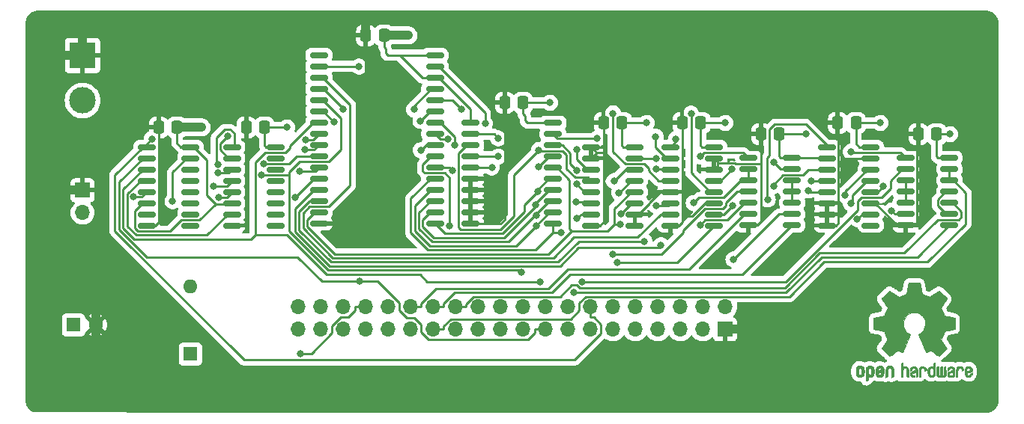
<source format=gbr>
%TF.GenerationSoftware,KiCad,Pcbnew,8.0.2*%
%TF.CreationDate,2024-08-06T21:11:07+02:00*%
%TF.ProjectId,p2000t-ram-expansion-board-128kb-smd,70323030-3074-42d7-9261-6d2d65787061,4*%
%TF.SameCoordinates,Original*%
%TF.FileFunction,Copper,L1,Top*%
%TF.FilePolarity,Positive*%
%FSLAX46Y46*%
G04 Gerber Fmt 4.6, Leading zero omitted, Abs format (unit mm)*
G04 Created by KiCad (PCBNEW 8.0.2) date 2024-08-06 21:11:07*
%MOMM*%
%LPD*%
G01*
G04 APERTURE LIST*
G04 Aperture macros list*
%AMRoundRect*
0 Rectangle with rounded corners*
0 $1 Rounding radius*
0 $2 $3 $4 $5 $6 $7 $8 $9 X,Y pos of 4 corners*
0 Add a 4 corners polygon primitive as box body*
4,1,4,$2,$3,$4,$5,$6,$7,$8,$9,$2,$3,0*
0 Add four circle primitives for the rounded corners*
1,1,$1+$1,$2,$3*
1,1,$1+$1,$4,$5*
1,1,$1+$1,$6,$7*
1,1,$1+$1,$8,$9*
0 Add four rect primitives between the rounded corners*
20,1,$1+$1,$2,$3,$4,$5,0*
20,1,$1+$1,$4,$5,$6,$7,0*
20,1,$1+$1,$6,$7,$8,$9,0*
20,1,$1+$1,$8,$9,$2,$3,0*%
G04 Aperture macros list end*
%TA.AperFunction,EtchedComponent*%
%ADD10C,0.010000*%
%TD*%
%TA.AperFunction,ComponentPad*%
%ADD11R,1.700000X1.700000*%
%TD*%
%TA.AperFunction,ComponentPad*%
%ADD12O,1.700000X1.700000*%
%TD*%
%TA.AperFunction,SMDPad,CuDef*%
%ADD13RoundRect,0.150000X-0.825000X-0.150000X0.825000X-0.150000X0.825000X0.150000X-0.825000X0.150000X0*%
%TD*%
%TA.AperFunction,SMDPad,CuDef*%
%ADD14RoundRect,0.150000X-0.875000X-0.150000X0.875000X-0.150000X0.875000X0.150000X-0.875000X0.150000X0*%
%TD*%
%TA.AperFunction,ComponentPad*%
%ADD15O,1.600000X1.600000*%
%TD*%
%TA.AperFunction,ComponentPad*%
%ADD16R,1.600000X1.600000*%
%TD*%
%TA.AperFunction,ComponentPad*%
%ADD17C,1.600000*%
%TD*%
%TA.AperFunction,ComponentPad*%
%ADD18C,3.000000*%
%TD*%
%TA.AperFunction,ComponentPad*%
%ADD19R,3.000000X3.000000*%
%TD*%
%TA.AperFunction,SMDPad,CuDef*%
%ADD20RoundRect,0.250000X0.337500X0.475000X-0.337500X0.475000X-0.337500X-0.475000X0.337500X-0.475000X0*%
%TD*%
%TA.AperFunction,ViaPad*%
%ADD21C,0.800000*%
%TD*%
%TA.AperFunction,Conductor*%
%ADD22C,0.250000*%
%TD*%
%TA.AperFunction,Conductor*%
%ADD23C,1.000000*%
%TD*%
G04 APERTURE END LIST*
D10*
%TO.C,LOGO1*%
X125719621Y-84729360D02*
X125754516Y-84744611D01*
X125837808Y-84810577D01*
X125909034Y-84905960D01*
X125953084Y-85007748D01*
X125960253Y-85057929D01*
X125936216Y-85127989D01*
X125883492Y-85165059D01*
X125826962Y-85187506D01*
X125801077Y-85191642D01*
X125788473Y-85161625D01*
X125763585Y-85096303D01*
X125752666Y-85066787D01*
X125691439Y-84964690D01*
X125602792Y-84913765D01*
X125489124Y-84915331D01*
X125480705Y-84917336D01*
X125420019Y-84946109D01*
X125375405Y-85002201D01*
X125344933Y-85092505D01*
X125326675Y-85223913D01*
X125318702Y-85403316D01*
X125317954Y-85498775D01*
X125317583Y-85649255D01*
X125315154Y-85751837D01*
X125308691Y-85817014D01*
X125296219Y-85855280D01*
X125275764Y-85877127D01*
X125245350Y-85893049D01*
X125243592Y-85893851D01*
X125185022Y-85918614D01*
X125156006Y-85927733D01*
X125151547Y-85900164D01*
X125147730Y-85823962D01*
X125144830Y-85708883D01*
X125143122Y-85564683D01*
X125142782Y-85459156D01*
X125144519Y-85254955D01*
X125151313Y-85100039D01*
X125165538Y-84985366D01*
X125189569Y-84901893D01*
X125225779Y-84840578D01*
X125276543Y-84792376D01*
X125326670Y-84758735D01*
X125447206Y-84713961D01*
X125587488Y-84703863D01*
X125719621Y-84729360D01*
%TA.AperFunction,EtchedComponent*%
G36*
X125719621Y-84729360D02*
G01*
X125754516Y-84744611D01*
X125837808Y-84810577D01*
X125909034Y-84905960D01*
X125953084Y-85007748D01*
X125960253Y-85057929D01*
X125936216Y-85127989D01*
X125883492Y-85165059D01*
X125826962Y-85187506D01*
X125801077Y-85191642D01*
X125788473Y-85161625D01*
X125763585Y-85096303D01*
X125752666Y-85066787D01*
X125691439Y-84964690D01*
X125602792Y-84913765D01*
X125489124Y-84915331D01*
X125480705Y-84917336D01*
X125420019Y-84946109D01*
X125375405Y-85002201D01*
X125344933Y-85092505D01*
X125326675Y-85223913D01*
X125318702Y-85403316D01*
X125317954Y-85498775D01*
X125317583Y-85649255D01*
X125315154Y-85751837D01*
X125308691Y-85817014D01*
X125296219Y-85855280D01*
X125275764Y-85877127D01*
X125245350Y-85893049D01*
X125243592Y-85893851D01*
X125185022Y-85918614D01*
X125156006Y-85927733D01*
X125151547Y-85900164D01*
X125147730Y-85823962D01*
X125144830Y-85708883D01*
X125143122Y-85564683D01*
X125142782Y-85459156D01*
X125144519Y-85254955D01*
X125151313Y-85100039D01*
X125165538Y-84985366D01*
X125189569Y-84901893D01*
X125225779Y-84840578D01*
X125276543Y-84792376D01*
X125326670Y-84758735D01*
X125447206Y-84713961D01*
X125587488Y-84703863D01*
X125719621Y-84729360D01*
G37*
%TD.AperFunction*%
X117801360Y-84667061D02*
X117895054Y-84721256D01*
X117960195Y-84775049D01*
X118007838Y-84831408D01*
X118040659Y-84900329D01*
X118061337Y-84991810D01*
X118072551Y-85115848D01*
X118076980Y-85282440D01*
X118077494Y-85402193D01*
X118077494Y-85843001D01*
X117953414Y-85898625D01*
X117829333Y-85954249D01*
X117814736Y-85471437D01*
X117808704Y-85291121D01*
X117802376Y-85160243D01*
X117794537Y-85069853D01*
X117783968Y-85011006D01*
X117769454Y-84974755D01*
X117749779Y-84952152D01*
X117743466Y-84947259D01*
X117647819Y-84909048D01*
X117551138Y-84924169D01*
X117493586Y-84964285D01*
X117470176Y-84992712D01*
X117453970Y-85030014D01*
X117443672Y-85086565D01*
X117437980Y-85172736D01*
X117435595Y-85298900D01*
X117435195Y-85430384D01*
X117435117Y-85595341D01*
X117432292Y-85712103D01*
X117422838Y-85790852D01*
X117402871Y-85841773D01*
X117368507Y-85875048D01*
X117315863Y-85900862D01*
X117245548Y-85927686D01*
X117168751Y-85956884D01*
X117177893Y-85438688D01*
X117181574Y-85251881D01*
X117185881Y-85113832D01*
X117192054Y-85014910D01*
X117201333Y-84945487D01*
X117214958Y-84895932D01*
X117234170Y-84856615D01*
X117257333Y-84821926D01*
X117369083Y-84711112D01*
X117505444Y-84647031D01*
X117653756Y-84631681D01*
X117801360Y-84667061D01*
%TA.AperFunction,EtchedComponent*%
G36*
X117801360Y-84667061D02*
G01*
X117895054Y-84721256D01*
X117960195Y-84775049D01*
X118007838Y-84831408D01*
X118040659Y-84900329D01*
X118061337Y-84991810D01*
X118072551Y-85115848D01*
X118076980Y-85282440D01*
X118077494Y-85402193D01*
X118077494Y-85843001D01*
X117953414Y-85898625D01*
X117829333Y-85954249D01*
X117814736Y-85471437D01*
X117808704Y-85291121D01*
X117802376Y-85160243D01*
X117794537Y-85069853D01*
X117783968Y-85011006D01*
X117769454Y-84974755D01*
X117749779Y-84952152D01*
X117743466Y-84947259D01*
X117647819Y-84909048D01*
X117551138Y-84924169D01*
X117493586Y-84964285D01*
X117470176Y-84992712D01*
X117453970Y-85030014D01*
X117443672Y-85086565D01*
X117437980Y-85172736D01*
X117435595Y-85298900D01*
X117435195Y-85430384D01*
X117435117Y-85595341D01*
X117432292Y-85712103D01*
X117422838Y-85790852D01*
X117402871Y-85841773D01*
X117368507Y-85875048D01*
X117315863Y-85900862D01*
X117245548Y-85927686D01*
X117168751Y-85956884D01*
X117177893Y-85438688D01*
X117181574Y-85251881D01*
X117185881Y-85113832D01*
X117192054Y-85014910D01*
X117201333Y-84945487D01*
X117214958Y-84895932D01*
X117234170Y-84856615D01*
X117257333Y-84821926D01*
X117369083Y-84711112D01*
X117505444Y-84647031D01*
X117653756Y-84631681D01*
X117801360Y-84667061D01*
G37*
%TD.AperFunction*%
X121449874Y-84711262D02*
X121582496Y-84760201D01*
X121689941Y-84846761D01*
X121731963Y-84907694D01*
X121777774Y-85019503D01*
X121776822Y-85100348D01*
X121728739Y-85154720D01*
X121710948Y-85163966D01*
X121634135Y-85192792D01*
X121594907Y-85185407D01*
X121581620Y-85137000D01*
X121580943Y-85110262D01*
X121556617Y-85011890D01*
X121493212Y-84943076D01*
X121405085Y-84909840D01*
X121306594Y-84918203D01*
X121226533Y-84961638D01*
X121199492Y-84986414D01*
X121180325Y-85016471D01*
X121167377Y-85061907D01*
X121158995Y-85132818D01*
X121153524Y-85239302D01*
X121149309Y-85391454D01*
X121148218Y-85439629D01*
X121144238Y-85604437D01*
X121139712Y-85720430D01*
X121132926Y-85797175D01*
X121122162Y-85844235D01*
X121105704Y-85871177D01*
X121081837Y-85887565D01*
X121066557Y-85894805D01*
X121001664Y-85919562D01*
X120963465Y-85927733D01*
X120950843Y-85900445D01*
X120943139Y-85817945D01*
X120940311Y-85679283D01*
X120942317Y-85483504D01*
X120942942Y-85453307D01*
X120947352Y-85274691D01*
X120952566Y-85144265D01*
X120959986Y-85051834D01*
X120971013Y-84987200D01*
X120987048Y-84940167D01*
X121009492Y-84900538D01*
X121021233Y-84883557D01*
X121088550Y-84808422D01*
X121163841Y-84749980D01*
X121173059Y-84744878D01*
X121308064Y-84704602D01*
X121449874Y-84711262D01*
%TA.AperFunction,EtchedComponent*%
G36*
X121449874Y-84711262D02*
G01*
X121582496Y-84760201D01*
X121689941Y-84846761D01*
X121731963Y-84907694D01*
X121777774Y-85019503D01*
X121776822Y-85100348D01*
X121728739Y-85154720D01*
X121710948Y-85163966D01*
X121634135Y-85192792D01*
X121594907Y-85185407D01*
X121581620Y-85137000D01*
X121580943Y-85110262D01*
X121556617Y-85011890D01*
X121493212Y-84943076D01*
X121405085Y-84909840D01*
X121306594Y-84918203D01*
X121226533Y-84961638D01*
X121199492Y-84986414D01*
X121180325Y-85016471D01*
X121167377Y-85061907D01*
X121158995Y-85132818D01*
X121153524Y-85239302D01*
X121149309Y-85391454D01*
X121148218Y-85439629D01*
X121144238Y-85604437D01*
X121139712Y-85720430D01*
X121132926Y-85797175D01*
X121122162Y-85844235D01*
X121105704Y-85871177D01*
X121081837Y-85887565D01*
X121066557Y-85894805D01*
X121001664Y-85919562D01*
X120963465Y-85927733D01*
X120950843Y-85900445D01*
X120943139Y-85817945D01*
X120940311Y-85679283D01*
X120942317Y-85483504D01*
X120942942Y-85453307D01*
X120947352Y-85274691D01*
X120952566Y-85144265D01*
X120959986Y-85051834D01*
X120971013Y-84987200D01*
X120987048Y-84940167D01*
X121009492Y-84900538D01*
X121021233Y-84883557D01*
X121088550Y-84808422D01*
X121163841Y-84749980D01*
X121173059Y-84744878D01*
X121308064Y-84704602D01*
X121449874Y-84711262D01*
G37*
%TD.AperFunction*%
X123964055Y-84729182D02*
X123968510Y-84805995D01*
X123972002Y-84922733D01*
X123974246Y-85070163D01*
X123974966Y-85224797D01*
X123974966Y-85748069D01*
X123882576Y-85840459D01*
X123818909Y-85897389D01*
X123763020Y-85920449D01*
X123686633Y-85918989D01*
X123656311Y-85915276D01*
X123561541Y-85904468D01*
X123483153Y-85898275D01*
X123464046Y-85897703D01*
X123399630Y-85901444D01*
X123307502Y-85910836D01*
X123271781Y-85915276D01*
X123184045Y-85922143D01*
X123125084Y-85907227D01*
X123066621Y-85861177D01*
X123045516Y-85840459D01*
X122953126Y-85748069D01*
X122953126Y-84769289D01*
X123027489Y-84735408D01*
X123091521Y-84710312D01*
X123128983Y-84701526D01*
X123138588Y-84729292D01*
X123147566Y-84806872D01*
X123155317Y-84925690D01*
X123161245Y-85077170D01*
X123164104Y-85205147D01*
X123172092Y-85708767D01*
X123241779Y-85718620D01*
X123305160Y-85711731D01*
X123336217Y-85689425D01*
X123344898Y-85647721D01*
X123352309Y-85558886D01*
X123357862Y-85434176D01*
X123360967Y-85284849D01*
X123361415Y-85208003D01*
X123361862Y-84765629D01*
X123453805Y-84733577D01*
X123518880Y-84711785D01*
X123554278Y-84701623D01*
X123555299Y-84701526D01*
X123558851Y-84729151D01*
X123562754Y-84805753D01*
X123566682Y-84921921D01*
X123570307Y-85068246D01*
X123572839Y-85205147D01*
X123580828Y-85708767D01*
X123756000Y-85708767D01*
X123764038Y-85249307D01*
X123772077Y-84789847D01*
X123857474Y-84745686D01*
X123920524Y-84715361D01*
X123957841Y-84701600D01*
X123958918Y-84701526D01*
X123964055Y-84729182D01*
%TA.AperFunction,EtchedComponent*%
G36*
X123964055Y-84729182D02*
G01*
X123968510Y-84805995D01*
X123972002Y-84922733D01*
X123974246Y-85070163D01*
X123974966Y-85224797D01*
X123974966Y-85748069D01*
X123882576Y-85840459D01*
X123818909Y-85897389D01*
X123763020Y-85920449D01*
X123686633Y-85918989D01*
X123656311Y-85915276D01*
X123561541Y-85904468D01*
X123483153Y-85898275D01*
X123464046Y-85897703D01*
X123399630Y-85901444D01*
X123307502Y-85910836D01*
X123271781Y-85915276D01*
X123184045Y-85922143D01*
X123125084Y-85907227D01*
X123066621Y-85861177D01*
X123045516Y-85840459D01*
X122953126Y-85748069D01*
X122953126Y-84769289D01*
X123027489Y-84735408D01*
X123091521Y-84710312D01*
X123128983Y-84701526D01*
X123138588Y-84729292D01*
X123147566Y-84806872D01*
X123155317Y-84925690D01*
X123161245Y-85077170D01*
X123164104Y-85205147D01*
X123172092Y-85708767D01*
X123241779Y-85718620D01*
X123305160Y-85711731D01*
X123336217Y-85689425D01*
X123344898Y-85647721D01*
X123352309Y-85558886D01*
X123357862Y-85434176D01*
X123360967Y-85284849D01*
X123361415Y-85208003D01*
X123361862Y-84765629D01*
X123453805Y-84733577D01*
X123518880Y-84711785D01*
X123554278Y-84701623D01*
X123555299Y-84701526D01*
X123558851Y-84729151D01*
X123562754Y-84805753D01*
X123566682Y-84921921D01*
X123570307Y-85068246D01*
X123572839Y-85205147D01*
X123580828Y-85708767D01*
X123756000Y-85708767D01*
X123764038Y-85249307D01*
X123772077Y-84789847D01*
X123857474Y-84745686D01*
X123920524Y-84715361D01*
X123957841Y-84701600D01*
X123958918Y-84701526D01*
X123964055Y-84729182D01*
G37*
%TD.AperFunction*%
X119128529Y-84513199D02*
X119137085Y-84632530D01*
X119146912Y-84702848D01*
X119160530Y-84733521D01*
X119180458Y-84733913D01*
X119186920Y-84730252D01*
X119272871Y-84703740D01*
X119384676Y-84705288D01*
X119498345Y-84732541D01*
X119569441Y-84767797D01*
X119642336Y-84824120D01*
X119695624Y-84887861D01*
X119732206Y-84968852D01*
X119754981Y-85076928D01*
X119766850Y-85221922D01*
X119770713Y-85413668D01*
X119770782Y-85450451D01*
X119770828Y-85863630D01*
X119678885Y-85895681D01*
X119613583Y-85917486D01*
X119577755Y-85927639D01*
X119576701Y-85927733D01*
X119573173Y-85900202D01*
X119570170Y-85824265D01*
X119567921Y-85709907D01*
X119566655Y-85567111D01*
X119566460Y-85480293D01*
X119566054Y-85309115D01*
X119563963Y-85186430D01*
X119558878Y-85102342D01*
X119549491Y-85046956D01*
X119534492Y-85010374D01*
X119512573Y-84982701D01*
X119498888Y-84969374D01*
X119404880Y-84915670D01*
X119302295Y-84911649D01*
X119209221Y-84957067D01*
X119192009Y-84973465D01*
X119166763Y-85004299D01*
X119149251Y-85040873D01*
X119138073Y-85093757D01*
X119131827Y-85173519D01*
X119129113Y-85290727D01*
X119128529Y-85452333D01*
X119128529Y-85863630D01*
X119036586Y-85895681D01*
X118971284Y-85917486D01*
X118935456Y-85927639D01*
X118934402Y-85927733D01*
X118931706Y-85899790D01*
X118929276Y-85820972D01*
X118927209Y-85698795D01*
X118925602Y-85540774D01*
X118924554Y-85354425D01*
X118924162Y-85147262D01*
X118924161Y-85138048D01*
X118924161Y-84348362D01*
X119019046Y-84308339D01*
X119113931Y-84268315D01*
X119128529Y-84513199D01*
%TA.AperFunction,EtchedComponent*%
G36*
X119128529Y-84513199D02*
G01*
X119137085Y-84632530D01*
X119146912Y-84702848D01*
X119160530Y-84733521D01*
X119180458Y-84733913D01*
X119186920Y-84730252D01*
X119272871Y-84703740D01*
X119384676Y-84705288D01*
X119498345Y-84732541D01*
X119569441Y-84767797D01*
X119642336Y-84824120D01*
X119695624Y-84887861D01*
X119732206Y-84968852D01*
X119754981Y-85076928D01*
X119766850Y-85221922D01*
X119770713Y-85413668D01*
X119770782Y-85450451D01*
X119770828Y-85863630D01*
X119678885Y-85895681D01*
X119613583Y-85917486D01*
X119577755Y-85927639D01*
X119576701Y-85927733D01*
X119573173Y-85900202D01*
X119570170Y-85824265D01*
X119567921Y-85709907D01*
X119566655Y-85567111D01*
X119566460Y-85480293D01*
X119566054Y-85309115D01*
X119563963Y-85186430D01*
X119558878Y-85102342D01*
X119549491Y-85046956D01*
X119534492Y-85010374D01*
X119512573Y-84982701D01*
X119498888Y-84969374D01*
X119404880Y-84915670D01*
X119302295Y-84911649D01*
X119209221Y-84957067D01*
X119192009Y-84973465D01*
X119166763Y-85004299D01*
X119149251Y-85040873D01*
X119138073Y-85093757D01*
X119131827Y-85173519D01*
X119129113Y-85290727D01*
X119128529Y-85452333D01*
X119128529Y-85863630D01*
X119036586Y-85895681D01*
X118971284Y-85917486D01*
X118935456Y-85927639D01*
X118934402Y-85927733D01*
X118931706Y-85899790D01*
X118929276Y-85820972D01*
X118927209Y-85698795D01*
X118925602Y-85540774D01*
X118924554Y-85354425D01*
X118924162Y-85147262D01*
X118924161Y-85138048D01*
X118924161Y-84348362D01*
X119019046Y-84308339D01*
X119113931Y-84268315D01*
X119128529Y-84513199D01*
G37*
%TD.AperFunction*%
X114432152Y-84655357D02*
X114568992Y-84727310D01*
X114669982Y-84843108D01*
X114705856Y-84917555D01*
X114733770Y-85029334D01*
X114748060Y-85170569D01*
X114749415Y-85324713D01*
X114738526Y-85475221D01*
X114716084Y-85605547D01*
X114682781Y-85699145D01*
X114672546Y-85715264D01*
X114551313Y-85835591D01*
X114407318Y-85907659D01*
X114251070Y-85928750D01*
X114093079Y-85896144D01*
X114049111Y-85876595D01*
X113963487Y-85816354D01*
X113888339Y-85736477D01*
X113881237Y-85726346D01*
X113852370Y-85677523D01*
X113833288Y-85625332D01*
X113822015Y-85556627D01*
X113816576Y-85458260D01*
X113814993Y-85317086D01*
X113814966Y-85285434D01*
X113815038Y-85275361D01*
X114106920Y-85275361D01*
X114108618Y-85408598D01*
X114115303Y-85497016D01*
X114129356Y-85554127D01*
X114153160Y-85593444D01*
X114165310Y-85606583D01*
X114235167Y-85656514D01*
X114302990Y-85654237D01*
X114371566Y-85610926D01*
X114412466Y-85564688D01*
X114436689Y-85497199D01*
X114450292Y-85390775D01*
X114451225Y-85378362D01*
X114453547Y-85185489D01*
X114429281Y-85042242D01*
X114378755Y-84949502D01*
X114302299Y-84908149D01*
X114275007Y-84905894D01*
X114203342Y-84917235D01*
X114154321Y-84956526D01*
X114124349Y-85031668D01*
X114109830Y-85150564D01*
X114106920Y-85275361D01*
X113815038Y-85275361D01*
X113816053Y-85135001D01*
X113820619Y-85029891D01*
X113830619Y-84957056D01*
X113848010Y-84903450D01*
X113874747Y-84856023D01*
X113880655Y-84847206D01*
X113979963Y-84728349D01*
X114088173Y-84659350D01*
X114219912Y-84631961D01*
X114264648Y-84630623D01*
X114432152Y-84655357D01*
%TA.AperFunction,EtchedComponent*%
G36*
X114432152Y-84655357D02*
G01*
X114568992Y-84727310D01*
X114669982Y-84843108D01*
X114705856Y-84917555D01*
X114733770Y-85029334D01*
X114748060Y-85170569D01*
X114749415Y-85324713D01*
X114738526Y-85475221D01*
X114716084Y-85605547D01*
X114682781Y-85699145D01*
X114672546Y-85715264D01*
X114551313Y-85835591D01*
X114407318Y-85907659D01*
X114251070Y-85928750D01*
X114093079Y-85896144D01*
X114049111Y-85876595D01*
X113963487Y-85816354D01*
X113888339Y-85736477D01*
X113881237Y-85726346D01*
X113852370Y-85677523D01*
X113833288Y-85625332D01*
X113822015Y-85556627D01*
X113816576Y-85458260D01*
X113814993Y-85317086D01*
X113814966Y-85285434D01*
X113815038Y-85275361D01*
X114106920Y-85275361D01*
X114108618Y-85408598D01*
X114115303Y-85497016D01*
X114129356Y-85554127D01*
X114153160Y-85593444D01*
X114165310Y-85606583D01*
X114235167Y-85656514D01*
X114302990Y-85654237D01*
X114371566Y-85610926D01*
X114412466Y-85564688D01*
X114436689Y-85497199D01*
X114450292Y-85390775D01*
X114451225Y-85378362D01*
X114453547Y-85185489D01*
X114429281Y-85042242D01*
X114378755Y-84949502D01*
X114302299Y-84908149D01*
X114275007Y-84905894D01*
X114203342Y-84917235D01*
X114154321Y-84956526D01*
X114124349Y-85031668D01*
X114109830Y-85150564D01*
X114106920Y-85275361D01*
X113815038Y-85275361D01*
X113816053Y-85135001D01*
X113820619Y-85029891D01*
X113830619Y-84957056D01*
X113848010Y-84903450D01*
X113874747Y-84856023D01*
X113880655Y-84847206D01*
X113979963Y-84728349D01*
X114088173Y-84659350D01*
X114219912Y-84631961D01*
X114264648Y-84630623D01*
X114432152Y-84655357D01*
G37*
%TD.AperFunction*%
X126727370Y-84745882D02*
X126842881Y-84821376D01*
X126898595Y-84888959D01*
X126942735Y-85011597D01*
X126946240Y-85108640D01*
X126938299Y-85238398D01*
X126639046Y-85369381D01*
X126493542Y-85436300D01*
X126398468Y-85490132D01*
X126349032Y-85536758D01*
X126340442Y-85582062D01*
X126367903Y-85631924D01*
X126398184Y-85664974D01*
X126486294Y-85717975D01*
X126582127Y-85721689D01*
X126670143Y-85680383D01*
X126734800Y-85598325D01*
X126746364Y-85569350D01*
X126801756Y-85478851D01*
X126865484Y-85440282D01*
X126952897Y-85407288D01*
X126952897Y-85532376D01*
X126945169Y-85617498D01*
X126914897Y-85689280D01*
X126851449Y-85771698D01*
X126842019Y-85782408D01*
X126771444Y-85855733D01*
X126710778Y-85895084D01*
X126634881Y-85913187D01*
X126571961Y-85919116D01*
X126459418Y-85920593D01*
X126379301Y-85901877D01*
X126329321Y-85874089D01*
X126250769Y-85812983D01*
X126196394Y-85746896D01*
X126161983Y-85663783D01*
X126143319Y-85551596D01*
X126136187Y-85398288D01*
X126135618Y-85320478D01*
X126137553Y-85227195D01*
X126313830Y-85227195D01*
X126315875Y-85277238D01*
X126320970Y-85285434D01*
X126354597Y-85274300D01*
X126426961Y-85244835D01*
X126523678Y-85202943D01*
X126543904Y-85193939D01*
X126666134Y-85131784D01*
X126733478Y-85077157D01*
X126748279Y-85025991D01*
X126712878Y-84974218D01*
X126683642Y-84951342D01*
X126578147Y-84905592D01*
X126479407Y-84913150D01*
X126396743Y-84968993D01*
X126339479Y-85068095D01*
X126321119Y-85146756D01*
X126313830Y-85227195D01*
X126137553Y-85227195D01*
X126139390Y-85138693D01*
X126153290Y-85004195D01*
X126180825Y-84906258D01*
X126225503Y-84834153D01*
X126290832Y-84777155D01*
X126319314Y-84758735D01*
X126448694Y-84710764D01*
X126590343Y-84707745D01*
X126727370Y-84745882D01*
%TA.AperFunction,EtchedComponent*%
G36*
X126727370Y-84745882D02*
G01*
X126842881Y-84821376D01*
X126898595Y-84888959D01*
X126942735Y-85011597D01*
X126946240Y-85108640D01*
X126938299Y-85238398D01*
X126639046Y-85369381D01*
X126493542Y-85436300D01*
X126398468Y-85490132D01*
X126349032Y-85536758D01*
X126340442Y-85582062D01*
X126367903Y-85631924D01*
X126398184Y-85664974D01*
X126486294Y-85717975D01*
X126582127Y-85721689D01*
X126670143Y-85680383D01*
X126734800Y-85598325D01*
X126746364Y-85569350D01*
X126801756Y-85478851D01*
X126865484Y-85440282D01*
X126952897Y-85407288D01*
X126952897Y-85532376D01*
X126945169Y-85617498D01*
X126914897Y-85689280D01*
X126851449Y-85771698D01*
X126842019Y-85782408D01*
X126771444Y-85855733D01*
X126710778Y-85895084D01*
X126634881Y-85913187D01*
X126571961Y-85919116D01*
X126459418Y-85920593D01*
X126379301Y-85901877D01*
X126329321Y-85874089D01*
X126250769Y-85812983D01*
X126196394Y-85746896D01*
X126161983Y-85663783D01*
X126143319Y-85551596D01*
X126136187Y-85398288D01*
X126135618Y-85320478D01*
X126137553Y-85227195D01*
X126313830Y-85227195D01*
X126315875Y-85277238D01*
X126320970Y-85285434D01*
X126354597Y-85274300D01*
X126426961Y-85244835D01*
X126523678Y-85202943D01*
X126543904Y-85193939D01*
X126666134Y-85131784D01*
X126733478Y-85077157D01*
X126748279Y-85025991D01*
X126712878Y-84974218D01*
X126683642Y-84951342D01*
X126578147Y-84905592D01*
X126479407Y-84913150D01*
X126396743Y-84968993D01*
X126339479Y-85068095D01*
X126321119Y-85146756D01*
X126313830Y-85227195D01*
X126137553Y-85227195D01*
X126139390Y-85138693D01*
X126153290Y-85004195D01*
X126180825Y-84906258D01*
X126225503Y-84834153D01*
X126290832Y-84777155D01*
X126319314Y-84758735D01*
X126448694Y-84710764D01*
X126590343Y-84707745D01*
X126727370Y-84745882D01*
G37*
%TD.AperFunction*%
X122777845Y-84943797D02*
X122777474Y-85162003D01*
X122776039Y-85329861D01*
X122772933Y-85455412D01*
X122767553Y-85546697D01*
X122759293Y-85611757D01*
X122747547Y-85658633D01*
X122731712Y-85695366D01*
X122719721Y-85716333D01*
X122620421Y-85830036D01*
X122494519Y-85901307D01*
X122355222Y-85926880D01*
X122215736Y-85903492D01*
X122132674Y-85861461D01*
X122045476Y-85788753D01*
X121986048Y-85699954D01*
X121950192Y-85583662D01*
X121933712Y-85428477D01*
X121931378Y-85314629D01*
X121931692Y-85306448D01*
X122135655Y-85306448D01*
X122136901Y-85436999D01*
X122142609Y-85523422D01*
X122155735Y-85579960D01*
X122179237Y-85620856D01*
X122207317Y-85651704D01*
X122301619Y-85711247D01*
X122402871Y-85716334D01*
X122498567Y-85666621D01*
X122506015Y-85659885D01*
X122537805Y-85624844D01*
X122557739Y-85583153D01*
X122568531Y-85521104D01*
X122572896Y-85424986D01*
X122573586Y-85318721D01*
X122572090Y-85185222D01*
X122565895Y-85096164D01*
X122552445Y-85037635D01*
X122529182Y-84995724D01*
X122510106Y-84973465D01*
X122421494Y-84917327D01*
X122319439Y-84910577D01*
X122222026Y-84953456D01*
X122203227Y-84969374D01*
X122171224Y-85004724D01*
X122151249Y-85046844D01*
X122140524Y-85109593D01*
X122136270Y-85206829D01*
X122135655Y-85306448D01*
X121931692Y-85306448D01*
X121938435Y-85131289D01*
X121962403Y-84993537D01*
X122007479Y-84889974D01*
X122077859Y-84809198D01*
X122132674Y-84767797D01*
X122232307Y-84723070D01*
X122347786Y-84702309D01*
X122455130Y-84707867D01*
X122515195Y-84730285D01*
X122538766Y-84736665D01*
X122554408Y-84712877D01*
X122565326Y-84649130D01*
X122573586Y-84552029D01*
X122582630Y-84443883D01*
X122595192Y-84378817D01*
X122618050Y-84341610D01*
X122657982Y-84317041D01*
X122683069Y-84306161D01*
X122777954Y-84266414D01*
X122777845Y-84943797D01*
%TA.AperFunction,EtchedComponent*%
G36*
X122777845Y-84943797D02*
G01*
X122777474Y-85162003D01*
X122776039Y-85329861D01*
X122772933Y-85455412D01*
X122767553Y-85546697D01*
X122759293Y-85611757D01*
X122747547Y-85658633D01*
X122731712Y-85695366D01*
X122719721Y-85716333D01*
X122620421Y-85830036D01*
X122494519Y-85901307D01*
X122355222Y-85926880D01*
X122215736Y-85903492D01*
X122132674Y-85861461D01*
X122045476Y-85788753D01*
X121986048Y-85699954D01*
X121950192Y-85583662D01*
X121933712Y-85428477D01*
X121931378Y-85314629D01*
X121931692Y-85306448D01*
X122135655Y-85306448D01*
X122136901Y-85436999D01*
X122142609Y-85523422D01*
X122155735Y-85579960D01*
X122179237Y-85620856D01*
X122207317Y-85651704D01*
X122301619Y-85711247D01*
X122402871Y-85716334D01*
X122498567Y-85666621D01*
X122506015Y-85659885D01*
X122537805Y-85624844D01*
X122557739Y-85583153D01*
X122568531Y-85521104D01*
X122572896Y-85424986D01*
X122573586Y-85318721D01*
X122572090Y-85185222D01*
X122565895Y-85096164D01*
X122552445Y-85037635D01*
X122529182Y-84995724D01*
X122510106Y-84973465D01*
X122421494Y-84917327D01*
X122319439Y-84910577D01*
X122222026Y-84953456D01*
X122203227Y-84969374D01*
X122171224Y-85004724D01*
X122151249Y-85046844D01*
X122140524Y-85109593D01*
X122136270Y-85206829D01*
X122135655Y-85306448D01*
X121931692Y-85306448D01*
X121938435Y-85131289D01*
X121962403Y-84993537D01*
X122007479Y-84889974D01*
X122077859Y-84809198D01*
X122132674Y-84767797D01*
X122232307Y-84723070D01*
X122347786Y-84702309D01*
X122455130Y-84707867D01*
X122515195Y-84730285D01*
X122538766Y-84736665D01*
X122554408Y-84712877D01*
X122565326Y-84649130D01*
X122573586Y-84552029D01*
X122582630Y-84443883D01*
X122595192Y-84378817D01*
X122618050Y-84341610D01*
X122657982Y-84317041D01*
X122683069Y-84306161D01*
X122777954Y-84266414D01*
X122777845Y-84943797D01*
G37*
%TD.AperFunction*%
X116699483Y-84674018D02*
X116814589Y-84751453D01*
X116903542Y-84863291D01*
X116956680Y-85005607D01*
X116967428Y-85110357D01*
X116966207Y-85154068D01*
X116955987Y-85187536D01*
X116927892Y-85217521D01*
X116873047Y-85250782D01*
X116782576Y-85294080D01*
X116647603Y-85354175D01*
X116646920Y-85354476D01*
X116522682Y-85411379D01*
X116420804Y-85461907D01*
X116351698Y-85500622D01*
X116325777Y-85522082D01*
X116325770Y-85522255D01*
X116348616Y-85568986D01*
X116402040Y-85620496D01*
X116463373Y-85657603D01*
X116494446Y-85664974D01*
X116579220Y-85639480D01*
X116652224Y-85575633D01*
X116687844Y-85505436D01*
X116722111Y-85453685D01*
X116789234Y-85394751D01*
X116868139Y-85343838D01*
X116937752Y-85316151D01*
X116952308Y-85314629D01*
X116968694Y-85339663D01*
X116969681Y-85403653D01*
X116957639Y-85489935D01*
X116934938Y-85581843D01*
X116903945Y-85662711D01*
X116902379Y-85665851D01*
X116809112Y-85796076D01*
X116688235Y-85884653D01*
X116550958Y-85928128D01*
X116408491Y-85923048D01*
X116272043Y-85865958D01*
X116265976Y-85861944D01*
X116158641Y-85764668D01*
X116088063Y-85637751D01*
X116049005Y-85470868D01*
X116043763Y-85423981D01*
X116034479Y-85202671D01*
X116045609Y-85099466D01*
X116325770Y-85099466D01*
X116329410Y-85163845D01*
X116349320Y-85182633D01*
X116398957Y-85168577D01*
X116477198Y-85135351D01*
X116564657Y-85093701D01*
X116566830Y-85092598D01*
X116640961Y-85053607D01*
X116670712Y-85027586D01*
X116663376Y-85000307D01*
X116632484Y-84964463D01*
X116553891Y-84912593D01*
X116469254Y-84908781D01*
X116393334Y-84946531D01*
X116340896Y-85019343D01*
X116325770Y-85099466D01*
X116045609Y-85099466D01*
X116053575Y-85025603D01*
X116102565Y-84885171D01*
X116170767Y-84786789D01*
X116293866Y-84687372D01*
X116429459Y-84638053D01*
X116567886Y-84634910D01*
X116699483Y-84674018D01*
%TA.AperFunction,EtchedComponent*%
G36*
X116699483Y-84674018D02*
G01*
X116814589Y-84751453D01*
X116903542Y-84863291D01*
X116956680Y-85005607D01*
X116967428Y-85110357D01*
X116966207Y-85154068D01*
X116955987Y-85187536D01*
X116927892Y-85217521D01*
X116873047Y-85250782D01*
X116782576Y-85294080D01*
X116647603Y-85354175D01*
X116646920Y-85354476D01*
X116522682Y-85411379D01*
X116420804Y-85461907D01*
X116351698Y-85500622D01*
X116325777Y-85522082D01*
X116325770Y-85522255D01*
X116348616Y-85568986D01*
X116402040Y-85620496D01*
X116463373Y-85657603D01*
X116494446Y-85664974D01*
X116579220Y-85639480D01*
X116652224Y-85575633D01*
X116687844Y-85505436D01*
X116722111Y-85453685D01*
X116789234Y-85394751D01*
X116868139Y-85343838D01*
X116937752Y-85316151D01*
X116952308Y-85314629D01*
X116968694Y-85339663D01*
X116969681Y-85403653D01*
X116957639Y-85489935D01*
X116934938Y-85581843D01*
X116903945Y-85662711D01*
X116902379Y-85665851D01*
X116809112Y-85796076D01*
X116688235Y-85884653D01*
X116550958Y-85928128D01*
X116408491Y-85923048D01*
X116272043Y-85865958D01*
X116265976Y-85861944D01*
X116158641Y-85764668D01*
X116088063Y-85637751D01*
X116049005Y-85470868D01*
X116043763Y-85423981D01*
X116034479Y-85202671D01*
X116045609Y-85099466D01*
X116325770Y-85099466D01*
X116329410Y-85163845D01*
X116349320Y-85182633D01*
X116398957Y-85168577D01*
X116477198Y-85135351D01*
X116564657Y-85093701D01*
X116566830Y-85092598D01*
X116640961Y-85053607D01*
X116670712Y-85027586D01*
X116663376Y-85000307D01*
X116632484Y-84964463D01*
X116553891Y-84912593D01*
X116469254Y-84908781D01*
X116393334Y-84946531D01*
X116340896Y-85019343D01*
X116325770Y-85099466D01*
X116045609Y-85099466D01*
X116053575Y-85025603D01*
X116102565Y-84885171D01*
X116170767Y-84786789D01*
X116293866Y-84687372D01*
X116429459Y-84638053D01*
X116567886Y-84634910D01*
X116699483Y-84674018D01*
G37*
%TD.AperFunction*%
X120463875Y-84713702D02*
X120578274Y-84756184D01*
X120579583Y-84757000D01*
X120650334Y-84809072D01*
X120702567Y-84869926D01*
X120739302Y-84949229D01*
X120763565Y-85056651D01*
X120778376Y-85201859D01*
X120786760Y-85394521D01*
X120787495Y-85421970D01*
X120798051Y-85835863D01*
X120709222Y-85881798D01*
X120644949Y-85912840D01*
X120606141Y-85927548D01*
X120604346Y-85927733D01*
X120597631Y-85900592D01*
X120592296Y-85827383D01*
X120589014Y-85720423D01*
X120588299Y-85633811D01*
X120588282Y-85493504D01*
X120581868Y-85405393D01*
X120559511Y-85363367D01*
X120511663Y-85361317D01*
X120428780Y-85393132D01*
X120303644Y-85451614D01*
X120211628Y-85500187D01*
X120164302Y-85542328D01*
X120150389Y-85588258D01*
X120150368Y-85590531D01*
X120173326Y-85669653D01*
X120241301Y-85712397D01*
X120345329Y-85718588D01*
X120420261Y-85717514D01*
X120459770Y-85739095D01*
X120484409Y-85790933D01*
X120498590Y-85856974D01*
X120478154Y-85894446D01*
X120470459Y-85899809D01*
X120398014Y-85921348D01*
X120296564Y-85924397D01*
X120192088Y-85910120D01*
X120118056Y-85884030D01*
X120015703Y-85797127D01*
X119957522Y-85676158D01*
X119946000Y-85581650D01*
X119954793Y-85496404D01*
X119986611Y-85426818D01*
X120049615Y-85365014D01*
X120151962Y-85303114D01*
X120301813Y-85233239D01*
X120310943Y-85229290D01*
X120445928Y-85166930D01*
X120529225Y-85115788D01*
X120564928Y-85069830D01*
X120557134Y-85023025D01*
X120509938Y-84969340D01*
X120495825Y-84956986D01*
X120401290Y-84909083D01*
X120303337Y-84911100D01*
X120218028Y-84958066D01*
X120161427Y-85045011D01*
X120156168Y-85062076D01*
X120104954Y-85144846D01*
X120039968Y-85184714D01*
X119946000Y-85224224D01*
X119946000Y-85122000D01*
X119974584Y-84973414D01*
X120059426Y-84837126D01*
X120103576Y-84791533D01*
X120203936Y-84733016D01*
X120331566Y-84706526D01*
X120463875Y-84713702D01*
%TA.AperFunction,EtchedComponent*%
G36*
X120463875Y-84713702D02*
G01*
X120578274Y-84756184D01*
X120579583Y-84757000D01*
X120650334Y-84809072D01*
X120702567Y-84869926D01*
X120739302Y-84949229D01*
X120763565Y-85056651D01*
X120778376Y-85201859D01*
X120786760Y-85394521D01*
X120787495Y-85421970D01*
X120798051Y-85835863D01*
X120709222Y-85881798D01*
X120644949Y-85912840D01*
X120606141Y-85927548D01*
X120604346Y-85927733D01*
X120597631Y-85900592D01*
X120592296Y-85827383D01*
X120589014Y-85720423D01*
X120588299Y-85633811D01*
X120588282Y-85493504D01*
X120581868Y-85405393D01*
X120559511Y-85363367D01*
X120511663Y-85361317D01*
X120428780Y-85393132D01*
X120303644Y-85451614D01*
X120211628Y-85500187D01*
X120164302Y-85542328D01*
X120150389Y-85588258D01*
X120150368Y-85590531D01*
X120173326Y-85669653D01*
X120241301Y-85712397D01*
X120345329Y-85718588D01*
X120420261Y-85717514D01*
X120459770Y-85739095D01*
X120484409Y-85790933D01*
X120498590Y-85856974D01*
X120478154Y-85894446D01*
X120470459Y-85899809D01*
X120398014Y-85921348D01*
X120296564Y-85924397D01*
X120192088Y-85910120D01*
X120118056Y-85884030D01*
X120015703Y-85797127D01*
X119957522Y-85676158D01*
X119946000Y-85581650D01*
X119954793Y-85496404D01*
X119986611Y-85426818D01*
X120049615Y-85365014D01*
X120151962Y-85303114D01*
X120301813Y-85233239D01*
X120310943Y-85229290D01*
X120445928Y-85166930D01*
X120529225Y-85115788D01*
X120564928Y-85069830D01*
X120557134Y-85023025D01*
X120509938Y-84969340D01*
X120495825Y-84956986D01*
X120401290Y-84909083D01*
X120303337Y-84911100D01*
X120218028Y-84958066D01*
X120161427Y-85045011D01*
X120156168Y-85062076D01*
X120104954Y-85144846D01*
X120039968Y-85184714D01*
X119946000Y-85224224D01*
X119946000Y-85122000D01*
X119974584Y-84973414D01*
X120059426Y-84837126D01*
X120103576Y-84791533D01*
X120203936Y-84733016D01*
X120331566Y-84706526D01*
X120463875Y-84713702D01*
G37*
%TD.AperFunction*%
X115555831Y-84651245D02*
X115667381Y-84706864D01*
X115765839Y-84809273D01*
X115792954Y-84847206D01*
X115822493Y-84896842D01*
X115841659Y-84950754D01*
X115852624Y-85022706D01*
X115857560Y-85126464D01*
X115858644Y-85263443D01*
X115853749Y-85451157D01*
X115836735Y-85592100D01*
X115804108Y-85697250D01*
X115752373Y-85777585D01*
X115678035Y-85844083D01*
X115672573Y-85848020D01*
X115599311Y-85888295D01*
X115511091Y-85908222D01*
X115398893Y-85913135D01*
X115216498Y-85913135D01*
X115216422Y-86090199D01*
X115214724Y-86188812D01*
X115204381Y-86246656D01*
X115177353Y-86281348D01*
X115125599Y-86310506D01*
X115113170Y-86316463D01*
X115055008Y-86344381D01*
X115009975Y-86362014D01*
X114976490Y-86363536D01*
X114952969Y-86343123D01*
X114937831Y-86294949D01*
X114929494Y-86213188D01*
X114926375Y-86092014D01*
X114926891Y-85925602D01*
X114929460Y-85708127D01*
X114930263Y-85643078D01*
X114933153Y-85418844D01*
X114935743Y-85272163D01*
X115216345Y-85272163D01*
X115217922Y-85396668D01*
X115224931Y-85478129D01*
X115240789Y-85531857D01*
X115268912Y-85573165D01*
X115288006Y-85593313D01*
X115366066Y-85652263D01*
X115435178Y-85657062D01*
X115506491Y-85608380D01*
X115508299Y-85606583D01*
X115537314Y-85568960D01*
X115554964Y-85517826D01*
X115563867Y-85439080D01*
X115566640Y-85318618D01*
X115566690Y-85291930D01*
X115559989Y-85125925D01*
X115538179Y-85010847D01*
X115498696Y-84940596D01*
X115438975Y-84909071D01*
X115404459Y-84905894D01*
X115322542Y-84920802D01*
X115266352Y-84969890D01*
X115232529Y-85059704D01*
X115217711Y-85196787D01*
X115216345Y-85272163D01*
X114935743Y-85272163D01*
X114936218Y-85245294D01*
X114940178Y-85114724D01*
X114945757Y-85019429D01*
X114953677Y-84951706D01*
X114964662Y-84903849D01*
X114979432Y-84868155D01*
X114998713Y-84836920D01*
X115006980Y-84825166D01*
X115116643Y-84714139D01*
X115255296Y-84651189D01*
X115415685Y-84633639D01*
X115555831Y-84651245D01*
%TA.AperFunction,EtchedComponent*%
G36*
X115555831Y-84651245D02*
G01*
X115667381Y-84706864D01*
X115765839Y-84809273D01*
X115792954Y-84847206D01*
X115822493Y-84896842D01*
X115841659Y-84950754D01*
X115852624Y-85022706D01*
X115857560Y-85126464D01*
X115858644Y-85263443D01*
X115853749Y-85451157D01*
X115836735Y-85592100D01*
X115804108Y-85697250D01*
X115752373Y-85777585D01*
X115678035Y-85844083D01*
X115672573Y-85848020D01*
X115599311Y-85888295D01*
X115511091Y-85908222D01*
X115398893Y-85913135D01*
X115216498Y-85913135D01*
X115216422Y-86090199D01*
X115214724Y-86188812D01*
X115204381Y-86246656D01*
X115177353Y-86281348D01*
X115125599Y-86310506D01*
X115113170Y-86316463D01*
X115055008Y-86344381D01*
X115009975Y-86362014D01*
X114976490Y-86363536D01*
X114952969Y-86343123D01*
X114937831Y-86294949D01*
X114929494Y-86213188D01*
X114926375Y-86092014D01*
X114926891Y-85925602D01*
X114929460Y-85708127D01*
X114930263Y-85643078D01*
X114933153Y-85418844D01*
X114935743Y-85272163D01*
X115216345Y-85272163D01*
X115217922Y-85396668D01*
X115224931Y-85478129D01*
X115240789Y-85531857D01*
X115268912Y-85573165D01*
X115288006Y-85593313D01*
X115366066Y-85652263D01*
X115435178Y-85657062D01*
X115506491Y-85608380D01*
X115508299Y-85606583D01*
X115537314Y-85568960D01*
X115554964Y-85517826D01*
X115563867Y-85439080D01*
X115566640Y-85318618D01*
X115566690Y-85291930D01*
X115559989Y-85125925D01*
X115538179Y-85010847D01*
X115498696Y-84940596D01*
X115438975Y-84909071D01*
X115404459Y-84905894D01*
X115322542Y-84920802D01*
X115266352Y-84969890D01*
X115232529Y-85059704D01*
X115217711Y-85196787D01*
X115216345Y-85272163D01*
X114935743Y-85272163D01*
X114936218Y-85245294D01*
X114940178Y-85114724D01*
X114945757Y-85019429D01*
X114953677Y-84951706D01*
X114964662Y-84903849D01*
X114979432Y-84868155D01*
X114998713Y-84836920D01*
X115006980Y-84825166D01*
X115116643Y-84714139D01*
X115255296Y-84651189D01*
X115415685Y-84633639D01*
X115555831Y-84651245D01*
G37*
%TD.AperFunction*%
X124698337Y-84724498D02*
X124782400Y-84762735D01*
X124848381Y-84809068D01*
X124896725Y-84860874D01*
X124930103Y-84927705D01*
X124951184Y-85019111D01*
X124962638Y-85144643D01*
X124967134Y-85313850D01*
X124967609Y-85425275D01*
X124967609Y-85859969D01*
X124893247Y-85893851D01*
X124834677Y-85918614D01*
X124805661Y-85927733D01*
X124800110Y-85900599D01*
X124795706Y-85827436D01*
X124793009Y-85720605D01*
X124792437Y-85635779D01*
X124789977Y-85513229D01*
X124783343Y-85416010D01*
X124773657Y-85356476D01*
X124765963Y-85343825D01*
X124714242Y-85356744D01*
X124633048Y-85389881D01*
X124539033Y-85434803D01*
X124448848Y-85483077D01*
X124379146Y-85526270D01*
X124346579Y-85555950D01*
X124346450Y-85556271D01*
X124349251Y-85611199D01*
X124374370Y-85663634D01*
X124418472Y-85706223D01*
X124482840Y-85720468D01*
X124537852Y-85718808D01*
X124615766Y-85717587D01*
X124656663Y-85735840D01*
X124681226Y-85784068D01*
X124684323Y-85793162D01*
X124694971Y-85861940D01*
X124666496Y-85903702D01*
X124592275Y-85923605D01*
X124512099Y-85927286D01*
X124367821Y-85900000D01*
X124293134Y-85861032D01*
X124200894Y-85769490D01*
X124151974Y-85657124D01*
X124147585Y-85538393D01*
X124188932Y-85427753D01*
X124251128Y-85358422D01*
X124313225Y-85319607D01*
X124410826Y-85270467D01*
X124524563Y-85220634D01*
X124543521Y-85213019D01*
X124668452Y-85157887D01*
X124740470Y-85109296D01*
X124763631Y-85060989D01*
X124741995Y-85006712D01*
X124704851Y-84964285D01*
X124617058Y-84912044D01*
X124520461Y-84908126D01*
X124431875Y-84948383D01*
X124368117Y-85028668D01*
X124359748Y-85049382D01*
X124311027Y-85125567D01*
X124239896Y-85182127D01*
X124150138Y-85228543D01*
X124150138Y-85096926D01*
X124155421Y-85016510D01*
X124178073Y-84953128D01*
X124228298Y-84885505D01*
X124276513Y-84833418D01*
X124351485Y-84759664D01*
X124409737Y-84720044D01*
X124472303Y-84704152D01*
X124543124Y-84701526D01*
X124698337Y-84724498D01*
%TA.AperFunction,EtchedComponent*%
G36*
X124698337Y-84724498D02*
G01*
X124782400Y-84762735D01*
X124848381Y-84809068D01*
X124896725Y-84860874D01*
X124930103Y-84927705D01*
X124951184Y-85019111D01*
X124962638Y-85144643D01*
X124967134Y-85313850D01*
X124967609Y-85425275D01*
X124967609Y-85859969D01*
X124893247Y-85893851D01*
X124834677Y-85918614D01*
X124805661Y-85927733D01*
X124800110Y-85900599D01*
X124795706Y-85827436D01*
X124793009Y-85720605D01*
X124792437Y-85635779D01*
X124789977Y-85513229D01*
X124783343Y-85416010D01*
X124773657Y-85356476D01*
X124765963Y-85343825D01*
X124714242Y-85356744D01*
X124633048Y-85389881D01*
X124539033Y-85434803D01*
X124448848Y-85483077D01*
X124379146Y-85526270D01*
X124346579Y-85555950D01*
X124346450Y-85556271D01*
X124349251Y-85611199D01*
X124374370Y-85663634D01*
X124418472Y-85706223D01*
X124482840Y-85720468D01*
X124537852Y-85718808D01*
X124615766Y-85717587D01*
X124656663Y-85735840D01*
X124681226Y-85784068D01*
X124684323Y-85793162D01*
X124694971Y-85861940D01*
X124666496Y-85903702D01*
X124592275Y-85923605D01*
X124512099Y-85927286D01*
X124367821Y-85900000D01*
X124293134Y-85861032D01*
X124200894Y-85769490D01*
X124151974Y-85657124D01*
X124147585Y-85538393D01*
X124188932Y-85427753D01*
X124251128Y-85358422D01*
X124313225Y-85319607D01*
X124410826Y-85270467D01*
X124524563Y-85220634D01*
X124543521Y-85213019D01*
X124668452Y-85157887D01*
X124740470Y-85109296D01*
X124763631Y-85060989D01*
X124741995Y-85006712D01*
X124704851Y-84964285D01*
X124617058Y-84912044D01*
X124520461Y-84908126D01*
X124431875Y-84948383D01*
X124368117Y-85028668D01*
X124359748Y-85049382D01*
X124311027Y-85125567D01*
X124239896Y-85182127D01*
X124150138Y-85228543D01*
X124150138Y-85096926D01*
X124155421Y-85016510D01*
X124178073Y-84953128D01*
X124228298Y-84885505D01*
X124276513Y-84833418D01*
X124351485Y-84759664D01*
X124409737Y-84720044D01*
X124472303Y-84704152D01*
X124543124Y-84701526D01*
X124698337Y-84724498D01*
G37*
%TD.AperFunction*%
X120629172Y-75243734D02*
X120787164Y-75244599D01*
X120901505Y-75246941D01*
X120979565Y-75251498D01*
X121028712Y-75259006D01*
X121056317Y-75270202D01*
X121069750Y-75285824D01*
X121076379Y-75306609D01*
X121077023Y-75309299D01*
X121087093Y-75357849D01*
X121105733Y-75453641D01*
X121131003Y-75586479D01*
X121160965Y-75746167D01*
X121193680Y-75922510D01*
X121194822Y-75928703D01*
X121227591Y-76101518D01*
X121258251Y-76254205D01*
X121284822Y-76377607D01*
X121305325Y-76462567D01*
X121317784Y-76499926D01*
X121318378Y-76500588D01*
X121355077Y-76518831D01*
X121430744Y-76549233D01*
X121529036Y-76585229D01*
X121529583Y-76585421D01*
X121653391Y-76631958D01*
X121799354Y-76691240D01*
X121936939Y-76750845D01*
X121943451Y-76753792D01*
X122167548Y-76855501D01*
X122663777Y-76516633D01*
X122816004Y-76413328D01*
X122953899Y-76320973D01*
X123069473Y-76244820D01*
X123154737Y-76190121D01*
X123201702Y-76162129D01*
X123206162Y-76160053D01*
X123240292Y-76169296D01*
X123304039Y-76213892D01*
X123399889Y-76295945D01*
X123530327Y-76417557D01*
X123663486Y-76546941D01*
X123791852Y-76674438D01*
X123906739Y-76790782D01*
X124001231Y-76888788D01*
X124068411Y-76961272D01*
X124101364Y-77001049D01*
X124102590Y-77003097D01*
X124106232Y-77030392D01*
X124092508Y-77074970D01*
X124058027Y-77142848D01*
X123999397Y-77240047D01*
X123913228Y-77372587D01*
X123798358Y-77543212D01*
X123696412Y-77693391D01*
X123605281Y-77828086D01*
X123530231Y-77939476D01*
X123476527Y-78019741D01*
X123449438Y-78061061D01*
X123447732Y-78063866D01*
X123451040Y-78103457D01*
X123476111Y-78180405D01*
X123517956Y-78280168D01*
X123532870Y-78312027D01*
X123597944Y-78453962D01*
X123667370Y-78615009D01*
X123723767Y-78754357D01*
X123764405Y-78857780D01*
X123796684Y-78936378D01*
X123815336Y-78977456D01*
X123817655Y-78980621D01*
X123851961Y-78985864D01*
X123932827Y-79000230D01*
X124049501Y-79021673D01*
X124191233Y-79048149D01*
X124347268Y-79077613D01*
X124506856Y-79108019D01*
X124659243Y-79137324D01*
X124793679Y-79163481D01*
X124899410Y-79184446D01*
X124965684Y-79198175D01*
X124981940Y-79202056D01*
X124998731Y-79211636D01*
X125011407Y-79233272D01*
X125020536Y-79274267D01*
X125026689Y-79341925D01*
X125030438Y-79443548D01*
X125032350Y-79586439D01*
X125032998Y-79777901D01*
X125033032Y-79856381D01*
X125033032Y-80494642D01*
X124879756Y-80524896D01*
X124794480Y-80541300D01*
X124667228Y-80565245D01*
X124513473Y-80593843D01*
X124348692Y-80624203D01*
X124303147Y-80632542D01*
X124151090Y-80662106D01*
X124018626Y-80691178D01*
X123916872Y-80717065D01*
X123856946Y-80737073D01*
X123846963Y-80743037D01*
X123822451Y-80785270D01*
X123787306Y-80867106D01*
X123748331Y-80972419D01*
X123740600Y-80995104D01*
X123689518Y-81135754D01*
X123626112Y-81294450D01*
X123564062Y-81436961D01*
X123563756Y-81437622D01*
X123460425Y-81661176D01*
X124140119Y-82660968D01*
X123703779Y-83098036D01*
X123571807Y-83228117D01*
X123451437Y-83342784D01*
X123349431Y-83435917D01*
X123272549Y-83501394D01*
X123227551Y-83533093D01*
X123221096Y-83535104D01*
X123183198Y-83519265D01*
X123105866Y-83475232D01*
X122997547Y-83408226D01*
X122866690Y-83323470D01*
X122725210Y-83228552D01*
X122581619Y-83131734D01*
X122453593Y-83047487D01*
X122349263Y-82980994D01*
X122276758Y-82937438D01*
X122244316Y-82922000D01*
X122204734Y-82935064D01*
X122129677Y-82969486D01*
X122034626Y-83018116D01*
X122024550Y-83023521D01*
X121896549Y-83087716D01*
X121808776Y-83119199D01*
X121754186Y-83119534D01*
X121725733Y-83090284D01*
X121725568Y-83089874D01*
X121711346Y-83055234D01*
X121677427Y-82973005D01*
X121626442Y-82849550D01*
X121561020Y-82691234D01*
X121483792Y-82504422D01*
X121397387Y-82295478D01*
X121313709Y-82093182D01*
X121221746Y-81869936D01*
X121137308Y-81663128D01*
X121062927Y-81479098D01*
X121001132Y-81324187D01*
X120954455Y-81204732D01*
X120925426Y-81127075D01*
X120916480Y-81098092D01*
X120938914Y-81064846D01*
X120997597Y-81011859D01*
X121075847Y-80953440D01*
X121298692Y-80768688D01*
X121472876Y-80556918D01*
X121596312Y-80322592D01*
X121666912Y-80070170D01*
X121682589Y-79804113D01*
X121671194Y-79681311D01*
X121609108Y-79426529D01*
X121502181Y-79201537D01*
X121357047Y-79008553D01*
X121180336Y-78849797D01*
X120978680Y-78727486D01*
X120758712Y-78643841D01*
X120527064Y-78601080D01*
X120290367Y-78601423D01*
X120055253Y-78647088D01*
X119828354Y-78740295D01*
X119616302Y-78883263D01*
X119527794Y-78964119D01*
X119358047Y-79171743D01*
X119239857Y-79398631D01*
X119172436Y-79638169D01*
X119154998Y-79883743D01*
X119186756Y-80128739D01*
X119266923Y-80366544D01*
X119394713Y-80590543D01*
X119569338Y-80794123D01*
X119764470Y-80953440D01*
X119845749Y-81014338D01*
X119903167Y-81066751D01*
X119923836Y-81098142D01*
X119913014Y-81132375D01*
X119882235Y-81214155D01*
X119834032Y-81337143D01*
X119770936Y-81494999D01*
X119695480Y-81681385D01*
X119610196Y-81889962D01*
X119526377Y-82093232D01*
X119433903Y-82316669D01*
X119348247Y-82523720D01*
X119272040Y-82708022D01*
X119207911Y-82863211D01*
X119158490Y-82982924D01*
X119126406Y-83060797D01*
X119114517Y-83089874D01*
X119086432Y-83119413D01*
X119032107Y-83119327D01*
X118944553Y-83088062D01*
X118816777Y-83024065D01*
X118815766Y-83023521D01*
X118719560Y-82973857D01*
X118641789Y-82937681D01*
X118597935Y-82922144D01*
X118596000Y-82922000D01*
X118562987Y-82937760D01*
X118490104Y-82981586D01*
X118385480Y-83048293D01*
X118257248Y-83132700D01*
X118115106Y-83228552D01*
X117970391Y-83325603D01*
X117839962Y-83410006D01*
X117732268Y-83476537D01*
X117655756Y-83519974D01*
X117619220Y-83535104D01*
X117585576Y-83515218D01*
X117517934Y-83459639D01*
X117423051Y-83374490D01*
X117307688Y-83265889D01*
X117178603Y-83139957D01*
X117136387Y-83097885D01*
X116699897Y-82660667D01*
X117032135Y-82173076D01*
X117133104Y-82023341D01*
X117221720Y-81888956D01*
X117293012Y-81777705D01*
X117342008Y-81697375D01*
X117363736Y-81655750D01*
X117364373Y-81652789D01*
X117352918Y-81613554D01*
X117322107Y-81534631D01*
X117277274Y-81429245D01*
X117245805Y-81358690D01*
X117186966Y-81223612D01*
X117131554Y-81087145D01*
X117088594Y-80971839D01*
X117076924Y-80936713D01*
X117043769Y-80842910D01*
X117011359Y-80770430D01*
X116993557Y-80743037D01*
X116954272Y-80726272D01*
X116868532Y-80702506D01*
X116747461Y-80674433D01*
X116602185Y-80644745D01*
X116537170Y-80632542D01*
X116372071Y-80602204D01*
X116213710Y-80572829D01*
X116077562Y-80547305D01*
X115979101Y-80528521D01*
X115960560Y-80524896D01*
X115807285Y-80494642D01*
X115807285Y-79856381D01*
X115807629Y-79646506D01*
X115809042Y-79487716D01*
X115812094Y-79372709D01*
X115817355Y-79294182D01*
X115825395Y-79244832D01*
X115836785Y-79217355D01*
X115852095Y-79204449D01*
X115858376Y-79202056D01*
X115896262Y-79193569D01*
X115979963Y-79176636D01*
X116098725Y-79153302D01*
X116241797Y-79125611D01*
X116398426Y-79095609D01*
X116557861Y-79065340D01*
X116709349Y-79036851D01*
X116842139Y-79012185D01*
X116945477Y-78993387D01*
X117008613Y-78982503D01*
X117022661Y-78980621D01*
X117035388Y-78955440D01*
X117063558Y-78888358D01*
X117101906Y-78792069D01*
X117116549Y-78754357D01*
X117175610Y-78608657D01*
X117245158Y-78447687D01*
X117307446Y-78312027D01*
X117353279Y-78208297D01*
X117383771Y-78123062D01*
X117393950Y-78070862D01*
X117392327Y-78063866D01*
X117370815Y-78030838D01*
X117321693Y-77957379D01*
X117250235Y-77851313D01*
X117161713Y-77720462D01*
X117061399Y-77572648D01*
X117041564Y-77543470D01*
X116925170Y-77370599D01*
X116839610Y-77238962D01*
X116781474Y-77142497D01*
X116747350Y-77075144D01*
X116733827Y-77030842D01*
X116737494Y-77003530D01*
X116737588Y-77003356D01*
X116766451Y-76967482D01*
X116830291Y-76898127D01*
X116922189Y-76802481D01*
X117035225Y-76687735D01*
X117162479Y-76561077D01*
X117176830Y-76546941D01*
X117337201Y-76391639D01*
X117460963Y-76277606D01*
X117550603Y-76202738D01*
X117608606Y-76164932D01*
X117634154Y-76160053D01*
X117671440Y-76181339D01*
X117748815Y-76230509D01*
X117858291Y-76302311D01*
X117991878Y-76391491D01*
X118141588Y-76492799D01*
X118176540Y-76516633D01*
X118672768Y-76855501D01*
X118896865Y-76753792D01*
X119033147Y-76694519D01*
X119179434Y-76634906D01*
X119305193Y-76587376D01*
X119310733Y-76585421D01*
X119409101Y-76549413D01*
X119484929Y-76518965D01*
X119521876Y-76500641D01*
X119521938Y-76500588D01*
X119533662Y-76467465D01*
X119553590Y-76386003D01*
X119579745Y-76265361D01*
X119610148Y-76114695D01*
X119642821Y-75943164D01*
X119645494Y-75928703D01*
X119678268Y-75751971D01*
X119708356Y-75591546D01*
X119733819Y-75457624D01*
X119752717Y-75360399D01*
X119763111Y-75310068D01*
X119763293Y-75309299D01*
X119769619Y-75287889D01*
X119781919Y-75271724D01*
X119807564Y-75260067D01*
X119853923Y-75252181D01*
X119928366Y-75247329D01*
X120038263Y-75244775D01*
X120190983Y-75243781D01*
X120393896Y-75243610D01*
X120420158Y-75243610D01*
X120629172Y-75243734D01*
%TA.AperFunction,EtchedComponent*%
G36*
X120629172Y-75243734D02*
G01*
X120787164Y-75244599D01*
X120901505Y-75246941D01*
X120979565Y-75251498D01*
X121028712Y-75259006D01*
X121056317Y-75270202D01*
X121069750Y-75285824D01*
X121076379Y-75306609D01*
X121077023Y-75309299D01*
X121087093Y-75357849D01*
X121105733Y-75453641D01*
X121131003Y-75586479D01*
X121160965Y-75746167D01*
X121193680Y-75922510D01*
X121194822Y-75928703D01*
X121227591Y-76101518D01*
X121258251Y-76254205D01*
X121284822Y-76377607D01*
X121305325Y-76462567D01*
X121317784Y-76499926D01*
X121318378Y-76500588D01*
X121355077Y-76518831D01*
X121430744Y-76549233D01*
X121529036Y-76585229D01*
X121529583Y-76585421D01*
X121653391Y-76631958D01*
X121799354Y-76691240D01*
X121936939Y-76750845D01*
X121943451Y-76753792D01*
X122167548Y-76855501D01*
X122663777Y-76516633D01*
X122816004Y-76413328D01*
X122953899Y-76320973D01*
X123069473Y-76244820D01*
X123154737Y-76190121D01*
X123201702Y-76162129D01*
X123206162Y-76160053D01*
X123240292Y-76169296D01*
X123304039Y-76213892D01*
X123399889Y-76295945D01*
X123530327Y-76417557D01*
X123663486Y-76546941D01*
X123791852Y-76674438D01*
X123906739Y-76790782D01*
X124001231Y-76888788D01*
X124068411Y-76961272D01*
X124101364Y-77001049D01*
X124102590Y-77003097D01*
X124106232Y-77030392D01*
X124092508Y-77074970D01*
X124058027Y-77142848D01*
X123999397Y-77240047D01*
X123913228Y-77372587D01*
X123798358Y-77543212D01*
X123696412Y-77693391D01*
X123605281Y-77828086D01*
X123530231Y-77939476D01*
X123476527Y-78019741D01*
X123449438Y-78061061D01*
X123447732Y-78063866D01*
X123451040Y-78103457D01*
X123476111Y-78180405D01*
X123517956Y-78280168D01*
X123532870Y-78312027D01*
X123597944Y-78453962D01*
X123667370Y-78615009D01*
X123723767Y-78754357D01*
X123764405Y-78857780D01*
X123796684Y-78936378D01*
X123815336Y-78977456D01*
X123817655Y-78980621D01*
X123851961Y-78985864D01*
X123932827Y-79000230D01*
X124049501Y-79021673D01*
X124191233Y-79048149D01*
X124347268Y-79077613D01*
X124506856Y-79108019D01*
X124659243Y-79137324D01*
X124793679Y-79163481D01*
X124899410Y-79184446D01*
X124965684Y-79198175D01*
X124981940Y-79202056D01*
X124998731Y-79211636D01*
X125011407Y-79233272D01*
X125020536Y-79274267D01*
X125026689Y-79341925D01*
X125030438Y-79443548D01*
X125032350Y-79586439D01*
X125032998Y-79777901D01*
X125033032Y-79856381D01*
X125033032Y-80494642D01*
X124879756Y-80524896D01*
X124794480Y-80541300D01*
X124667228Y-80565245D01*
X124513473Y-80593843D01*
X124348692Y-80624203D01*
X124303147Y-80632542D01*
X124151090Y-80662106D01*
X124018626Y-80691178D01*
X123916872Y-80717065D01*
X123856946Y-80737073D01*
X123846963Y-80743037D01*
X123822451Y-80785270D01*
X123787306Y-80867106D01*
X123748331Y-80972419D01*
X123740600Y-80995104D01*
X123689518Y-81135754D01*
X123626112Y-81294450D01*
X123564062Y-81436961D01*
X123563756Y-81437622D01*
X123460425Y-81661176D01*
X124140119Y-82660968D01*
X123703779Y-83098036D01*
X123571807Y-83228117D01*
X123451437Y-83342784D01*
X123349431Y-83435917D01*
X123272549Y-83501394D01*
X123227551Y-83533093D01*
X123221096Y-83535104D01*
X123183198Y-83519265D01*
X123105866Y-83475232D01*
X122997547Y-83408226D01*
X122866690Y-83323470D01*
X122725210Y-83228552D01*
X122581619Y-83131734D01*
X122453593Y-83047487D01*
X122349263Y-82980994D01*
X122276758Y-82937438D01*
X122244316Y-82922000D01*
X122204734Y-82935064D01*
X122129677Y-82969486D01*
X122034626Y-83018116D01*
X122024550Y-83023521D01*
X121896549Y-83087716D01*
X121808776Y-83119199D01*
X121754186Y-83119534D01*
X121725733Y-83090284D01*
X121725568Y-83089874D01*
X121711346Y-83055234D01*
X121677427Y-82973005D01*
X121626442Y-82849550D01*
X121561020Y-82691234D01*
X121483792Y-82504422D01*
X121397387Y-82295478D01*
X121313709Y-82093182D01*
X121221746Y-81869936D01*
X121137308Y-81663128D01*
X121062927Y-81479098D01*
X121001132Y-81324187D01*
X120954455Y-81204732D01*
X120925426Y-81127075D01*
X120916480Y-81098092D01*
X120938914Y-81064846D01*
X120997597Y-81011859D01*
X121075847Y-80953440D01*
X121298692Y-80768688D01*
X121472876Y-80556918D01*
X121596312Y-80322592D01*
X121666912Y-80070170D01*
X121682589Y-79804113D01*
X121671194Y-79681311D01*
X121609108Y-79426529D01*
X121502181Y-79201537D01*
X121357047Y-79008553D01*
X121180336Y-78849797D01*
X120978680Y-78727486D01*
X120758712Y-78643841D01*
X120527064Y-78601080D01*
X120290367Y-78601423D01*
X120055253Y-78647088D01*
X119828354Y-78740295D01*
X119616302Y-78883263D01*
X119527794Y-78964119D01*
X119358047Y-79171743D01*
X119239857Y-79398631D01*
X119172436Y-79638169D01*
X119154998Y-79883743D01*
X119186756Y-80128739D01*
X119266923Y-80366544D01*
X119394713Y-80590543D01*
X119569338Y-80794123D01*
X119764470Y-80953440D01*
X119845749Y-81014338D01*
X119903167Y-81066751D01*
X119923836Y-81098142D01*
X119913014Y-81132375D01*
X119882235Y-81214155D01*
X119834032Y-81337143D01*
X119770936Y-81494999D01*
X119695480Y-81681385D01*
X119610196Y-81889962D01*
X119526377Y-82093232D01*
X119433903Y-82316669D01*
X119348247Y-82523720D01*
X119272040Y-82708022D01*
X119207911Y-82863211D01*
X119158490Y-82982924D01*
X119126406Y-83060797D01*
X119114517Y-83089874D01*
X119086432Y-83119413D01*
X119032107Y-83119327D01*
X118944553Y-83088062D01*
X118816777Y-83024065D01*
X118815766Y-83023521D01*
X118719560Y-82973857D01*
X118641789Y-82937681D01*
X118597935Y-82922144D01*
X118596000Y-82922000D01*
X118562987Y-82937760D01*
X118490104Y-82981586D01*
X118385480Y-83048293D01*
X118257248Y-83132700D01*
X118115106Y-83228552D01*
X117970391Y-83325603D01*
X117839962Y-83410006D01*
X117732268Y-83476537D01*
X117655756Y-83519974D01*
X117619220Y-83535104D01*
X117585576Y-83515218D01*
X117517934Y-83459639D01*
X117423051Y-83374490D01*
X117307688Y-83265889D01*
X117178603Y-83139957D01*
X117136387Y-83097885D01*
X116699897Y-82660667D01*
X117032135Y-82173076D01*
X117133104Y-82023341D01*
X117221720Y-81888956D01*
X117293012Y-81777705D01*
X117342008Y-81697375D01*
X117363736Y-81655750D01*
X117364373Y-81652789D01*
X117352918Y-81613554D01*
X117322107Y-81534631D01*
X117277274Y-81429245D01*
X117245805Y-81358690D01*
X117186966Y-81223612D01*
X117131554Y-81087145D01*
X117088594Y-80971839D01*
X117076924Y-80936713D01*
X117043769Y-80842910D01*
X117011359Y-80770430D01*
X116993557Y-80743037D01*
X116954272Y-80726272D01*
X116868532Y-80702506D01*
X116747461Y-80674433D01*
X116602185Y-80644745D01*
X116537170Y-80632542D01*
X116372071Y-80602204D01*
X116213710Y-80572829D01*
X116077562Y-80547305D01*
X115979101Y-80528521D01*
X115960560Y-80524896D01*
X115807285Y-80494642D01*
X115807285Y-79856381D01*
X115807629Y-79646506D01*
X115809042Y-79487716D01*
X115812094Y-79372709D01*
X115817355Y-79294182D01*
X115825395Y-79244832D01*
X115836785Y-79217355D01*
X115852095Y-79204449D01*
X115858376Y-79202056D01*
X115896262Y-79193569D01*
X115979963Y-79176636D01*
X116098725Y-79153302D01*
X116241797Y-79125611D01*
X116398426Y-79095609D01*
X116557861Y-79065340D01*
X116709349Y-79036851D01*
X116842139Y-79012185D01*
X116945477Y-78993387D01*
X117008613Y-78982503D01*
X117022661Y-78980621D01*
X117035388Y-78955440D01*
X117063558Y-78888358D01*
X117101906Y-78792069D01*
X117116549Y-78754357D01*
X117175610Y-78608657D01*
X117245158Y-78447687D01*
X117307446Y-78312027D01*
X117353279Y-78208297D01*
X117383771Y-78123062D01*
X117393950Y-78070862D01*
X117392327Y-78063866D01*
X117370815Y-78030838D01*
X117321693Y-77957379D01*
X117250235Y-77851313D01*
X117161713Y-77720462D01*
X117061399Y-77572648D01*
X117041564Y-77543470D01*
X116925170Y-77370599D01*
X116839610Y-77238962D01*
X116781474Y-77142497D01*
X116747350Y-77075144D01*
X116733827Y-77030842D01*
X116737494Y-77003530D01*
X116737588Y-77003356D01*
X116766451Y-76967482D01*
X116830291Y-76898127D01*
X116922189Y-76802481D01*
X117035225Y-76687735D01*
X117162479Y-76561077D01*
X117176830Y-76546941D01*
X117337201Y-76391639D01*
X117460963Y-76277606D01*
X117550603Y-76202738D01*
X117608606Y-76164932D01*
X117634154Y-76160053D01*
X117671440Y-76181339D01*
X117748815Y-76230509D01*
X117858291Y-76302311D01*
X117991878Y-76391491D01*
X118141588Y-76492799D01*
X118176540Y-76516633D01*
X118672768Y-76855501D01*
X118896865Y-76753792D01*
X119033147Y-76694519D01*
X119179434Y-76634906D01*
X119305193Y-76587376D01*
X119310733Y-76585421D01*
X119409101Y-76549413D01*
X119484929Y-76518965D01*
X119521876Y-76500641D01*
X119521938Y-76500588D01*
X119533662Y-76467465D01*
X119553590Y-76386003D01*
X119579745Y-76265361D01*
X119610148Y-76114695D01*
X119642821Y-75943164D01*
X119645494Y-75928703D01*
X119678268Y-75751971D01*
X119708356Y-75591546D01*
X119733819Y-75457624D01*
X119752717Y-75360399D01*
X119763111Y-75310068D01*
X119763293Y-75309299D01*
X119769619Y-75287889D01*
X119781919Y-75271724D01*
X119807564Y-75260067D01*
X119853923Y-75252181D01*
X119928366Y-75247329D01*
X120038263Y-75244775D01*
X120190983Y-75243781D01*
X120393896Y-75243610D01*
X120420158Y-75243610D01*
X120629172Y-75243734D01*
G37*
%TD.AperFunction*%
%TD*%
D11*
%TO.P,J2,1,Pin_1*%
%TO.N,GND*%
X26416000Y-64770000D03*
D12*
%TO.P,J2,2,Pin_2*%
%TO.N,VCC*%
X26416000Y-67310000D03*
%TD*%
D13*
%TO.P,U10,14,VCC*%
%TO.N,+5V*%
X106615000Y-61125000D03*
%TO.P,U10,13*%
%TO.N,Net-(U8-CE)*%
X106615000Y-62395000D03*
%TO.P,U10,12*%
%TO.N,Net-(U10-Pad10)*%
X106615000Y-63665000D03*
%TO.P,U10,11*%
X106615000Y-64935000D03*
%TO.P,U10,10*%
X106615000Y-66205000D03*
%TO.P,U10,9*%
%TO.N,~{P=R}*%
X106615000Y-67475000D03*
%TO.P,U10,8*%
%TO.N,~{RD}*%
X106615000Y-68745000D03*
%TO.P,U10,7,GND*%
%TO.N,GND*%
X101665000Y-68745000D03*
%TO.P,U10,6*%
%TO.N,~{WR}*%
X101665000Y-67475000D03*
%TO.P,U10,5*%
%TO.N,~{P=R}*%
X101665000Y-66205000D03*
%TO.P,U10,4*%
%TO.N,Net-(U7-Cp)*%
X101665000Y-64935000D03*
%TO.P,U10,3*%
%TO.N,~{RES}*%
X101665000Y-63665000D03*
%TO.P,U10,2*%
X101665000Y-62395000D03*
%TO.P,U10,1*%
%TO.N,RES*%
X101665000Y-61125000D03*
%TD*%
D14*
%TO.P,U2,1,NC*%
%TO.N,unconnected-(U2-NC-Pad1)*%
X53140000Y-49490000D03*
%TO.P,U2,2,A16*%
%TO.N,R3*%
X53140000Y-50760000D03*
%TO.P,U2,3,A14*%
%TO.N,R1*%
X53140000Y-52030000D03*
%TO.P,U2,4,A12*%
%TO.N,A12*%
X53140000Y-53300000D03*
%TO.P,U2,5,A7*%
%TO.N,A7*%
X53140000Y-54570000D03*
%TO.P,U2,6,A6*%
%TO.N,A6*%
X53140000Y-55840000D03*
%TO.P,U2,7,A5*%
%TO.N,A5*%
X53140000Y-57110000D03*
%TO.P,U2,8,A4*%
%TO.N,A4*%
X53140000Y-58380000D03*
%TO.P,U2,9,A3*%
%TO.N,A3*%
X53140000Y-59650000D03*
%TO.P,U2,10,A2*%
%TO.N,A2*%
X53140000Y-60920000D03*
%TO.P,U2,11,A1*%
%TO.N,A1*%
X53140000Y-62190000D03*
%TO.P,U2,12,A0*%
%TO.N,A0*%
X53140000Y-63460000D03*
%TO.P,U2,13,Q0*%
%TO.N,D0*%
X53140000Y-64730000D03*
%TO.P,U2,14,Q1*%
%TO.N,D1*%
X53140000Y-66000000D03*
%TO.P,U2,15,Q2*%
%TO.N,D2*%
X53140000Y-67270000D03*
%TO.P,U2,16,GND*%
%TO.N,GND*%
X53140000Y-68540000D03*
%TO.P,U2,17,Q3*%
%TO.N,D3*%
X66240000Y-68540000D03*
%TO.P,U2,18,Q4*%
%TO.N,D4*%
X66240000Y-67270000D03*
%TO.P,U2,19,Q5*%
%TO.N,D5*%
X66240000Y-66000000D03*
%TO.P,U2,20,Q6*%
%TO.N,D6*%
X66240000Y-64730000D03*
%TO.P,U2,21,Q7*%
%TO.N,D7*%
X66240000Y-63460000D03*
%TO.P,U2,22,~{CS1}*%
%TO.N,~{CS1}*%
X66240000Y-62190000D03*
%TO.P,U2,23,A10*%
%TO.N,A10*%
X66240000Y-60920000D03*
%TO.P,U2,24,~{OE}*%
%TO.N,~{RD}*%
X66240000Y-59650000D03*
%TO.P,U2,25,A11*%
%TO.N,A11*%
X66240000Y-58380000D03*
%TO.P,U2,26,A9*%
%TO.N,A9*%
X66240000Y-57110000D03*
%TO.P,U2,27,A8*%
%TO.N,A8*%
X66240000Y-55840000D03*
%TO.P,U2,28,A13*%
%TO.N,R0*%
X66240000Y-54570000D03*
%TO.P,U2,29,~{WE}*%
%TO.N,~{WR}*%
X66240000Y-53300000D03*
%TO.P,U2,30,CS2*%
%TO.N,+5V*%
X66240000Y-52030000D03*
%TO.P,U2,31,A15*%
%TO.N,R2*%
X66240000Y-50760000D03*
%TO.P,U2,32,VCC*%
%TO.N,+5V*%
X66240000Y-49490000D03*
%TD*%
D15*
%TO.P,D1,2,A*%
%TO.N,VCC*%
X38608000Y-75692000D03*
D16*
%TO.P,D1,1,K*%
%TO.N,+5V*%
X38608000Y-83312000D03*
%TD*%
D17*
%TO.P,C3,2*%
%TO.N,GND*%
X27900000Y-80010000D03*
D16*
%TO.P,C3,1*%
%TO.N,+5V*%
X25400000Y-80010000D03*
%TD*%
D18*
%TO.P,J3,2,Pin_2*%
%TO.N,VCC*%
X26416000Y-54610000D03*
D19*
%TO.P,J3,1,Pin_1*%
%TO.N,GND*%
X26416000Y-49530000D03*
%TD*%
D12*
%TO.P,J1,40,Pin_40*%
%TO.N,unconnected-(J1-Pin_40-Pad40)*%
X50795000Y-77978000D03*
%TO.P,J1,39,Pin_39*%
%TO.N,unconnected-(J1-Pin_39-Pad39)*%
X50795000Y-80518000D03*
%TO.P,J1,38,Pin_38*%
%TO.N,unconnected-(J1-Pin_38-Pad38)*%
X53335000Y-77978000D03*
%TO.P,J1,37,Pin_37*%
%TO.N,unconnected-(J1-Pin_37-Pad37)*%
X53335000Y-80518000D03*
%TO.P,J1,36,Pin_36*%
%TO.N,unconnected-(J1-Pin_36-Pad36)*%
X55875000Y-77978000D03*
%TO.P,J1,35,Pin_35*%
%TO.N,unconnected-(J1-Pin_35-Pad35)*%
X55875000Y-80518000D03*
%TO.P,J1,34,Pin_34*%
%TO.N,~{RES}*%
X58415000Y-77978000D03*
%TO.P,J1,33,Pin_33*%
%TO.N,unconnected-(J1-Pin_33-Pad33)*%
X58415000Y-80518000D03*
%TO.P,J1,32,Pin_32*%
%TO.N,unconnected-(J1-Pin_32-Pad32)*%
X60955000Y-77978000D03*
%TO.P,J1,31,Pin_31*%
%TO.N,~{IORQ}*%
X60955000Y-80518000D03*
%TO.P,J1,30,Pin_30*%
%TO.N,~{WR}*%
X63495000Y-77978000D03*
%TO.P,J1,29,Pin_29*%
%TO.N,unconnected-(J1-Pin_29-Pad29)*%
X63495000Y-80518000D03*
%TO.P,J1,28,Pin_28*%
%TO.N,~{RD}*%
X66035000Y-77978000D03*
%TO.P,J1,27,Pin_27*%
%TO.N,~{MRQ}*%
X66035000Y-80518000D03*
%TO.P,J1,26,Pin_26*%
%TO.N,RAMS2*%
X68575000Y-77978000D03*
%TO.P,J1,25,Pin_25*%
%TO.N,A14*%
X68575000Y-80518000D03*
%TO.P,J1,24,Pin_24*%
%TO.N,A13*%
X71115000Y-77978000D03*
%TO.P,J1,23,Pin_23*%
%TO.N,A12*%
X71115000Y-80518000D03*
%TO.P,J1,22,Pin_22*%
%TO.N,A11*%
X73655000Y-77978000D03*
%TO.P,J1,21,Pin_21*%
%TO.N,A10*%
X73655000Y-80518000D03*
%TO.P,J1,20,Pin_20*%
%TO.N,A9*%
X76195000Y-77978000D03*
%TO.P,J1,19,Pin_19*%
%TO.N,A8*%
X76195000Y-80518000D03*
%TO.P,J1,18,Pin_18*%
%TO.N,A7*%
X78735000Y-77978000D03*
%TO.P,J1,17,Pin_17*%
%TO.N,A6*%
X78735000Y-80518000D03*
%TO.P,J1,16,Pin_16*%
%TO.N,A5*%
X81275000Y-77978000D03*
%TO.P,J1,15,Pin_15*%
%TO.N,A4*%
X81275000Y-80518000D03*
%TO.P,J1,14,Pin_14*%
%TO.N,A3*%
X83815000Y-77978000D03*
%TO.P,J1,13,Pin_13*%
%TO.N,A2*%
X83815000Y-80518000D03*
%TO.P,J1,12,Pin_12*%
%TO.N,A1*%
X86355000Y-77978000D03*
%TO.P,J1,11,Pin_11*%
%TO.N,A0*%
X86355000Y-80518000D03*
%TO.P,J1,10,Pin_10*%
%TO.N,D7*%
X88895000Y-77978000D03*
%TO.P,J1,9,Pin_9*%
%TO.N,D6*%
X88895000Y-80518000D03*
%TO.P,J1,8,Pin_8*%
%TO.N,D5*%
X91435000Y-77978000D03*
%TO.P,J1,7,Pin_7*%
%TO.N,D4*%
X91435000Y-80518000D03*
%TO.P,J1,6,Pin_6*%
%TO.N,D3*%
X93975000Y-77978000D03*
%TO.P,J1,5,Pin_5*%
%TO.N,D2*%
X93975000Y-80518000D03*
%TO.P,J1,4,Pin_4*%
%TO.N,D1*%
X96515000Y-77978000D03*
%TO.P,J1,3,Pin_3*%
%TO.N,D0*%
X96515000Y-80518000D03*
%TO.P,J1,2,Pin_2*%
%TO.N,unconnected-(J1-Pin_2-Pad2)*%
X99055000Y-77978000D03*
D11*
%TO.P,J1,1,Pin_1*%
%TO.N,GND*%
X99055000Y-80518000D03*
%TD*%
D13*
%TO.P,U9,1,S*%
%TO.N,EO*%
X92840000Y-59870000D03*
%TO.P,U9,2,I0a*%
%TO.N,A13*%
X92840000Y-61140000D03*
%TO.P,U9,3,I1a*%
%TO.N,Net-(U4-S1)*%
X92840000Y-62410000D03*
%TO.P,U9,4,Za*%
%TO.N,R0*%
X92840000Y-63680000D03*
%TO.P,U9,5,I0b*%
%TO.N,GND*%
X92840000Y-64950000D03*
%TO.P,U9,6,I1b*%
%TO.N,Net-(U4-S2)*%
X92840000Y-66220000D03*
%TO.P,U9,7,Zb*%
%TO.N,R1*%
X92840000Y-67490000D03*
%TO.P,U9,8,GND*%
%TO.N,GND*%
X92840000Y-68760000D03*
%TO.P,U9,9,Zc*%
%TO.N,R2*%
X97790000Y-68760000D03*
%TO.P,U9,10,I1c*%
%TO.N,Net-(U4-S3)*%
X97790000Y-67490000D03*
%TO.P,U9,11,I0c*%
%TO.N,GND*%
X97790000Y-66220000D03*
%TO.P,U9,12,Zd*%
%TO.N,R3*%
X97790000Y-64950000D03*
%TO.P,U9,13,I1d*%
%TO.N,Net-(U4-S4)*%
X97790000Y-63680000D03*
%TO.P,U9,14,I0d*%
%TO.N,GND*%
X97790000Y-62410000D03*
%TO.P,U9,15,E*%
X97790000Y-61140000D03*
%TO.P,U9,16,VCC*%
%TO.N,+5V*%
X97790000Y-59870000D03*
%TD*%
D14*
%TO.P,U8,1,A->B*%
%TO.N,+5V*%
X70280000Y-57150000D03*
%TO.P,U8,2,A0*%
%TO.N,S0*%
X70280000Y-58420000D03*
%TO.P,U8,3,A1*%
%TO.N,S1*%
X70280000Y-59690000D03*
%TO.P,U8,4,A2*%
%TO.N,S2*%
X70280000Y-60960000D03*
%TO.P,U8,5,A3*%
%TO.N,S3*%
X70280000Y-62230000D03*
%TO.P,U8,6,A4*%
%TO.N,GND*%
X70280000Y-63500000D03*
%TO.P,U8,7,A5*%
X70280000Y-64770000D03*
%TO.P,U8,8,A6*%
X70280000Y-66040000D03*
%TO.P,U8,9,A7*%
X70280000Y-67310000D03*
%TO.P,U8,10,GND*%
X70280000Y-68580000D03*
%TO.P,U8,11,B7*%
%TO.N,D7*%
X79580000Y-68580000D03*
%TO.P,U8,12,B6*%
%TO.N,D6*%
X79580000Y-67310000D03*
%TO.P,U8,13,B5*%
%TO.N,D5*%
X79580000Y-66040000D03*
%TO.P,U8,14,B4*%
%TO.N,D4*%
X79580000Y-64770000D03*
%TO.P,U8,15,B3*%
%TO.N,D3*%
X79580000Y-63500000D03*
%TO.P,U8,16,B2*%
%TO.N,D2*%
X79580000Y-62230000D03*
%TO.P,U8,17,B1*%
%TO.N,D1*%
X79580000Y-60960000D03*
%TO.P,U8,18,B0*%
%TO.N,D0*%
X79580000Y-59690000D03*
%TO.P,U8,19,CE*%
%TO.N,Net-(U8-CE)*%
X79580000Y-58420000D03*
%TO.P,U8,20,VCC*%
%TO.N,+5V*%
X79580000Y-57150000D03*
%TD*%
D13*
%TO.P,U7,1,Oe1*%
%TO.N,GND*%
X83885000Y-59870000D03*
%TO.P,U7,2,Oe2*%
X83885000Y-61140000D03*
%TO.P,U7,3,Q0*%
%TO.N,S0*%
X83885000Y-62410000D03*
%TO.P,U7,4,Q1*%
%TO.N,S1*%
X83885000Y-63680000D03*
%TO.P,U7,5,Q2*%
%TO.N,S2*%
X83885000Y-64950000D03*
%TO.P,U7,6,Q3*%
%TO.N,S3*%
X83885000Y-66220000D03*
%TO.P,U7,7,Cp*%
%TO.N,Net-(U7-Cp)*%
X83885000Y-67490000D03*
%TO.P,U7,8,GND*%
%TO.N,GND*%
X83885000Y-68760000D03*
%TO.P,U7,9,E1*%
X88835000Y-68760000D03*
%TO.P,U7,10,E2*%
X88835000Y-67490000D03*
%TO.P,U7,11,D3*%
%TO.N,D3*%
X88835000Y-66220000D03*
%TO.P,U7,12,D2*%
%TO.N,D2*%
X88835000Y-64950000D03*
%TO.P,U7,13,D1*%
%TO.N,D1*%
X88835000Y-63680000D03*
%TO.P,U7,14,D0*%
%TO.N,D0*%
X88835000Y-62410000D03*
%TO.P,U7,15,Mr*%
%TO.N,RES*%
X88835000Y-61140000D03*
%TO.P,U7,16,VCC*%
%TO.N,+5V*%
X88835000Y-59870000D03*
%TD*%
%TO.P,U5,1,A0*%
%TO.N,A3*%
X33658000Y-59870000D03*
%TO.P,U5,2,A1*%
%TO.N,A6*%
X33658000Y-61140000D03*
%TO.P,U5,3,A2*%
%TO.N,A5*%
X33658000Y-62410000D03*
%TO.P,U5,4,~{E0}*%
%TO.N,Net-(U1-~{Y7})*%
X33658000Y-63680000D03*
%TO.P,U5,5,~{E1}*%
%TO.N,A1*%
X33658000Y-64950000D03*
%TO.P,U5,6,E2*%
%TO.N,+5V*%
X33658000Y-66220000D03*
%TO.P,U5,7,~{Y7}*%
%TO.N,unconnected-(U5-~{Y7}-Pad7)*%
X33658000Y-67490000D03*
%TO.P,U5,8,GND*%
%TO.N,GND*%
X33658000Y-68760000D03*
%TO.P,U5,9,~{Y6}*%
%TO.N,unconnected-(U5-~{Y6}-Pad9)*%
X38608000Y-68760000D03*
%TO.P,U5,10,~{Y5}*%
%TO.N,unconnected-(U5-~{Y5}-Pad10)*%
X38608000Y-67490000D03*
%TO.P,U5,11,~{Y4}*%
%TO.N,unconnected-(U5-~{Y4}-Pad11)*%
X38608000Y-66220000D03*
%TO.P,U5,12,~{Y3}*%
%TO.N,unconnected-(U5-~{Y3}-Pad12)*%
X38608000Y-64950000D03*
%TO.P,U5,13,~{Y2}*%
%TO.N,unconnected-(U5-~{Y2}-Pad13)*%
X38608000Y-63680000D03*
%TO.P,U5,14,~{Y1}*%
%TO.N,unconnected-(U5-~{Y1}-Pad14)*%
X38608000Y-62410000D03*
%TO.P,U5,15,~{Y0}*%
%TO.N,~{P=R}*%
X38608000Y-61140000D03*
%TO.P,U5,16,VCC*%
%TO.N,+5V*%
X38608000Y-59870000D03*
%TD*%
%TO.P,U4,1,S2*%
%TO.N,Net-(U4-S2)*%
X110555000Y-59870000D03*
%TO.P,U4,2,B2*%
%TO.N,+5V*%
X110555000Y-61140000D03*
%TO.P,U4,3,A2*%
%TO.N,S1*%
X110555000Y-62410000D03*
%TO.P,U4,4,S1*%
%TO.N,Net-(U4-S1)*%
X110555000Y-63680000D03*
%TO.P,U4,5,A1*%
%TO.N,S0*%
X110555000Y-64950000D03*
%TO.P,U4,6,B1*%
%TO.N,GND*%
X110555000Y-66220000D03*
%TO.P,U4,7,C0*%
X110555000Y-67490000D03*
%TO.P,U4,8,GND*%
X110555000Y-68760000D03*
%TO.P,U4,9,C4*%
%TO.N,unconnected-(U4-C4-Pad9)*%
X115505000Y-68760000D03*
%TO.P,U4,10,S4*%
%TO.N,Net-(U4-S4)*%
X115505000Y-67490000D03*
%TO.P,U4,11,B4*%
%TO.N,GND*%
X115505000Y-66220000D03*
%TO.P,U4,12,A4*%
%TO.N,S3*%
X115505000Y-64950000D03*
%TO.P,U4,13,S3*%
%TO.N,Net-(U4-S3)*%
X115505000Y-63680000D03*
%TO.P,U4,14,A3*%
%TO.N,S2*%
X115505000Y-62410000D03*
%TO.P,U4,15,B3*%
%TO.N,GND*%
X115505000Y-61140000D03*
%TO.P,U4,16,VCC*%
%TO.N,+5V*%
X115505000Y-59870000D03*
%TD*%
%TO.P,U3,1*%
%TO.N,A13*%
X119445000Y-61125000D03*
%TO.P,U3,2*%
%TO.N,A14*%
X119445000Y-62395000D03*
%TO.P,U3,3*%
%TO.N,Net-(U3-Pad3)*%
X119445000Y-63665000D03*
%TO.P,U3,4*%
X119445000Y-64935000D03*
%TO.P,U3,5*%
X119445000Y-66205000D03*
%TO.P,U3,6*%
%TO.N,EO*%
X119445000Y-67475000D03*
%TO.P,U3,7,GND*%
%TO.N,GND*%
X119445000Y-68745000D03*
%TO.P,U3,8*%
%TO.N,~{CS1}*%
X124395000Y-68745000D03*
%TO.P,U3,9*%
%TO.N,Net-(U3-Pad11)*%
X124395000Y-67475000D03*
%TO.P,U3,10*%
%TO.N,RAMS2*%
X124395000Y-66205000D03*
%TO.P,U3,11*%
%TO.N,Net-(U3-Pad11)*%
X124395000Y-64935000D03*
%TO.P,U3,12*%
%TO.N,~{MRQ}*%
X124395000Y-63665000D03*
%TO.P,U3,13*%
X124395000Y-62395000D03*
%TO.P,U3,14,VCC*%
%TO.N,+5V*%
X124395000Y-61125000D03*
%TD*%
%TO.P,U1,1,A0*%
%TO.N,A2*%
X43310000Y-59870000D03*
%TO.P,U1,2,A1*%
%TO.N,A4*%
X43310000Y-61140000D03*
%TO.P,U1,3,A2*%
%TO.N,A7*%
X43310000Y-62410000D03*
%TO.P,U1,4,~{E0}*%
%TO.N,~{IORQ}*%
X43310000Y-63680000D03*
%TO.P,U1,5,~{E1}*%
%TO.N,A0*%
X43310000Y-64950000D03*
%TO.P,U1,6,E2*%
%TO.N,+5V*%
X43310000Y-66220000D03*
%TO.P,U1,7,~{Y7}*%
%TO.N,Net-(U1-~{Y7})*%
X43310000Y-67490000D03*
%TO.P,U1,8,GND*%
%TO.N,GND*%
X43310000Y-68760000D03*
%TO.P,U1,9,~{Y6}*%
%TO.N,unconnected-(U1-~{Y6}-Pad9)*%
X48260000Y-68760000D03*
%TO.P,U1,10,~{Y5}*%
%TO.N,unconnected-(U1-~{Y5}-Pad10)*%
X48260000Y-67490000D03*
%TO.P,U1,11,~{Y4}*%
%TO.N,unconnected-(U1-~{Y4}-Pad11)*%
X48260000Y-66220000D03*
%TO.P,U1,12,~{Y3}*%
%TO.N,unconnected-(U1-~{Y3}-Pad12)*%
X48260000Y-64950000D03*
%TO.P,U1,13,~{Y2}*%
%TO.N,unconnected-(U1-~{Y2}-Pad13)*%
X48260000Y-63680000D03*
%TO.P,U1,14,~{Y1}*%
%TO.N,unconnected-(U1-~{Y1}-Pad14)*%
X48260000Y-62410000D03*
%TO.P,U1,15,~{Y0}*%
%TO.N,unconnected-(U1-~{Y0}-Pad15)*%
X48260000Y-61140000D03*
%TO.P,U1,16,VCC*%
%TO.N,+5V*%
X48260000Y-59870000D03*
%TD*%
D20*
%TO.P,C10,1*%
%TO.N,+5V*%
X105177500Y-58420000D03*
%TO.P,C10,2*%
%TO.N,GND*%
X103102500Y-58420000D03*
%TD*%
%TO.P,C9,1*%
%TO.N,+5V*%
X76200000Y-54864000D03*
%TO.P,C9,2*%
%TO.N,GND*%
X74125000Y-54864000D03*
%TD*%
%TO.P,C8,1*%
%TO.N,+5V*%
X113835000Y-57150000D03*
%TO.P,C8,2*%
%TO.N,GND*%
X111760000Y-57150000D03*
%TD*%
%TO.P,C7,1*%
%TO.N,+5V*%
X46990000Y-57658000D03*
%TO.P,C7,2*%
%TO.N,GND*%
X44915000Y-57658000D03*
%TD*%
%TO.P,C6,1*%
%TO.N,+5V*%
X37084000Y-57658000D03*
%TO.P,C6,2*%
%TO.N,GND*%
X35009000Y-57658000D03*
%TD*%
%TO.P,C5,1*%
%TO.N,+5V*%
X60495000Y-47244000D03*
%TO.P,C5,2*%
%TO.N,GND*%
X58420000Y-47244000D03*
%TD*%
%TO.P,C4,1*%
%TO.N,+5V*%
X96287500Y-57150000D03*
%TO.P,C4,2*%
%TO.N,GND*%
X94212500Y-57150000D03*
%TD*%
%TO.P,C2,1*%
%TO.N,+5V*%
X122957500Y-58420000D03*
%TO.P,C2,2*%
%TO.N,GND*%
X120882500Y-58420000D03*
%TD*%
%TO.P,C1,1*%
%TO.N,+5V*%
X87397500Y-57150000D03*
%TO.P,C1,2*%
%TO.N,GND*%
X85322500Y-57150000D03*
%TD*%
D21*
%TO.N,Net-(U8-CE)*%
X84572100Y-58922400D03*
X104530000Y-61638300D03*
%TO.N,Net-(U7-Cp)*%
X82312600Y-67969700D03*
X86355500Y-72014900D03*
%TO.N,~{P=R}*%
X99984300Y-72601500D03*
X36584600Y-66008100D03*
X96204100Y-68684800D03*
%TO.N,Net-(U4-S4)*%
X113981700Y-68023800D03*
X99825100Y-62380300D03*
%TO.N,Net-(U4-S2)*%
X103851100Y-65795300D03*
X91226000Y-66477400D03*
%TO.N,Net-(U4-S1)*%
X108747600Y-63680000D03*
X91256400Y-62355100D03*
%TO.N,Net-(U4-S3)*%
X113249800Y-66242100D03*
X99878300Y-66496600D03*
%TO.N,R3*%
X57660000Y-50760000D03*
X95198300Y-56115200D03*
%TO.N,R2*%
X71915300Y-57217800D03*
X86881600Y-72939300D03*
%TO.N,R0*%
X69215200Y-55604400D03*
X86375400Y-56071500D03*
%TO.N,EO*%
X93485200Y-58956400D03*
X117869300Y-67075500D03*
%TO.N,S0*%
X108470300Y-64790800D03*
X82275900Y-60144100D03*
X73397700Y-58887700D03*
%TO.N,S3*%
X72667300Y-62188400D03*
X116937800Y-64287900D03*
X82192400Y-66095100D03*
%TO.N,~{CS1}*%
X68198000Y-62533800D03*
X81938300Y-76313900D03*
%TO.N,RES*%
X91247000Y-61140000D03*
X96210600Y-60921800D03*
%TO.N,+5V*%
X124460000Y-58420000D03*
X116586000Y-57150000D03*
X108204000Y-58420000D03*
X99060000Y-57150000D03*
X90170000Y-57150000D03*
X79248000Y-54864000D03*
X49530000Y-57658000D03*
X39878000Y-57658000D03*
X63246000Y-47244000D03*
%TO.N,S2*%
X112586800Y-65340500D03*
X82297100Y-64092900D03*
X73392500Y-60960000D03*
%TO.N,S1*%
X77989200Y-60224100D03*
X104508900Y-64310000D03*
%TO.N,~{RES}*%
X51030800Y-83250200D03*
X95496000Y-66206800D03*
%TO.N,~{IORQ}*%
X41185400Y-64281700D03*
%TO.N,~{WR}*%
X63882900Y-55622900D03*
%TO.N,~{RD}*%
X64634700Y-60237600D03*
%TO.N,A14*%
X82883800Y-75112200D03*
%TO.N,A13*%
X91202000Y-58710300D03*
X113247200Y-60410600D03*
%TO.N,A12*%
X55876200Y-55628700D03*
%TO.N,A11*%
X67722300Y-59008700D03*
%TO.N,A10*%
X67880500Y-68815900D03*
%TO.N,A9*%
X68478500Y-59674000D03*
%TO.N,A8*%
X64610400Y-56914400D03*
%TO.N,A7*%
X76012200Y-74080100D03*
X46665600Y-63045000D03*
X41734300Y-62817200D03*
%TO.N,A6*%
X54802200Y-57064400D03*
X57746100Y-75067000D03*
%TO.N,A5*%
X78096700Y-75113200D03*
%TO.N,A4*%
X51653300Y-59022300D03*
X42817900Y-58632400D03*
%TO.N,A3*%
X34244500Y-58940300D03*
X51569900Y-60191700D03*
%TO.N,A2*%
X46853900Y-61775000D03*
X41710200Y-61817000D03*
%TO.N,A1*%
X32183200Y-65512000D03*
X50956300Y-62591700D03*
%TO.N,A0*%
X50470200Y-65565300D03*
X41804100Y-65565200D03*
%TO.N,D7*%
X80497400Y-69522200D03*
%TO.N,D6*%
X77663400Y-68796400D03*
%TO.N,D5*%
X77674000Y-67619000D03*
%TO.N,D4*%
X77630100Y-66461900D03*
%TO.N,D3*%
X87244500Y-67414300D03*
X77884600Y-64937700D03*
%TO.N,D2*%
X87173900Y-68601200D03*
%TO.N,D1*%
X77944900Y-62139800D03*
X87050100Y-65080300D03*
X89904500Y-70557200D03*
%TO.N,D0*%
X91799400Y-71006600D03*
X86495100Y-63730400D03*
X82306400Y-62523500D03*
%TD*%
D22*
%TO.N,~{MRQ}*%
X110236000Y-72898000D02*
X121938500Y-72898000D01*
X121938500Y-72898000D02*
X126246400Y-68590100D01*
X106331200Y-76802800D02*
X110236000Y-72898000D01*
X105664000Y-76802800D02*
X106331200Y-76802800D01*
X83298700Y-76802800D02*
X105664000Y-76802800D01*
%TO.N,~{CS1}*%
X109920692Y-72332000D02*
X105938792Y-76313900D01*
X120808000Y-72332000D02*
X109920692Y-72332000D01*
X124395000Y-68745000D02*
X120808000Y-72332000D01*
X105938792Y-76313900D02*
X81938300Y-76313900D01*
%TO.N,RAMS2*%
X124801500Y-66205000D02*
X124395000Y-66205000D01*
X125751800Y-67155300D02*
X124801500Y-66205000D01*
X125751800Y-67781600D02*
X125751800Y-67155300D01*
X125423400Y-68110000D02*
X125751800Y-67781600D01*
X119297000Y-71882000D02*
X123069000Y-68110000D01*
X109734296Y-71882000D02*
X119297000Y-71882000D01*
X82268100Y-75521900D02*
X82583400Y-75837200D01*
X81692300Y-75521900D02*
X82268100Y-75521900D01*
X80413200Y-76801000D02*
X81692300Y-75521900D01*
X70623700Y-76801000D02*
X80413200Y-76801000D01*
X105779096Y-75837200D02*
X109734296Y-71882000D01*
X82583400Y-75837200D02*
X105779096Y-75837200D01*
X69750100Y-77674600D02*
X70623700Y-76801000D01*
X68575000Y-77978000D02*
X69750100Y-77978000D01*
X69750100Y-77978000D02*
X69750100Y-77674600D01*
X123069000Y-68110000D02*
X125423400Y-68110000D01*
%TO.N,Net-(U10-Pad10)*%
X106615000Y-63665000D02*
X106615000Y-64935000D01*
X106615000Y-64935000D02*
X106615000Y-66205000D01*
%TO.N,Net-(U8-CE)*%
X105286700Y-62395000D02*
X104530000Y-61638300D01*
X106615000Y-62395000D02*
X105286700Y-62395000D01*
X80082400Y-58922400D02*
X84572100Y-58922400D01*
X79580000Y-58420000D02*
X80082400Y-58922400D01*
%TO.N,Net-(U7-Cp)*%
X82792300Y-67490000D02*
X82312600Y-67969700D01*
X83885000Y-67490000D02*
X82792300Y-67490000D01*
X91821900Y-72014900D02*
X86355500Y-72014900D01*
X94261600Y-69575200D02*
X91821900Y-72014900D01*
X94261600Y-69340800D02*
X94261600Y-69575200D01*
X96747400Y-66855000D02*
X94261600Y-69340800D01*
X98815800Y-66855000D02*
X96747400Y-66855000D01*
X99147500Y-66523300D02*
X98815800Y-66855000D01*
X99147500Y-66150400D02*
X99147500Y-66523300D01*
X100362900Y-64935000D02*
X99147500Y-66150400D01*
X101665000Y-64935000D02*
X100362900Y-64935000D01*
%TO.N,~{P=R}*%
X36584600Y-62728100D02*
X36584600Y-66008100D01*
X38172700Y-61140000D02*
X36584600Y-62728100D01*
X38608000Y-61140000D02*
X38172700Y-61140000D01*
X105110800Y-67475000D02*
X106615000Y-67475000D01*
X99984300Y-72601500D02*
X105110800Y-67475000D01*
X101247500Y-66205000D02*
X101665000Y-66205000D01*
X99327400Y-68125100D02*
X101247500Y-66205000D01*
X96763800Y-68125100D02*
X99327400Y-68125100D01*
X96204100Y-68684800D02*
X96763800Y-68125100D01*
%TO.N,Net-(U4-S4)*%
X114515500Y-67490000D02*
X113981700Y-68023800D01*
X115505000Y-67490000D02*
X114515500Y-67490000D01*
X98525400Y-63680000D02*
X99825100Y-62380300D01*
X97790000Y-63680000D02*
X98525400Y-63680000D01*
%TO.N,Net-(U4-S2)*%
X92582600Y-66477400D02*
X92840000Y-66220000D01*
X91226000Y-66477400D02*
X92582600Y-66477400D01*
X103782100Y-65726300D02*
X103851100Y-65795300D01*
X103782100Y-61122900D02*
X103782100Y-65726300D01*
X104037700Y-60867300D02*
X103782100Y-61122900D01*
X104037700Y-57900900D02*
X104037700Y-60867300D01*
X104619200Y-57319400D02*
X104037700Y-57900900D01*
X108217700Y-57319400D02*
X104619200Y-57319400D01*
X110555000Y-59656700D02*
X108217700Y-57319400D01*
X110555000Y-59870000D02*
X110555000Y-59656700D01*
%TO.N,Net-(U4-S1)*%
X92785100Y-62355100D02*
X92840000Y-62410000D01*
X91256400Y-62355100D02*
X92785100Y-62355100D01*
X110555000Y-63680000D02*
X108747600Y-63680000D01*
%TO.N,Net-(U4-S3)*%
X98884900Y-67490000D02*
X97790000Y-67490000D01*
X99878300Y-66496600D02*
X98884900Y-67490000D01*
X113426200Y-66065700D02*
X113249800Y-66242100D01*
X113426200Y-65323000D02*
X113426200Y-66065700D01*
X115069200Y-63680000D02*
X113426200Y-65323000D01*
X115505000Y-63680000D02*
X115069200Y-63680000D01*
%TO.N,Net-(U3-Pad11)*%
X124000000Y-67475000D02*
X124395000Y-67475000D01*
X123059600Y-66534600D02*
X124000000Y-67475000D01*
X123059600Y-65831900D02*
X123059600Y-66534600D01*
X123956500Y-64935000D02*
X123059600Y-65831900D01*
X124395000Y-64935000D02*
X123956500Y-64935000D01*
%TO.N,R3*%
X97322400Y-64950000D02*
X97790000Y-64950000D01*
X95198300Y-62825900D02*
X97322400Y-64950000D01*
X95198300Y-56115200D02*
X95198300Y-62825900D01*
X53140000Y-50760000D02*
X57660000Y-50760000D01*
%TO.N,R1*%
X91752800Y-67490000D02*
X92840000Y-67490000D01*
X89135800Y-70107000D02*
X91752800Y-67490000D01*
X81974600Y-70107000D02*
X89135800Y-70107000D01*
X79626900Y-72454700D02*
X81974600Y-70107000D01*
X54705300Y-72454700D02*
X79626900Y-72454700D01*
X51337600Y-69087000D02*
X54705300Y-72454700D01*
X51337600Y-67356000D02*
X51337600Y-69087000D01*
X52058600Y-66635000D02*
X51337600Y-67356000D01*
X54263600Y-66635000D02*
X52058600Y-66635000D01*
X56650500Y-64248100D02*
X54263600Y-66635000D01*
X56650500Y-55066500D02*
X56650500Y-64248100D01*
X53614000Y-52030000D02*
X56650500Y-55066500D01*
X53140000Y-52030000D02*
X53614000Y-52030000D01*
%TO.N,R2*%
X71915300Y-55976700D02*
X71915300Y-57217800D01*
X66698600Y-50760000D02*
X71915300Y-55976700D01*
X66240000Y-50760000D02*
X66698600Y-50760000D01*
X93610700Y-72939300D02*
X86881600Y-72939300D01*
X97790000Y-68760000D02*
X93610700Y-72939300D01*
%TO.N,R0*%
X68180800Y-54570000D02*
X69215200Y-55604400D01*
X66240000Y-54570000D02*
X68180800Y-54570000D01*
X91510500Y-63680000D02*
X92840000Y-63680000D01*
X90393500Y-62563000D02*
X91510500Y-63680000D01*
X90393500Y-62285800D02*
X90393500Y-62563000D01*
X89882700Y-61775000D02*
X90393500Y-62285800D01*
X87756700Y-61775000D02*
X89882700Y-61775000D01*
X86375400Y-60393700D02*
X87756700Y-61775000D01*
X86375400Y-56071500D02*
X86375400Y-60393700D01*
%TO.N,EO*%
X118268800Y-67475000D02*
X119445000Y-67475000D01*
X117869300Y-67075500D02*
X118268800Y-67475000D01*
X93485200Y-59224800D02*
X93485200Y-58956400D01*
X92840000Y-59870000D02*
X93485200Y-59224800D01*
%TO.N,S0*%
X82275900Y-61250300D02*
X82275900Y-60144100D01*
X83435600Y-62410000D02*
X82275900Y-61250300D01*
X83885000Y-62410000D02*
X83435600Y-62410000D01*
X108629500Y-64950000D02*
X108470300Y-64790800D01*
X110555000Y-64950000D02*
X108629500Y-64950000D01*
X72930000Y-58420000D02*
X73397700Y-58887700D01*
X70280000Y-58420000D02*
X72930000Y-58420000D01*
%TO.N,S3*%
X72625700Y-62230000D02*
X72667300Y-62188400D01*
X70280000Y-62230000D02*
X72625700Y-62230000D01*
X116275700Y-64950000D02*
X116937800Y-64287900D01*
X115505000Y-64950000D02*
X116275700Y-64950000D01*
X83760100Y-66095100D02*
X83885000Y-66220000D01*
X82192400Y-66095100D02*
X83760100Y-66095100D01*
%TO.N,~{CS1}*%
X67854200Y-62190000D02*
X68198000Y-62533800D01*
X66240000Y-62190000D02*
X67854200Y-62190000D01*
%TO.N,RES*%
X96627300Y-60505100D02*
X96210600Y-60921800D01*
X101045100Y-60505100D02*
X96627300Y-60505100D01*
X101665000Y-61125000D02*
X101045100Y-60505100D01*
X88835000Y-61140000D02*
X91247000Y-61140000D01*
%TO.N,Net-(U1-~{Y7})*%
X42854800Y-67490000D02*
X43310000Y-67490000D01*
X40489500Y-69855300D02*
X42854800Y-67490000D01*
X32460400Y-69855300D02*
X40489500Y-69855300D01*
X31455200Y-68850100D02*
X32460400Y-69855300D01*
X31455200Y-65196000D02*
X31455200Y-68850100D01*
X32971200Y-63680000D02*
X31455200Y-65196000D01*
X33658000Y-63680000D02*
X32971200Y-63680000D01*
%TO.N,+5V*%
X116586000Y-57150000D02*
X113835000Y-57150000D01*
X99060000Y-57150000D02*
X96287500Y-57150000D01*
X90170000Y-57150000D02*
X87397500Y-57150000D01*
X79248000Y-54864000D02*
X76200000Y-54864000D01*
X46990000Y-57658000D02*
X49530000Y-57658000D01*
D23*
X39878000Y-57658000D02*
X37084000Y-57658000D01*
D22*
X76200000Y-56134000D02*
X76200000Y-54864000D01*
X76454000Y-56388000D02*
X76200000Y-56134000D01*
X76454000Y-56896000D02*
X76454000Y-56388000D01*
X76708000Y-57150000D02*
X76454000Y-56896000D01*
X79580000Y-57150000D02*
X76708000Y-57150000D01*
X87397500Y-59668500D02*
X87397500Y-57150000D01*
X87376000Y-59690000D02*
X87397500Y-59668500D01*
X87556000Y-59870000D02*
X87376000Y-59690000D01*
X88835000Y-59870000D02*
X87556000Y-59870000D01*
X96287500Y-59668500D02*
X96287500Y-57150000D01*
X96266000Y-59690000D02*
X96287500Y-59668500D01*
X96446000Y-59870000D02*
X96266000Y-59690000D01*
X97790000Y-59870000D02*
X96446000Y-59870000D01*
X113835000Y-59479000D02*
X113835000Y-57150000D01*
X114226000Y-59870000D02*
X113835000Y-59479000D01*
X115505000Y-59870000D02*
X114226000Y-59870000D01*
D23*
X63246000Y-47244000D02*
X60495000Y-47244000D01*
D22*
X105178000Y-58420000D02*
X108204000Y-58420000D01*
X105178000Y-59345300D02*
X105178000Y-58420000D01*
X105177500Y-59344800D02*
X105177500Y-58420000D01*
X105178000Y-59345300D02*
X105177500Y-59344800D01*
X122958000Y-60938500D02*
X122958000Y-59679200D01*
X122936000Y-60960000D02*
X122958000Y-60938500D01*
X123101000Y-61125000D02*
X122936000Y-60960000D01*
X124395000Y-61125000D02*
X123101000Y-61125000D01*
X122958000Y-58420000D02*
X124460000Y-58420000D01*
X122958000Y-59679200D02*
X122958000Y-58420000D01*
X122957500Y-59678700D02*
X122957500Y-58420000D01*
X122958000Y-59679200D02*
X122957500Y-59678700D01*
X46990000Y-59690000D02*
X46990000Y-57658000D01*
X47170000Y-59870000D02*
X46990000Y-59690000D01*
X48260000Y-59870000D02*
X47170000Y-59870000D01*
X66692200Y-52030000D02*
X66240000Y-52030000D01*
X70280000Y-55617800D02*
X66692200Y-52030000D01*
X70280000Y-57150000D02*
X70280000Y-55617800D01*
X37518000Y-59870000D02*
X38608000Y-59870000D01*
X37084000Y-59436000D02*
X37518000Y-59870000D01*
X37084000Y-57658000D02*
X37084000Y-59436000D01*
X43210500Y-66319500D02*
X43310000Y-66220000D01*
X41426400Y-66319500D02*
X43210500Y-66319500D01*
X33211400Y-66220000D02*
X33658000Y-66220000D01*
X32295100Y-67136300D02*
X33211400Y-66220000D01*
X32295100Y-69053400D02*
X32295100Y-67136300D01*
X32646900Y-69405200D02*
X32295100Y-69053400D01*
X36288100Y-69405200D02*
X32646900Y-69405200D01*
X37568300Y-68125000D02*
X36288100Y-69405200D01*
X39620900Y-68125000D02*
X37568300Y-68125000D01*
X41426400Y-66319500D02*
X39620900Y-68125000D01*
X66240000Y-49490000D02*
X62255300Y-49490000D01*
X60495000Y-48557000D02*
X60495000Y-47244000D01*
X60706000Y-48768000D02*
X60495000Y-48557000D01*
X60706000Y-49276000D02*
X60706000Y-48768000D01*
X60920000Y-49490000D02*
X60706000Y-49276000D01*
X62255300Y-49490000D02*
X60920000Y-49490000D01*
X64795300Y-52030000D02*
X66240000Y-52030000D01*
X62255300Y-49490000D02*
X64795300Y-52030000D01*
X40460300Y-65353400D02*
X41426400Y-66319500D01*
X40460300Y-61324100D02*
X40460300Y-65353400D01*
X39006200Y-59870000D02*
X40460300Y-61324100D01*
X38608000Y-59870000D02*
X39006200Y-59870000D01*
X105178000Y-60430500D02*
X105178000Y-59345300D01*
X105156000Y-60452000D02*
X105178000Y-60430500D01*
X105156000Y-60960000D02*
X105156000Y-60452000D01*
X105321000Y-61125000D02*
X105156000Y-60960000D01*
X106615000Y-61125000D02*
X105321000Y-61125000D01*
X110540000Y-61125000D02*
X110555000Y-61140000D01*
X106615000Y-61125000D02*
X110540000Y-61125000D01*
%TO.N,Net-(U3-Pad3)*%
X119445000Y-66205000D02*
X119445000Y-64935000D01*
X119445000Y-64935000D02*
X119445000Y-63665000D01*
%TO.N,S2*%
X115101700Y-62410000D02*
X115505000Y-62410000D01*
X112586800Y-64924900D02*
X115101700Y-62410000D01*
X112586800Y-65340500D02*
X112586800Y-64924900D01*
X83154200Y-64950000D02*
X83885000Y-64950000D01*
X82297100Y-64092900D02*
X83154200Y-64950000D01*
X70280000Y-60960000D02*
X73392500Y-60960000D01*
%TO.N,S1*%
X69798400Y-59690000D02*
X70280000Y-59690000D01*
X68929200Y-60559200D02*
X69798400Y-59690000D01*
X68929200Y-68980800D02*
X68929200Y-60559200D01*
X69166100Y-69217700D02*
X68929200Y-68980800D01*
X73658900Y-69217700D02*
X69166100Y-69217700D01*
X75153600Y-67723000D02*
X73658900Y-69217700D01*
X75153600Y-63059700D02*
X75153600Y-67723000D01*
X77989200Y-60224100D02*
X75153600Y-63059700D01*
X83540700Y-63335700D02*
X83885000Y-63680000D01*
X82066900Y-63335700D02*
X83540700Y-63335700D01*
X81063300Y-62332100D02*
X82066900Y-63335700D01*
X81063300Y-60725900D02*
X81063300Y-62332100D01*
X80662500Y-60325100D02*
X81063300Y-60725900D01*
X78090200Y-60325100D02*
X80662500Y-60325100D01*
X77989200Y-60224100D02*
X78090200Y-60325100D01*
X104508900Y-64114800D02*
X104508900Y-64310000D01*
X105593700Y-63030000D02*
X104508900Y-64114800D01*
X107813800Y-63030000D02*
X105593700Y-63030000D01*
X108433800Y-62410000D02*
X107813800Y-63030000D01*
X110555000Y-62410000D02*
X108433800Y-62410000D01*
D23*
%TO.N,GND*%
X112014000Y-46228000D02*
X103124000Y-46228000D01*
D22*
X111760000Y-46482000D02*
X112014000Y-46228000D01*
X111760000Y-57150000D02*
X111760000Y-46482000D01*
D23*
X103124000Y-46228000D02*
X94234000Y-46228000D01*
D22*
X94212500Y-46249500D02*
X94234000Y-46228000D01*
X94212500Y-57150000D02*
X94212500Y-46249500D01*
X85322500Y-45698500D02*
X84836000Y-45212000D01*
X85322500Y-57150000D02*
X85322500Y-45698500D01*
X74125000Y-45255000D02*
X74168000Y-45212000D01*
X74125000Y-54864000D02*
X74125000Y-45255000D01*
X74125000Y-68115000D02*
X74125000Y-54864000D01*
X73660000Y-68580000D02*
X74125000Y-68115000D01*
X70280000Y-68580000D02*
X73660000Y-68580000D01*
X58420000Y-67818000D02*
X58420000Y-47244000D01*
X57698000Y-68540000D02*
X58420000Y-67818000D01*
X53140000Y-68540000D02*
X57698000Y-68540000D01*
X44915000Y-45255000D02*
X44958000Y-45212000D01*
X44915000Y-57658000D02*
X44915000Y-45255000D01*
D23*
X59182000Y-45212000D02*
X44958000Y-45212000D01*
D22*
X44915000Y-68369000D02*
X44915000Y-57658000D01*
X44524000Y-68760000D02*
X44915000Y-68369000D01*
X43310000Y-68760000D02*
X44524000Y-68760000D01*
X34633000Y-68760000D02*
X33658000Y-68760000D01*
X35009000Y-68384000D02*
X34633000Y-68760000D01*
X35009000Y-57658000D02*
X35009000Y-68384000D01*
D23*
X44958000Y-45212000D02*
X35052000Y-45212000D01*
D22*
X35009000Y-45255000D02*
X35052000Y-45212000D01*
X35009000Y-57658000D02*
X35009000Y-45255000D01*
D23*
X74168000Y-45212000D02*
X59182000Y-45212000D01*
X30480000Y-88392000D02*
X105664000Y-88392000D01*
X27900000Y-85812000D02*
X30480000Y-88392000D01*
X27900000Y-80010000D02*
X27900000Y-85812000D01*
X27900000Y-77684000D02*
X27900000Y-80010000D01*
X21844000Y-71628000D02*
X27900000Y-77684000D01*
X21844000Y-64262000D02*
X21844000Y-71628000D01*
X22352000Y-63754000D02*
X21844000Y-64262000D01*
X23368000Y-64770000D02*
X26416000Y-64770000D01*
X22352000Y-63754000D02*
X23368000Y-64770000D01*
X22352000Y-51054000D02*
X22352000Y-63754000D01*
X23876000Y-49530000D02*
X22352000Y-51054000D01*
X26416000Y-49530000D02*
X23876000Y-49530000D01*
X26416000Y-46482000D02*
X26416000Y-49530000D01*
X27686000Y-45212000D02*
X26416000Y-46482000D01*
X35052000Y-45212000D02*
X27686000Y-45212000D01*
X58420000Y-45974000D02*
X58420000Y-47244000D01*
X59182000Y-45212000D02*
X58420000Y-45974000D01*
X105664000Y-88392000D02*
X106680000Y-88392000D01*
X105156000Y-87884000D02*
X105664000Y-88392000D01*
X105156000Y-82550000D02*
X105156000Y-87884000D01*
X103124000Y-80518000D02*
X105156000Y-82550000D01*
X99055000Y-80518000D02*
X103124000Y-80518000D01*
X105664000Y-88392000D02*
X106680000Y-88392000D01*
X127508000Y-46228000D02*
X120904000Y-46228000D01*
X128270000Y-46990000D02*
X127508000Y-46228000D01*
X128270000Y-87884000D02*
X128270000Y-46990000D01*
X127762000Y-88392000D02*
X128270000Y-87884000D01*
X106680000Y-88392000D02*
X127762000Y-88392000D01*
X120904000Y-46228000D02*
X112014000Y-46228000D01*
X87122000Y-45212000D02*
X84836000Y-45212000D01*
X88138000Y-46228000D02*
X87122000Y-45212000D01*
X94234000Y-46228000D02*
X88138000Y-46228000D01*
X84836000Y-45212000D02*
X74168000Y-45212000D01*
D22*
X70280000Y-67310000D02*
X70280000Y-68580000D01*
X70280000Y-66040000D02*
X70280000Y-67310000D01*
X70280000Y-64770000D02*
X70280000Y-66040000D01*
X70280000Y-63500000D02*
X70280000Y-64770000D01*
X110555000Y-67490000D02*
X111855000Y-67490000D01*
X111855000Y-68485000D02*
X111855000Y-67490000D01*
X111580000Y-68760000D02*
X111855000Y-68485000D01*
X110555000Y-68760000D02*
X111580000Y-68760000D01*
X110555000Y-66220000D02*
X110555000Y-67490000D01*
X120882500Y-58420000D02*
X120882000Y-58420000D01*
X120882000Y-46249500D02*
X120904000Y-46228000D01*
X120882000Y-58420000D02*
X120882000Y-46249500D01*
X103102500Y-58420000D02*
X103102000Y-58420500D01*
X103102000Y-46249500D02*
X103124000Y-46228000D01*
X103102000Y-58420500D02*
X103102000Y-46249500D01*
X94212500Y-64950000D02*
X94212500Y-57150000D01*
X103102000Y-68282500D02*
X103102000Y-61760000D01*
X102640000Y-68745000D02*
X103102000Y-68282500D01*
X101665000Y-68745000D02*
X102640000Y-68745000D01*
X103102000Y-61760000D02*
X103102000Y-58420500D01*
X112488600Y-61140000D02*
X111855000Y-61773600D01*
X115505000Y-61140000D02*
X112488600Y-61140000D01*
X111855000Y-67490000D02*
X111855000Y-61773600D01*
X111855000Y-57245000D02*
X111760000Y-57150000D01*
X111855000Y-61773600D02*
X111855000Y-57245000D01*
X94212500Y-68362500D02*
X94212500Y-67691600D01*
X93815000Y-68760000D02*
X94212500Y-68362500D01*
X92840000Y-68760000D02*
X93815000Y-68760000D01*
X94212500Y-67691600D02*
X94212500Y-64950000D01*
X85322500Y-60464700D02*
X85322500Y-57150000D01*
X84520000Y-60505000D02*
X83885000Y-59870000D01*
X84560300Y-60464700D02*
X84520000Y-60505000D01*
X85322500Y-60464700D02*
X84560300Y-60464700D01*
X84520000Y-60505000D02*
X83885000Y-61140000D01*
X120745000Y-58557500D02*
X120882000Y-58420000D01*
X120745000Y-68420000D02*
X120745000Y-58557500D01*
X120420000Y-68745000D02*
X120745000Y-68420000D01*
X119445000Y-68745000D02*
X120420000Y-68745000D01*
X115980900Y-66220000D02*
X115505000Y-66220000D01*
X118505900Y-68745000D02*
X115980900Y-66220000D01*
X119445000Y-68745000D02*
X118505900Y-68745000D01*
X95274100Y-67691600D02*
X94212500Y-67691600D01*
X96745700Y-66220000D02*
X95274100Y-67691600D01*
X97790000Y-66220000D02*
X96745700Y-66220000D01*
X100135600Y-61651200D02*
X98192500Y-61651200D01*
X100244400Y-61760000D02*
X100135600Y-61651200D01*
X103102000Y-61760000D02*
X100244400Y-61760000D01*
X98192500Y-61542500D02*
X98192500Y-61651200D01*
X97790000Y-61140000D02*
X98192500Y-61542500D01*
X98192500Y-62007500D02*
X97790000Y-62410000D01*
X98192500Y-61651200D02*
X98192500Y-62007500D01*
X85322500Y-68297500D02*
X85322500Y-60464700D01*
X84860000Y-68760000D02*
X85322500Y-68297500D01*
X83885000Y-68760000D02*
X84860000Y-68760000D01*
X88835000Y-68760000D02*
X88835000Y-67490000D01*
X94212500Y-64950000D02*
X92840000Y-64950000D01*
X89218100Y-67490000D02*
X88835000Y-67490000D01*
X90477600Y-66230500D02*
X89218100Y-67490000D01*
X90477600Y-66142500D02*
X90477600Y-66230500D01*
X91670100Y-64950000D02*
X90477600Y-66142500D01*
X92840000Y-64950000D02*
X91670100Y-64950000D01*
%TO.N,~{RES}*%
X101665000Y-63665000D02*
X101665000Y-62395000D01*
X100791600Y-63665000D02*
X101665000Y-63665000D01*
X98871600Y-65585000D02*
X100791600Y-63665000D01*
X96117800Y-65585000D02*
X98871600Y-65585000D01*
X95496000Y-66206800D02*
X96117800Y-65585000D01*
X58415000Y-77978000D02*
X57239900Y-77978000D01*
X52267900Y-83250200D02*
X51030800Y-83250200D01*
X54605000Y-80913100D02*
X52267900Y-83250200D01*
X54605000Y-80123900D02*
X54605000Y-80913100D01*
X55575800Y-79153100D02*
X54605000Y-80123900D01*
X56432100Y-79153100D02*
X55575800Y-79153100D01*
X57239900Y-78345300D02*
X56432100Y-79153100D01*
X57239900Y-77978000D02*
X57239900Y-78345300D01*
%TO.N,~{IORQ}*%
X42708300Y-64281700D02*
X43310000Y-63680000D01*
X41185400Y-64281700D02*
X42708300Y-64281700D01*
%TO.N,~{WR}*%
X65798100Y-53300000D02*
X66240000Y-53300000D01*
X63882900Y-55215200D02*
X65798100Y-53300000D01*
X63882900Y-55622900D02*
X63882900Y-55215200D01*
X63495000Y-77978000D02*
X64670100Y-77978000D01*
X64670100Y-77612700D02*
X64670100Y-77978000D01*
X66382300Y-75900500D02*
X64670100Y-77612700D01*
X79040700Y-75900500D02*
X66382300Y-75900500D01*
X81220700Y-73720500D02*
X79040700Y-75900500D01*
X94963500Y-73720500D02*
X81220700Y-73720500D01*
X101209000Y-67475000D02*
X94963500Y-73720500D01*
X101665000Y-67475000D02*
X101209000Y-67475000D01*
%TO.N,~{RD}*%
X66035000Y-77978000D02*
X67210100Y-77978000D01*
X67210100Y-77610800D02*
X67210100Y-77978000D01*
X68470100Y-76350800D02*
X67210100Y-77610800D01*
X79482300Y-76350800D02*
X68470100Y-76350800D01*
X81493600Y-74339500D02*
X79482300Y-76350800D01*
X101020500Y-74339500D02*
X81493600Y-74339500D01*
X106615000Y-68745000D02*
X101020500Y-74339500D01*
X65222300Y-59650000D02*
X66240000Y-59650000D01*
X64634700Y-60237600D02*
X65222300Y-59650000D01*
%TO.N,~{MRQ}*%
X66035000Y-80518000D02*
X67210100Y-80518000D01*
X124850600Y-63665000D02*
X124395000Y-63665000D01*
X126246400Y-65060800D02*
X124850600Y-63665000D01*
X126246400Y-68590100D02*
X126246400Y-65060800D01*
X82545000Y-77556500D02*
X83298700Y-76802800D01*
X82545000Y-78408900D02*
X82545000Y-77556500D01*
X81611000Y-79342900D02*
X82545000Y-78408900D01*
X68017900Y-79342900D02*
X81611000Y-79342900D01*
X67210100Y-80150700D02*
X68017900Y-79342900D01*
X67210100Y-80518000D02*
X67210100Y-80150700D01*
X124395000Y-63665000D02*
X124395000Y-62395000D01*
%TO.N,A14*%
X119053600Y-62395000D02*
X119445000Y-62395000D01*
X117757200Y-63691400D02*
X119053600Y-62395000D01*
X117757200Y-64527100D02*
X117757200Y-63691400D01*
X116699300Y-65585000D02*
X117757200Y-64527100D01*
X114431500Y-65585000D02*
X116699300Y-65585000D01*
X113993600Y-66022900D02*
X114431500Y-65585000D01*
X113993600Y-66986300D02*
X113993600Y-66022900D01*
X105867700Y-75112200D02*
X113993600Y-66986300D01*
X82883800Y-75112200D02*
X105867700Y-75112200D01*
%TO.N,A13*%
X91202000Y-59926500D02*
X91202000Y-58710300D01*
X92415500Y-61140000D02*
X91202000Y-59926500D01*
X92840000Y-61140000D02*
X92415500Y-61140000D01*
X113341600Y-60505000D02*
X113247200Y-60410600D01*
X118825000Y-60505000D02*
X113341600Y-60505000D01*
X119445000Y-61125000D02*
X118825000Y-60505000D01*
%TO.N,A12*%
X53635500Y-53300000D02*
X53140000Y-53300000D01*
X55876200Y-55540700D02*
X53635500Y-53300000D01*
X55876200Y-55628700D02*
X55876200Y-55540700D01*
%TO.N,A11*%
X66868700Y-59008700D02*
X67722300Y-59008700D01*
X66240000Y-58380000D02*
X66868700Y-59008700D01*
%TO.N,A10*%
X65792900Y-60920000D02*
X66240000Y-60920000D01*
X64870700Y-61842200D02*
X65792900Y-60920000D01*
X64870700Y-62594800D02*
X64870700Y-61842200D01*
X65100900Y-62825000D02*
X64870700Y-62594800D01*
X67343800Y-62825000D02*
X65100900Y-62825000D01*
X67880500Y-63361700D02*
X67343800Y-62825000D01*
X67880500Y-68815900D02*
X67880500Y-63361700D01*
%TO.N,A9*%
X68478500Y-58726800D02*
X68478500Y-59674000D01*
X66861700Y-57110000D02*
X68478500Y-58726800D01*
X66240000Y-57110000D02*
X66861700Y-57110000D01*
%TO.N,A8*%
X65684800Y-55840000D02*
X66240000Y-55840000D01*
X64610400Y-56914400D02*
X65684800Y-55840000D01*
%TO.N,A7*%
X49745100Y-63045000D02*
X46665600Y-63045000D01*
X75761100Y-73829000D02*
X76012200Y-74080100D01*
X54169800Y-73829000D02*
X75761100Y-73829000D01*
X49745100Y-69404300D02*
X54169800Y-73829000D01*
X49745100Y-63045000D02*
X49745100Y-69404300D01*
X42902800Y-62817200D02*
X41734300Y-62817200D01*
X43310000Y-62410000D02*
X42902800Y-62817200D01*
X49745100Y-62737800D02*
X49745100Y-63045000D01*
X50927800Y-61555100D02*
X49745100Y-62737800D01*
X54218700Y-61555100D02*
X50927800Y-61555100D01*
X55583600Y-60190200D02*
X54218700Y-61555100D01*
X55583600Y-56585700D02*
X55583600Y-60190200D01*
X53567900Y-54570000D02*
X55583600Y-56585700D01*
X53140000Y-54570000D02*
X53567900Y-54570000D01*
%TO.N,A6*%
X78735000Y-80518000D02*
X77559900Y-80518000D01*
X77559900Y-80885200D02*
X77559900Y-80518000D01*
X76741800Y-81703300D02*
X77559900Y-80885200D01*
X65520300Y-81703300D02*
X76741800Y-81703300D01*
X64670200Y-80853200D02*
X65520300Y-81703300D01*
X64670200Y-79992300D02*
X64670200Y-80853200D01*
X63924000Y-79246100D02*
X64670200Y-79992300D01*
X63063200Y-79246100D02*
X63924000Y-79246100D01*
X62225000Y-78407900D02*
X63063200Y-79246100D01*
X62225000Y-77521400D02*
X62225000Y-78407900D01*
X59770600Y-75067000D02*
X62225000Y-77521400D01*
X57746100Y-75067000D02*
X59770600Y-75067000D01*
X53483200Y-75067000D02*
X57746100Y-75067000D01*
X50730100Y-72313900D02*
X53483200Y-75067000D01*
X33645800Y-72313900D02*
X50730100Y-72313900D01*
X30522500Y-69190600D02*
X33645800Y-72313900D01*
X30522500Y-63830000D02*
X30522500Y-69190600D01*
X33212500Y-61140000D02*
X30522500Y-63830000D01*
X33658000Y-61140000D02*
X33212500Y-61140000D01*
X53577800Y-55840000D02*
X54802200Y-57064400D01*
X53140000Y-55840000D02*
X53577800Y-55840000D01*
%TO.N,A5*%
X45922600Y-61625000D02*
X45922600Y-69851000D01*
X47042600Y-60505000D02*
X45922600Y-61625000D01*
X49304200Y-60505000D02*
X47042600Y-60505000D01*
X49832400Y-59976800D02*
X49304200Y-60505000D01*
X49832400Y-59780300D02*
X49832400Y-59976800D01*
X52502700Y-57110000D02*
X49832400Y-59780300D01*
X53140000Y-57110000D02*
X52502700Y-57110000D01*
X65323700Y-75113200D02*
X78096700Y-75113200D01*
X64551600Y-74341100D02*
X65323700Y-75113200D01*
X53981400Y-74341100D02*
X64551600Y-74341100D01*
X49491300Y-69851000D02*
X53981400Y-74341100D01*
X45922600Y-69851000D02*
X49491300Y-69851000D01*
X45468200Y-70305400D02*
X45922600Y-69851000D01*
X32273900Y-70305400D02*
X45468200Y-70305400D01*
X30983400Y-69014900D02*
X32273900Y-70305400D01*
X30983400Y-64644100D02*
X30983400Y-69014900D01*
X33217500Y-62410000D02*
X30983400Y-64644100D01*
X33658000Y-62410000D02*
X33217500Y-62410000D01*
%TO.N,A4*%
X42922600Y-61140000D02*
X43310000Y-61140000D01*
X41988000Y-60205400D02*
X42922600Y-61140000D01*
X41988000Y-59462300D02*
X41988000Y-60205400D01*
X42817900Y-58632400D02*
X41988000Y-59462300D01*
X52497700Y-59022300D02*
X51653300Y-59022300D01*
X53140000Y-58380000D02*
X52497700Y-59022300D01*
%TO.N,A3*%
X33658000Y-59526800D02*
X34244500Y-58940300D01*
X33658000Y-59870000D02*
X33658000Y-59526800D01*
X52598300Y-60191700D02*
X53140000Y-59650000D01*
X51569900Y-60191700D02*
X52598300Y-60191700D01*
X83815000Y-77978000D02*
X83815000Y-79153100D01*
X84182200Y-79153100D02*
X83815000Y-79153100D01*
X84995100Y-79966000D02*
X84182200Y-79153100D01*
X84995100Y-81007300D02*
X84995100Y-79966000D01*
X82027100Y-83975300D02*
X84995100Y-81007300D01*
X44654600Y-83975300D02*
X82027100Y-83975300D01*
X30063700Y-69384400D02*
X44654600Y-83975300D01*
X30063700Y-63019000D02*
X30063700Y-69384400D01*
X33212700Y-59870000D02*
X30063700Y-63019000D01*
X33658000Y-59870000D02*
X33212700Y-59870000D01*
%TO.N,A2*%
X41537800Y-61644600D02*
X41710200Y-61817000D01*
X41537800Y-58811000D02*
X41537800Y-61644600D01*
X42446300Y-57902500D02*
X41537800Y-58811000D01*
X43113500Y-57902500D02*
X42446300Y-57902500D01*
X43543000Y-58332000D02*
X43113500Y-57902500D01*
X43543000Y-59637000D02*
X43543000Y-58332000D01*
X43310000Y-59870000D02*
X43543000Y-59637000D01*
X49764100Y-61775000D02*
X46853900Y-61775000D01*
X50619100Y-60920000D02*
X49764100Y-61775000D01*
X53140000Y-60920000D02*
X50619100Y-60920000D01*
%TO.N,A1*%
X33096000Y-65512000D02*
X33658000Y-64950000D01*
X32183200Y-65512000D02*
X33096000Y-65512000D01*
X52738300Y-62591700D02*
X53140000Y-62190000D01*
X50956300Y-62591700D02*
X52738300Y-62591700D01*
%TO.N,A0*%
X52575500Y-63460000D02*
X53140000Y-63460000D01*
X50470200Y-65565300D02*
X52575500Y-63460000D01*
X42694800Y-65565200D02*
X41804100Y-65565200D01*
X43310000Y-64950000D02*
X42694800Y-65565200D01*
%TO.N,D7*%
X79580000Y-68580000D02*
X79580000Y-69522200D01*
X79580000Y-69522200D02*
X80497400Y-69522200D01*
X77580900Y-71521300D02*
X79580000Y-69522200D01*
X65444000Y-71521300D02*
X77580900Y-71521300D01*
X63506400Y-69583700D02*
X65444000Y-71521300D01*
X63506400Y-65703200D02*
X63506400Y-69583700D01*
X65749600Y-63460000D02*
X63506400Y-65703200D01*
X66240000Y-63460000D02*
X65749600Y-63460000D01*
%TO.N,D6*%
X79149800Y-67310000D02*
X79580000Y-67310000D01*
X77663400Y-68796400D02*
X79149800Y-67310000D01*
X75388700Y-71071100D02*
X77663400Y-68796400D01*
X65658300Y-71071100D02*
X75388700Y-71071100D01*
X63961400Y-69374200D02*
X65658300Y-71071100D01*
X63961400Y-66508100D02*
X63961400Y-69374200D01*
X65739500Y-64730000D02*
X63961400Y-66508100D01*
X66240000Y-64730000D02*
X65739500Y-64730000D01*
%TO.N,D5*%
X77610500Y-67555500D02*
X77674000Y-67619000D01*
X79126000Y-66040000D02*
X79580000Y-66040000D01*
X77610500Y-67555500D02*
X79126000Y-66040000D01*
X74549400Y-70616600D02*
X77610500Y-67555500D01*
X65897600Y-70616600D02*
X74549400Y-70616600D01*
X64411500Y-69130500D02*
X65897600Y-70616600D01*
X64411500Y-67312700D02*
X64411500Y-69130500D01*
X65724200Y-66000000D02*
X64411500Y-67312700D01*
X66240000Y-66000000D02*
X65724200Y-66000000D01*
%TO.N,D4*%
X77630100Y-66280800D02*
X77630100Y-66461900D01*
X79140900Y-64770000D02*
X77630100Y-66280800D01*
X79580000Y-64770000D02*
X79140900Y-64770000D01*
X77630100Y-66590700D02*
X77630100Y-66461900D01*
X74083100Y-70137700D02*
X77630100Y-66590700D01*
X66085500Y-70137700D02*
X74083100Y-70137700D01*
X64873100Y-68925300D02*
X66085500Y-70137700D01*
X64873100Y-68118000D02*
X64873100Y-68925300D01*
X65721100Y-67270000D02*
X64873100Y-68118000D01*
X66240000Y-67270000D02*
X65721100Y-67270000D01*
%TO.N,D3*%
X88438800Y-66220000D02*
X88835000Y-66220000D01*
X87244500Y-67414300D02*
X88438800Y-66220000D01*
X77884600Y-64703900D02*
X77884600Y-64937700D01*
X79088500Y-63500000D02*
X77884600Y-64703900D01*
X79580000Y-63500000D02*
X79088500Y-63500000D01*
X76352600Y-66469700D02*
X77884600Y-64937700D01*
X76352600Y-67231500D02*
X76352600Y-66469700D01*
X73896600Y-69687500D02*
X76352600Y-67231500D01*
X67387500Y-69687500D02*
X73896600Y-69687500D01*
X66240000Y-68540000D02*
X67387500Y-69687500D01*
%TO.N,D2*%
X88419500Y-64950000D02*
X88835000Y-64950000D01*
X86518100Y-66851400D02*
X88419500Y-64950000D01*
X86518100Y-68601200D02*
X86518100Y-66851400D01*
X86518100Y-68601200D02*
X87173900Y-68601200D01*
X81433800Y-69153300D02*
X81666300Y-69385800D01*
X81433800Y-63618500D02*
X81433800Y-69153300D01*
X80045300Y-62230000D02*
X81433800Y-63618500D01*
X79580000Y-62230000D02*
X80045300Y-62230000D01*
X85733500Y-69385800D02*
X86518100Y-68601200D01*
X81666300Y-69385800D02*
X85733500Y-69385800D01*
X79047500Y-72004600D02*
X81666300Y-69385800D01*
X54891800Y-72004600D02*
X79047500Y-72004600D01*
X51787700Y-68900500D02*
X54891800Y-72004600D01*
X51787700Y-68139200D02*
X51787700Y-68900500D01*
X52656900Y-67270000D02*
X51787700Y-68139200D01*
X53140000Y-67270000D02*
X52656900Y-67270000D01*
%TO.N,D1*%
X88450400Y-63680000D02*
X88835000Y-63680000D01*
X87050100Y-65080300D02*
X88450400Y-63680000D01*
X79124700Y-60960000D02*
X77944900Y-62139800D01*
X79580000Y-60960000D02*
X79124700Y-60960000D01*
X82534200Y-70557200D02*
X89904500Y-70557200D01*
X80186600Y-72904800D02*
X82534200Y-70557200D01*
X54518800Y-72904800D02*
X80186600Y-72904800D01*
X50887500Y-69273500D02*
X54518800Y-72904800D01*
X50887500Y-67169400D02*
X50887500Y-69273500D01*
X52056900Y-66000000D02*
X50887500Y-67169400D01*
X53140000Y-66000000D02*
X52056900Y-66000000D01*
%TO.N,D0*%
X87815500Y-62410000D02*
X88835000Y-62410000D01*
X86495100Y-63730400D02*
X87815500Y-62410000D01*
X81550700Y-61767800D02*
X82306400Y-62523500D01*
X81550700Y-60576600D02*
X81550700Y-61767800D01*
X80664100Y-59690000D02*
X81550700Y-60576600D01*
X79580000Y-59690000D02*
X80664100Y-59690000D01*
X91516200Y-71289800D02*
X91799400Y-71006600D01*
X82438200Y-71289800D02*
X91516200Y-71289800D01*
X80373100Y-73354900D02*
X82438200Y-71289800D01*
X54332300Y-73354900D02*
X80373100Y-73354900D01*
X50437400Y-69460000D02*
X54332300Y-73354900D01*
X50437400Y-66884800D02*
X50437400Y-69460000D01*
X52592200Y-64730000D02*
X50437400Y-66884800D01*
X53140000Y-64730000D02*
X52592200Y-64730000D01*
%TD*%
%TA.AperFunction,Conductor*%
%TO.N,GND*%
G36*
X109112197Y-65603185D02*
G01*
X109157952Y-65655989D01*
X109167896Y-65725147D01*
X109151890Y-65770621D01*
X109128718Y-65809801D01*
X109082899Y-65967513D01*
X109082704Y-65969998D01*
X109082705Y-65970000D01*
X111875889Y-65970000D01*
X111942928Y-65989685D01*
X111968036Y-66011024D01*
X111975547Y-66019366D01*
X112130048Y-66131618D01*
X112268838Y-66193411D01*
X112322074Y-66238661D01*
X112341722Y-66293728D01*
X112356258Y-66432028D01*
X112356259Y-66432031D01*
X112415270Y-66613649D01*
X112415273Y-66613656D01*
X112510760Y-66779044D01*
X112602926Y-66881405D01*
X112631914Y-66913600D01*
X112638547Y-66920966D01*
X112793048Y-67033218D01*
X112806557Y-67039232D01*
X112859792Y-67084479D01*
X112880115Y-67151328D01*
X112861071Y-67218552D01*
X112843802Y-67240192D01*
X112237912Y-67846082D01*
X112176589Y-67879567D01*
X112106897Y-67874583D01*
X112050964Y-67832711D01*
X112026547Y-67767247D01*
X112026613Y-67748674D01*
X112027295Y-67740000D01*
X110805000Y-67740000D01*
X110805000Y-68886000D01*
X110785315Y-68953039D01*
X110732511Y-68998794D01*
X110681000Y-69010000D01*
X109082705Y-69010000D01*
X109082704Y-69010001D01*
X109082899Y-69012486D01*
X109128718Y-69170198D01*
X109212314Y-69311552D01*
X109212321Y-69311561D01*
X109328438Y-69427678D01*
X109328447Y-69427685D01*
X109469803Y-69511282D01*
X109469806Y-69511283D01*
X109627504Y-69557099D01*
X109627510Y-69557100D01*
X109664350Y-69559999D01*
X109664366Y-69560000D01*
X110224633Y-69560000D01*
X110291672Y-69579685D01*
X110337427Y-69632489D01*
X110347371Y-69701647D01*
X110318346Y-69765203D01*
X110312314Y-69771681D01*
X105641615Y-74442381D01*
X105580292Y-74475866D01*
X105553934Y-74478700D01*
X102076566Y-74478700D01*
X102009527Y-74459015D01*
X101963772Y-74406211D01*
X101953828Y-74337053D01*
X101982853Y-74273497D01*
X101988885Y-74267019D01*
X104241005Y-72014900D01*
X106666086Y-69589819D01*
X106727409Y-69556334D01*
X106753767Y-69553500D01*
X107506496Y-69553500D01*
X107506502Y-69553500D01*
X107543831Y-69550562D01*
X107543833Y-69550561D01*
X107543835Y-69550561D01*
X107596512Y-69535257D01*
X107703601Y-69504145D01*
X107846807Y-69419453D01*
X107964453Y-69301807D01*
X108049145Y-69158601D01*
X108095562Y-68998831D01*
X108098500Y-68961502D01*
X108098500Y-68528498D01*
X108095562Y-68491169D01*
X108083947Y-68451191D01*
X108058718Y-68364350D01*
X108049145Y-68331399D01*
X107988967Y-68229644D01*
X107964456Y-68188197D01*
X107962755Y-68186005D01*
X107961956Y-68183970D01*
X107960482Y-68181478D01*
X107960883Y-68181240D01*
X107937217Y-68120970D01*
X107950894Y-68052452D01*
X107962755Y-68033995D01*
X107964449Y-68031810D01*
X107964453Y-68031807D01*
X108049145Y-67888601D01*
X108084401Y-67767247D01*
X108092317Y-67740001D01*
X109082704Y-67740001D01*
X109082899Y-67742486D01*
X109128718Y-67900198D01*
X109212314Y-68041552D01*
X109217100Y-68047722D01*
X109214753Y-68049542D01*
X109241564Y-68098642D01*
X109236580Y-68168334D01*
X109215541Y-68201069D01*
X109217100Y-68202278D01*
X109212314Y-68208447D01*
X109128718Y-68349801D01*
X109082899Y-68507513D01*
X109082704Y-68509998D01*
X109082705Y-68510000D01*
X110305000Y-68510000D01*
X110305000Y-67740000D01*
X109082705Y-67740000D01*
X109082704Y-67740001D01*
X108092317Y-67740001D01*
X108095561Y-67728835D01*
X108095562Y-67728829D01*
X108098500Y-67691502D01*
X108098500Y-67258498D01*
X108095562Y-67221169D01*
X108080181Y-67168228D01*
X108053503Y-67076399D01*
X108049145Y-67061399D01*
X108006517Y-66989319D01*
X107964456Y-66918197D01*
X107962755Y-66916005D01*
X107961956Y-66913970D01*
X107960482Y-66911478D01*
X107960883Y-66911240D01*
X107937217Y-66850970D01*
X107950894Y-66782452D01*
X107962755Y-66763995D01*
X107964449Y-66761810D01*
X107964453Y-66761807D01*
X108049145Y-66618601D01*
X108084686Y-66496267D01*
X108092317Y-66470001D01*
X109082704Y-66470001D01*
X109082899Y-66472486D01*
X109128718Y-66630198D01*
X109212314Y-66771552D01*
X109217100Y-66777722D01*
X109214753Y-66779542D01*
X109241564Y-66828642D01*
X109236580Y-66898334D01*
X109215541Y-66931069D01*
X109217100Y-66932278D01*
X109212314Y-66938447D01*
X109128718Y-67079801D01*
X109082899Y-67237513D01*
X109082704Y-67239998D01*
X109082705Y-67240000D01*
X110305000Y-67240000D01*
X110805000Y-67240000D01*
X112027295Y-67240000D01*
X112027295Y-67239998D01*
X112027100Y-67237513D01*
X111981281Y-67079801D01*
X111897685Y-66938447D01*
X111892900Y-66932278D01*
X111895252Y-66930453D01*
X111868445Y-66881405D01*
X111873402Y-66811712D01*
X111894465Y-66778936D01*
X111892900Y-66777722D01*
X111897685Y-66771552D01*
X111981281Y-66630198D01*
X112027100Y-66472486D01*
X112027295Y-66470001D01*
X112027295Y-66470000D01*
X110805000Y-66470000D01*
X110805000Y-67240000D01*
X110305000Y-67240000D01*
X110305000Y-66470000D01*
X109082705Y-66470000D01*
X109082704Y-66470001D01*
X108092317Y-66470001D01*
X108095561Y-66458835D01*
X108095562Y-66458829D01*
X108098500Y-66421502D01*
X108098500Y-65988498D01*
X108095562Y-65951169D01*
X108086947Y-65921517D01*
X108074143Y-65877444D01*
X108056995Y-65818419D01*
X108057194Y-65748552D01*
X108095136Y-65689882D01*
X108158774Y-65661038D01*
X108201852Y-65662536D01*
X108374813Y-65699300D01*
X108565787Y-65699300D01*
X108752588Y-65659594D01*
X108899421Y-65594219D01*
X108949856Y-65583500D01*
X109045158Y-65583500D01*
X109112197Y-65603185D01*
G37*
%TD.AperFunction*%
%TA.AperFunction,Conductor*%
G36*
X101858039Y-68514685D02*
G01*
X101903794Y-68567489D01*
X101915000Y-68619000D01*
X101915000Y-69545000D01*
X101942267Y-69572267D01*
X101975752Y-69633590D01*
X101970768Y-69703282D01*
X101942267Y-69747629D01*
X100033215Y-71656681D01*
X99971892Y-71690166D01*
X99945534Y-71693000D01*
X99888813Y-71693000D01*
X99702014Y-71732705D01*
X99527546Y-71810383D01*
X99373045Y-71922635D01*
X99245259Y-72064557D01*
X99149773Y-72229943D01*
X99149770Y-72229950D01*
X99090759Y-72411568D01*
X99090758Y-72411572D01*
X99070796Y-72601500D01*
X99090758Y-72791428D01*
X99090759Y-72791431D01*
X99149770Y-72973049D01*
X99149773Y-72973056D01*
X99245260Y-73138444D01*
X99373047Y-73280366D01*
X99527548Y-73392618D01*
X99677535Y-73459396D01*
X99698477Y-73468720D01*
X99751715Y-73513971D01*
X99772036Y-73580820D01*
X99752991Y-73648043D01*
X99700625Y-73694299D01*
X99648042Y-73706000D01*
X96173266Y-73706000D01*
X96106227Y-73686315D01*
X96060472Y-73633511D01*
X96050528Y-73564353D01*
X96079553Y-73500797D01*
X96085585Y-73494319D01*
X98111185Y-71468719D01*
X100215154Y-69364749D01*
X100276474Y-69331267D01*
X100346166Y-69336251D01*
X100390514Y-69364753D01*
X100438438Y-69412678D01*
X100438447Y-69412685D01*
X100579803Y-69496282D01*
X100579806Y-69496283D01*
X100737504Y-69542099D01*
X100737510Y-69542100D01*
X100774350Y-69544999D01*
X100774366Y-69545000D01*
X101415000Y-69545000D01*
X101415000Y-68619000D01*
X101434685Y-68551961D01*
X101487489Y-68506206D01*
X101539000Y-68495000D01*
X101791000Y-68495000D01*
X101858039Y-68514685D01*
G37*
%TD.AperFunction*%
%TA.AperFunction,Conductor*%
G36*
X93033039Y-68529685D02*
G01*
X93078794Y-68582489D01*
X93090000Y-68634000D01*
X93090000Y-69560000D01*
X93093519Y-69563519D01*
X93148573Y-69579685D01*
X93194328Y-69632489D01*
X93204272Y-69701647D01*
X93175247Y-69765203D01*
X93169220Y-69771675D01*
X93012790Y-69928105D01*
X92598997Y-70341897D01*
X92537674Y-70375382D01*
X92467982Y-70370398D01*
X92419168Y-70337190D01*
X92410655Y-70327736D01*
X92410654Y-70327735D01*
X92410653Y-70327734D01*
X92256152Y-70215482D01*
X92081688Y-70137806D01*
X92081686Y-70137805D01*
X91894887Y-70098100D01*
X91703913Y-70098100D01*
X91517114Y-70137805D01*
X91342646Y-70215483D01*
X91188145Y-70327735D01*
X91060360Y-70469655D01*
X91038359Y-70507761D01*
X90987790Y-70555975D01*
X90919183Y-70569196D01*
X90854319Y-70543227D01*
X90813792Y-70486311D01*
X90807654Y-70458730D01*
X90798042Y-70367272D01*
X90739027Y-70185644D01*
X90643540Y-70020256D01*
X90515753Y-69878334D01*
X90511539Y-69875272D01*
X90485292Y-69856202D01*
X90442627Y-69800871D01*
X90436649Y-69731257D01*
X90469256Y-69669463D01*
X90470424Y-69668278D01*
X91165231Y-68973471D01*
X91226552Y-68939988D01*
X91296244Y-68944972D01*
X91352177Y-68986844D01*
X91371986Y-69026559D01*
X91413716Y-69170193D01*
X91413717Y-69170196D01*
X91497314Y-69311552D01*
X91497321Y-69311561D01*
X91613438Y-69427678D01*
X91613447Y-69427685D01*
X91754803Y-69511282D01*
X91754806Y-69511283D01*
X91912504Y-69557099D01*
X91912510Y-69557100D01*
X91949350Y-69559999D01*
X91949366Y-69560000D01*
X92590000Y-69560000D01*
X92590000Y-68634000D01*
X92609685Y-68566961D01*
X92662489Y-68521206D01*
X92714000Y-68510000D01*
X92966000Y-68510000D01*
X93033039Y-68529685D01*
G37*
%TD.AperFunction*%
%TA.AperFunction,Conductor*%
G36*
X90447657Y-66985796D02*
G01*
X90487974Y-67015471D01*
X90559265Y-67094647D01*
X90614747Y-67156266D01*
X90769248Y-67268518D01*
X90818322Y-67290367D01*
X90871558Y-67335616D01*
X90891880Y-67402465D01*
X90872835Y-67469689D01*
X90855567Y-67491327D01*
X90519372Y-67827522D01*
X90458049Y-67861007D01*
X90388357Y-67856023D01*
X90332424Y-67814151D01*
X90308007Y-67748687D01*
X90308035Y-67740800D01*
X90307295Y-67740000D01*
X89085000Y-67740000D01*
X89085000Y-68886000D01*
X89065315Y-68953039D01*
X89012511Y-68998794D01*
X88961000Y-69010000D01*
X88709000Y-69010000D01*
X88641961Y-68990315D01*
X88596206Y-68937511D01*
X88585000Y-68886000D01*
X88585000Y-67364000D01*
X88604685Y-67296961D01*
X88657489Y-67251206D01*
X88709000Y-67240000D01*
X90307295Y-67240000D01*
X90307295Y-67239998D01*
X90307100Y-67237511D01*
X90307099Y-67237505D01*
X90276748Y-67133038D01*
X90276947Y-67063169D01*
X90314889Y-67004499D01*
X90378527Y-66975655D01*
X90447657Y-66985796D01*
G37*
%TD.AperFunction*%
%TA.AperFunction,Conductor*%
G36*
X36120910Y-58575818D02*
G01*
X36142834Y-58601106D01*
X36142989Y-58600985D01*
X36145683Y-58604392D01*
X36147045Y-58605963D01*
X36147469Y-58606651D01*
X36272847Y-58732029D01*
X36272851Y-58732032D01*
X36391597Y-58805276D01*
X36438322Y-58857224D01*
X36450500Y-58910814D01*
X36450500Y-59498398D01*
X36474843Y-59620777D01*
X36474845Y-59620785D01*
X36522598Y-59736072D01*
X36522603Y-59736081D01*
X36591928Y-59839832D01*
X36591931Y-59839836D01*
X37114163Y-60362069D01*
X37114167Y-60362072D01*
X37213800Y-60428645D01*
X37258605Y-60482257D01*
X37267312Y-60551582D01*
X37251642Y-60594867D01*
X37173854Y-60726400D01*
X37173853Y-60726403D01*
X37127438Y-60886164D01*
X37127437Y-60886170D01*
X37124500Y-60923492D01*
X37124500Y-61240933D01*
X37104815Y-61307972D01*
X37088181Y-61328614D01*
X36630826Y-61785970D01*
X36180767Y-62236029D01*
X36149803Y-62266993D01*
X36092527Y-62324268D01*
X36023203Y-62428018D01*
X36023198Y-62428027D01*
X35975445Y-62543314D01*
X35975443Y-62543322D01*
X35951100Y-62665701D01*
X35951100Y-65306341D01*
X35931415Y-65373380D01*
X35919250Y-65389313D01*
X35845563Y-65471150D01*
X35845558Y-65471157D01*
X35750073Y-65636543D01*
X35750070Y-65636550D01*
X35694883Y-65806399D01*
X35691058Y-65818172D01*
X35671096Y-66008100D01*
X35691058Y-66198028D01*
X35691059Y-66198031D01*
X35750070Y-66379649D01*
X35750073Y-66379656D01*
X35845560Y-66545044D01*
X35973347Y-66686966D01*
X36127848Y-66799218D01*
X36302312Y-66876894D01*
X36489113Y-66916600D01*
X36680087Y-66916600D01*
X36866888Y-66876894D01*
X37041352Y-66799218D01*
X37076687Y-66773545D01*
X37142491Y-66750065D01*
X37210545Y-66765889D01*
X37259241Y-66815994D01*
X37273117Y-66884472D01*
X37256304Y-66936984D01*
X37173855Y-67076397D01*
X37173853Y-67076403D01*
X37127438Y-67236164D01*
X37127437Y-67236170D01*
X37124500Y-67273492D01*
X37124500Y-67621534D01*
X37104815Y-67688573D01*
X37088181Y-67709215D01*
X36062015Y-68735381D01*
X36000692Y-68768866D01*
X35974334Y-68771700D01*
X35257000Y-68771700D01*
X35189961Y-68752015D01*
X35144206Y-68699211D01*
X35133000Y-68647700D01*
X35133000Y-68544365D01*
X35132999Y-68544350D01*
X35130100Y-68507510D01*
X35130099Y-68507504D01*
X35084283Y-68349806D01*
X35084282Y-68349803D01*
X35000683Y-68208443D01*
X35000031Y-68207603D01*
X34999725Y-68206824D01*
X34996712Y-68201729D01*
X34997534Y-68201242D01*
X34974499Y-68142565D01*
X34988182Y-68074048D01*
X35003318Y-68053468D01*
X35002673Y-68052968D01*
X35007445Y-68046814D01*
X35007453Y-68046807D01*
X35092145Y-67903601D01*
X35138562Y-67743831D01*
X35141500Y-67706502D01*
X35141500Y-67273498D01*
X35138562Y-67236169D01*
X35135931Y-67227114D01*
X35092146Y-67076403D01*
X35092145Y-67076399D01*
X35045738Y-66997929D01*
X35007456Y-66933197D01*
X35005755Y-66931005D01*
X35004956Y-66928970D01*
X35003482Y-66926478D01*
X35003883Y-66926240D01*
X34980217Y-66865970D01*
X34993894Y-66797452D01*
X35005755Y-66778995D01*
X35007449Y-66776810D01*
X35007453Y-66776807D01*
X35092145Y-66633601D01*
X35138562Y-66473831D01*
X35141500Y-66436502D01*
X35141500Y-66003498D01*
X35138562Y-65966169D01*
X35136887Y-65960404D01*
X35092146Y-65806403D01*
X35092145Y-65806399D01*
X35045413Y-65727379D01*
X35007456Y-65663197D01*
X35005755Y-65661005D01*
X35004956Y-65658970D01*
X35003482Y-65656478D01*
X35003883Y-65656240D01*
X34980217Y-65595970D01*
X34993894Y-65527452D01*
X35005755Y-65508995D01*
X35007449Y-65506810D01*
X35007453Y-65506807D01*
X35092145Y-65363601D01*
X35135999Y-65212653D01*
X35138561Y-65203835D01*
X35138562Y-65203829D01*
X35138863Y-65200001D01*
X35141500Y-65166502D01*
X35141500Y-64733498D01*
X35138562Y-64696169D01*
X35135931Y-64687114D01*
X35092146Y-64536403D01*
X35092145Y-64536399D01*
X35047929Y-64461634D01*
X35007456Y-64393197D01*
X35005755Y-64391005D01*
X35004956Y-64388970D01*
X35003482Y-64386478D01*
X35003883Y-64386240D01*
X34980217Y-64325970D01*
X34993894Y-64257452D01*
X35005755Y-64238995D01*
X35007449Y-64236810D01*
X35007453Y-64236807D01*
X35092145Y-64093601D01*
X35133713Y-63950521D01*
X35138561Y-63933835D01*
X35138561Y-63933833D01*
X35138562Y-63933831D01*
X35141500Y-63896502D01*
X35141500Y-63463498D01*
X35138562Y-63426169D01*
X35134478Y-63412113D01*
X35098295Y-63287567D01*
X35092145Y-63266399D01*
X35049007Y-63193456D01*
X35007456Y-63123197D01*
X35005755Y-63121005D01*
X35004956Y-63118970D01*
X35003482Y-63116478D01*
X35003883Y-63116240D01*
X34980217Y-63055970D01*
X34993894Y-62987452D01*
X35005755Y-62968995D01*
X35007449Y-62966810D01*
X35007453Y-62966807D01*
X35092145Y-62823601D01*
X35129776Y-62694072D01*
X35138561Y-62663835D01*
X35138562Y-62663829D01*
X35138863Y-62660001D01*
X35141500Y-62626502D01*
X35141500Y-62193498D01*
X35138562Y-62156169D01*
X35134204Y-62141170D01*
X35103132Y-62034218D01*
X35092145Y-61996399D01*
X35009212Y-61856167D01*
X35007456Y-61853197D01*
X35005755Y-61851005D01*
X35004956Y-61848970D01*
X35003482Y-61846478D01*
X35003883Y-61846240D01*
X34980217Y-61785970D01*
X34993894Y-61717452D01*
X35005755Y-61698995D01*
X35007449Y-61696810D01*
X35007453Y-61696807D01*
X35092145Y-61553601D01*
X35138562Y-61393831D01*
X35141500Y-61356502D01*
X35141500Y-60923498D01*
X35138562Y-60886169D01*
X35134204Y-60871170D01*
X35092146Y-60726403D01*
X35092145Y-60726400D01*
X35092145Y-60726399D01*
X35022808Y-60609156D01*
X35007456Y-60583197D01*
X35005755Y-60581005D01*
X35004956Y-60578970D01*
X35003482Y-60576478D01*
X35003883Y-60576240D01*
X34980217Y-60515970D01*
X34993894Y-60447452D01*
X35005755Y-60428995D01*
X35007449Y-60426810D01*
X35007453Y-60426807D01*
X35092145Y-60283601D01*
X35138562Y-60123831D01*
X35141500Y-60086502D01*
X35141500Y-59653498D01*
X35138562Y-59616169D01*
X35134232Y-59601266D01*
X35097111Y-59473492D01*
X35092145Y-59456399D01*
X35080163Y-59436139D01*
X35062981Y-59368418D01*
X35077429Y-59318256D01*
X35076385Y-59317791D01*
X35079026Y-59311858D01*
X35079627Y-59310008D01*
X35138042Y-59130228D01*
X35152356Y-58994036D01*
X35178941Y-58929422D01*
X35236238Y-58889438D01*
X35275677Y-58882999D01*
X35396472Y-58882999D01*
X35396486Y-58882998D01*
X35499197Y-58872505D01*
X35665619Y-58817358D01*
X35665624Y-58817356D01*
X35814845Y-58725315D01*
X35938816Y-58601344D01*
X35943298Y-58595677D01*
X35945491Y-58597411D01*
X35987857Y-58559265D01*
X36056814Y-58548008D01*
X36120910Y-58575818D01*
G37*
%TD.AperFunction*%
%TA.AperFunction,Conductor*%
G36*
X85536850Y-63851965D02*
G01*
X85589784Y-63897569D01*
X85603592Y-63926588D01*
X85660570Y-64101949D01*
X85660573Y-64101956D01*
X85756060Y-64267344D01*
X85834493Y-64354453D01*
X85876184Y-64400756D01*
X85883847Y-64409266D01*
X86038348Y-64521518D01*
X86144323Y-64568700D01*
X86197560Y-64613951D01*
X86217881Y-64680800D01*
X86211818Y-64720298D01*
X86156559Y-64890368D01*
X86156558Y-64890372D01*
X86136596Y-65080300D01*
X86156558Y-65270228D01*
X86156559Y-65270231D01*
X86215570Y-65451849D01*
X86215573Y-65451856D01*
X86311060Y-65617244D01*
X86393808Y-65709145D01*
X86438846Y-65759165D01*
X86438848Y-65759167D01*
X86481004Y-65789795D01*
X86523670Y-65845125D01*
X86529649Y-65914738D01*
X86497043Y-65976533D01*
X86495800Y-65977794D01*
X86198135Y-66275461D01*
X86114267Y-66359329D01*
X86076963Y-66396633D01*
X86026027Y-66447568D01*
X85956703Y-66551318D01*
X85956698Y-66551327D01*
X85908945Y-66666614D01*
X85908943Y-66666622D01*
X85884600Y-66789001D01*
X85884600Y-68287434D01*
X85864915Y-68354473D01*
X85848281Y-68375115D01*
X85571681Y-68651715D01*
X85510358Y-68685200D01*
X85440666Y-68680216D01*
X85384733Y-68638344D01*
X85360316Y-68572880D01*
X85360000Y-68564034D01*
X85360000Y-68544365D01*
X85359999Y-68544350D01*
X85357100Y-68507510D01*
X85357099Y-68507504D01*
X85311283Y-68349806D01*
X85311282Y-68349803D01*
X85227683Y-68208443D01*
X85227031Y-68207603D01*
X85226725Y-68206824D01*
X85223712Y-68201729D01*
X85224534Y-68201242D01*
X85201499Y-68142565D01*
X85215182Y-68074048D01*
X85230318Y-68053468D01*
X85229673Y-68052968D01*
X85234445Y-68046814D01*
X85234453Y-68046807D01*
X85319145Y-67903601D01*
X85365562Y-67743831D01*
X85368500Y-67706502D01*
X85368500Y-67273498D01*
X85365562Y-67236169D01*
X85362931Y-67227114D01*
X85319146Y-67076403D01*
X85319145Y-67076399D01*
X85272738Y-66997929D01*
X85234456Y-66933197D01*
X85232755Y-66931005D01*
X85231956Y-66928970D01*
X85230482Y-66926478D01*
X85230883Y-66926240D01*
X85207217Y-66865970D01*
X85220894Y-66797452D01*
X85232755Y-66778995D01*
X85234449Y-66776810D01*
X85234453Y-66776807D01*
X85319145Y-66633601D01*
X85365562Y-66473831D01*
X85368500Y-66436502D01*
X85368500Y-66003498D01*
X85365562Y-65966169D01*
X85363887Y-65960404D01*
X85319146Y-65806403D01*
X85319145Y-65806399D01*
X85272413Y-65727379D01*
X85234456Y-65663197D01*
X85232755Y-65661005D01*
X85231956Y-65658970D01*
X85230482Y-65656478D01*
X85230883Y-65656240D01*
X85207217Y-65595970D01*
X85220894Y-65527452D01*
X85232755Y-65508995D01*
X85234449Y-65506810D01*
X85234453Y-65506807D01*
X85319145Y-65363601D01*
X85362999Y-65212653D01*
X85365561Y-65203835D01*
X85365562Y-65203829D01*
X85365863Y-65200001D01*
X85368500Y-65166502D01*
X85368500Y-64733498D01*
X85365562Y-64696169D01*
X85362931Y-64687114D01*
X85319146Y-64536403D01*
X85319145Y-64536399D01*
X85274929Y-64461634D01*
X85234456Y-64393197D01*
X85232755Y-64391005D01*
X85231956Y-64388970D01*
X85230482Y-64386478D01*
X85230883Y-64386240D01*
X85207217Y-64325970D01*
X85220894Y-64257452D01*
X85232755Y-64238995D01*
X85234449Y-64236810D01*
X85234453Y-64236807D01*
X85319145Y-64093601D01*
X85365562Y-63933831D01*
X85365562Y-63933827D01*
X85366584Y-63930311D01*
X85404191Y-63871426D01*
X85467663Y-63842219D01*
X85536850Y-63851965D01*
G37*
%TD.AperFunction*%
%TA.AperFunction,Conductor*%
G36*
X105095375Y-65122709D02*
G01*
X105132588Y-65181844D01*
X105133309Y-65184947D01*
X105180853Y-65348596D01*
X105180855Y-65348601D01*
X105265547Y-65491808D01*
X105267249Y-65494002D01*
X105268047Y-65496034D01*
X105269518Y-65498522D01*
X105269116Y-65498759D01*
X105292783Y-65559039D01*
X105279101Y-65627556D01*
X105267249Y-65645998D01*
X105265547Y-65648191D01*
X105180855Y-65791398D01*
X105180853Y-65791403D01*
X105134438Y-65951164D01*
X105134437Y-65951170D01*
X105131500Y-65988492D01*
X105131500Y-66421507D01*
X105134437Y-66458829D01*
X105134438Y-66458835D01*
X105180853Y-66618596D01*
X105180855Y-66618602D01*
X105202014Y-66654379D01*
X105219197Y-66722103D01*
X105197037Y-66788366D01*
X105142571Y-66832129D01*
X105095282Y-66841500D01*
X105048401Y-66841500D01*
X104926022Y-66865843D01*
X104926014Y-66865845D01*
X104810727Y-66913598D01*
X104810718Y-66913603D01*
X104706967Y-66982928D01*
X104706963Y-66982931D01*
X103298932Y-68390962D01*
X103237609Y-68424447D01*
X103167917Y-68419463D01*
X103111984Y-68377591D01*
X103092172Y-68337869D01*
X103091280Y-68334799D01*
X103007683Y-68193443D01*
X103007031Y-68192603D01*
X103006725Y-68191824D01*
X103003712Y-68186729D01*
X103004534Y-68186242D01*
X102981499Y-68127565D01*
X102995182Y-68059048D01*
X103010318Y-68038468D01*
X103009673Y-68037968D01*
X103014445Y-68031814D01*
X103014453Y-68031807D01*
X103099145Y-67888601D01*
X103134401Y-67767247D01*
X103145561Y-67728835D01*
X103145562Y-67728829D01*
X103148500Y-67691502D01*
X103148500Y-67258498D01*
X103145562Y-67221169D01*
X103130181Y-67168228D01*
X103103503Y-67076399D01*
X103099145Y-67061399D01*
X103056517Y-66989319D01*
X103014456Y-66918197D01*
X103012755Y-66916005D01*
X103011956Y-66913970D01*
X103010482Y-66911478D01*
X103010883Y-66911240D01*
X102987217Y-66850970D01*
X103000894Y-66782452D01*
X103012755Y-66763995D01*
X103014449Y-66761810D01*
X103014453Y-66761807D01*
X103099145Y-66618601D01*
X103109092Y-66584359D01*
X103146698Y-66525474D01*
X103210170Y-66496267D01*
X103279357Y-66506012D01*
X103301052Y-66518634D01*
X103394348Y-66586418D01*
X103568812Y-66664094D01*
X103755613Y-66703800D01*
X103946587Y-66703800D01*
X104133388Y-66664094D01*
X104307852Y-66586418D01*
X104462353Y-66474166D01*
X104590140Y-66332244D01*
X104685627Y-66166856D01*
X104744642Y-65985228D01*
X104764604Y-65795300D01*
X104744642Y-65605372D01*
X104685627Y-65423744D01*
X104656536Y-65373358D01*
X104640064Y-65305459D01*
X104662917Y-65239432D01*
X104717838Y-65196241D01*
X104738144Y-65190069D01*
X104791184Y-65178795D01*
X104791184Y-65178794D01*
X104791188Y-65178794D01*
X104962852Y-65102364D01*
X105032099Y-65093081D01*
X105095375Y-65122709D01*
G37*
%TD.AperFunction*%
%TA.AperFunction,Conductor*%
G36*
X94491989Y-62581486D02*
G01*
X94544923Y-62627090D01*
X94564799Y-62694072D01*
X94564800Y-62694427D01*
X94564800Y-62888298D01*
X94589143Y-63010677D01*
X94589145Y-63010685D01*
X94636898Y-63125972D01*
X94636903Y-63125981D01*
X94706228Y-63229732D01*
X94706231Y-63229736D01*
X96216315Y-64739819D01*
X96249800Y-64801142D01*
X96244816Y-64870834D01*
X96202944Y-64926767D01*
X96137480Y-64951184D01*
X96128634Y-64951500D01*
X96055401Y-64951500D01*
X95933022Y-64975843D01*
X95933014Y-64975845D01*
X95817727Y-65023598D01*
X95817718Y-65023603D01*
X95713967Y-65092928D01*
X95713963Y-65092931D01*
X95544915Y-65261981D01*
X95483592Y-65295466D01*
X95457234Y-65298300D01*
X95400513Y-65298300D01*
X95213714Y-65338005D01*
X95213712Y-65338006D01*
X95067468Y-65403118D01*
X95039246Y-65415683D01*
X94884745Y-65527935D01*
X94756959Y-65669857D01*
X94661473Y-65835243D01*
X94661470Y-65835250D01*
X94605308Y-66008100D01*
X94602458Y-66016872D01*
X94582496Y-66206800D01*
X94602458Y-66396728D01*
X94602459Y-66396731D01*
X94661470Y-66578349D01*
X94661473Y-66578356D01*
X94756960Y-66743744D01*
X94884747Y-66885666D01*
X95039248Y-66997918D01*
X95213712Y-67075594D01*
X95334381Y-67101243D01*
X95395863Y-67134435D01*
X95429639Y-67195598D01*
X95424987Y-67265313D01*
X95396281Y-67310214D01*
X94412918Y-68293576D01*
X94351595Y-68327061D01*
X94281903Y-68322077D01*
X94225970Y-68280205D01*
X94218505Y-68269016D01*
X94182682Y-68208443D01*
X94182031Y-68207603D01*
X94181725Y-68206824D01*
X94178712Y-68201729D01*
X94179534Y-68201242D01*
X94156499Y-68142565D01*
X94170182Y-68074048D01*
X94185318Y-68053468D01*
X94184673Y-68052968D01*
X94189445Y-68046814D01*
X94189453Y-68046807D01*
X94274145Y-67903601D01*
X94320562Y-67743831D01*
X94323500Y-67706502D01*
X94323500Y-67273498D01*
X94320562Y-67236169D01*
X94317931Y-67227114D01*
X94274146Y-67076403D01*
X94274145Y-67076399D01*
X94227738Y-66997929D01*
X94189456Y-66933197D01*
X94187755Y-66931005D01*
X94186956Y-66928970D01*
X94185482Y-66926478D01*
X94185883Y-66926240D01*
X94162217Y-66865970D01*
X94175894Y-66797452D01*
X94187755Y-66778995D01*
X94189449Y-66776810D01*
X94189453Y-66776807D01*
X94274145Y-66633601D01*
X94320562Y-66473831D01*
X94323500Y-66436502D01*
X94323500Y-66003498D01*
X94320562Y-65966169D01*
X94318887Y-65960404D01*
X94274146Y-65806403D01*
X94274145Y-65806399D01*
X94205237Y-65689882D01*
X94189455Y-65663196D01*
X94184670Y-65657027D01*
X94186583Y-65655542D01*
X94158848Y-65604749D01*
X94163832Y-65535057D01*
X94178748Y-65508292D01*
X94178712Y-65508271D01*
X94179545Y-65506862D01*
X94182042Y-65502382D01*
X94182684Y-65501553D01*
X94266281Y-65360198D01*
X94312100Y-65202486D01*
X94312295Y-65200001D01*
X94312295Y-65200000D01*
X91367705Y-65200000D01*
X91367704Y-65200001D01*
X91367899Y-65202486D01*
X91413718Y-65360198D01*
X91426481Y-65381779D01*
X91443664Y-65449503D01*
X91421504Y-65515766D01*
X91367037Y-65559529D01*
X91319749Y-65568900D01*
X91130513Y-65568900D01*
X90943714Y-65608605D01*
X90918217Y-65619957D01*
X90821112Y-65663191D01*
X90769246Y-65686283D01*
X90614747Y-65798533D01*
X90500798Y-65925087D01*
X90441311Y-65961735D01*
X90371454Y-65960404D01*
X90313406Y-65921517D01*
X90289572Y-65876712D01*
X90269145Y-65806399D01*
X90200237Y-65689882D01*
X90184456Y-65663197D01*
X90182755Y-65661005D01*
X90181956Y-65658970D01*
X90180482Y-65656478D01*
X90180883Y-65656240D01*
X90157217Y-65595970D01*
X90170894Y-65527452D01*
X90182755Y-65508995D01*
X90184449Y-65506810D01*
X90184453Y-65506807D01*
X90269145Y-65363601D01*
X90312999Y-65212653D01*
X90315561Y-65203835D01*
X90315562Y-65203829D01*
X90315863Y-65200001D01*
X90318500Y-65166502D01*
X90318500Y-64733498D01*
X90315562Y-64696169D01*
X90312931Y-64687114D01*
X90269146Y-64536403D01*
X90269145Y-64536399D01*
X90224929Y-64461634D01*
X90184456Y-64393197D01*
X90182755Y-64391005D01*
X90181956Y-64388970D01*
X90180482Y-64386478D01*
X90180883Y-64386240D01*
X90157217Y-64325970D01*
X90170894Y-64257452D01*
X90182755Y-64238995D01*
X90184449Y-64236810D01*
X90184453Y-64236807D01*
X90269145Y-64093601D01*
X90310713Y-63950521D01*
X90315561Y-63933835D01*
X90315561Y-63933833D01*
X90315562Y-63933831D01*
X90318500Y-63896502D01*
X90318500Y-63683267D01*
X90338185Y-63616228D01*
X90390989Y-63570473D01*
X90460147Y-63560529D01*
X90523703Y-63589554D01*
X90530181Y-63595586D01*
X91106663Y-64172069D01*
X91106666Y-64172072D01*
X91191150Y-64228522D01*
X91210425Y-64241401D01*
X91280376Y-64270375D01*
X91325715Y-64289155D01*
X91365478Y-64297064D01*
X91427387Y-64329448D01*
X91461962Y-64390163D01*
X91458223Y-64459932D01*
X91448019Y-64481800D01*
X91413718Y-64539800D01*
X91367899Y-64697513D01*
X91367704Y-64699998D01*
X91367705Y-64700000D01*
X94312295Y-64700000D01*
X94312295Y-64699998D01*
X94312100Y-64697513D01*
X94266281Y-64539801D01*
X94182683Y-64398443D01*
X94182031Y-64397603D01*
X94181725Y-64396824D01*
X94178712Y-64391729D01*
X94179534Y-64391242D01*
X94156499Y-64332565D01*
X94170182Y-64264048D01*
X94185318Y-64243468D01*
X94184673Y-64242968D01*
X94189445Y-64236814D01*
X94189453Y-64236807D01*
X94274145Y-64093601D01*
X94315713Y-63950521D01*
X94320561Y-63933835D01*
X94320561Y-63933833D01*
X94320562Y-63933831D01*
X94323500Y-63896502D01*
X94323500Y-63463498D01*
X94320562Y-63426169D01*
X94316478Y-63412113D01*
X94280295Y-63287567D01*
X94274145Y-63266399D01*
X94231007Y-63193456D01*
X94189456Y-63123197D01*
X94187755Y-63121005D01*
X94186956Y-63118970D01*
X94185482Y-63116478D01*
X94185883Y-63116240D01*
X94162217Y-63055970D01*
X94175894Y-62987452D01*
X94187755Y-62968995D01*
X94189449Y-62966810D01*
X94189453Y-62966807D01*
X94274145Y-62823601D01*
X94320562Y-62663831D01*
X94320562Y-62663828D01*
X94321723Y-62659833D01*
X94359330Y-62600947D01*
X94422802Y-62571740D01*
X94491989Y-62581486D01*
G37*
%TD.AperFunction*%
%TA.AperFunction,Conductor*%
G36*
X117962217Y-65320499D02*
G01*
X118018151Y-65362370D01*
X118025613Y-65373556D01*
X118043102Y-65403127D01*
X118095547Y-65491808D01*
X118097249Y-65494002D01*
X118098047Y-65496034D01*
X118099518Y-65498522D01*
X118099116Y-65498759D01*
X118122783Y-65559039D01*
X118109101Y-65627556D01*
X118097249Y-65645998D01*
X118095547Y-65648191D01*
X118010855Y-65791398D01*
X118010853Y-65791403D01*
X117964438Y-65951164D01*
X117964437Y-65951170D01*
X117961500Y-65988492D01*
X117961500Y-66043000D01*
X117941815Y-66110039D01*
X117889011Y-66155794D01*
X117837500Y-66167000D01*
X117773813Y-66167000D01*
X117587014Y-66206705D01*
X117412546Y-66284383D01*
X117258047Y-66396633D01*
X117176998Y-66486648D01*
X117117511Y-66523296D01*
X117047654Y-66521965D01*
X116993792Y-66487846D01*
X116977295Y-66470000D01*
X115379000Y-66470000D01*
X115311961Y-66450315D01*
X115266206Y-66397511D01*
X115255000Y-66346000D01*
X115255000Y-66342500D01*
X115274685Y-66275461D01*
X115327489Y-66229706D01*
X115379000Y-66218500D01*
X116761695Y-66218500D01*
X116761696Y-66218499D01*
X116884085Y-66194155D01*
X116999375Y-66146400D01*
X117103133Y-66077071D01*
X117831203Y-65348999D01*
X117892526Y-65315515D01*
X117962217Y-65320499D01*
G37*
%TD.AperFunction*%
%TA.AperFunction,Conductor*%
G36*
X85684939Y-58394684D02*
G01*
X85730694Y-58447488D01*
X85741900Y-58498999D01*
X85741900Y-60456098D01*
X85766243Y-60578477D01*
X85766245Y-60578485D01*
X85813998Y-60693772D01*
X85814003Y-60693781D01*
X85883328Y-60797532D01*
X85883331Y-60797536D01*
X87120014Y-62034218D01*
X87153499Y-62095541D01*
X87148515Y-62165233D01*
X87120014Y-62209580D01*
X86544015Y-62785581D01*
X86482692Y-62819066D01*
X86456334Y-62821900D01*
X86399613Y-62821900D01*
X86212814Y-62861605D01*
X86155367Y-62887182D01*
X86057139Y-62930916D01*
X86038346Y-62939283D01*
X85883845Y-63051535D01*
X85756059Y-63193457D01*
X85660573Y-63358843D01*
X85660570Y-63358850D01*
X85610431Y-63513163D01*
X85570993Y-63570839D01*
X85506635Y-63598037D01*
X85437788Y-63586122D01*
X85386313Y-63538878D01*
X85368500Y-63474845D01*
X85368500Y-63463504D01*
X85368500Y-63463498D01*
X85365562Y-63426169D01*
X85361478Y-63412113D01*
X85325295Y-63287567D01*
X85319145Y-63266399D01*
X85276007Y-63193456D01*
X85234456Y-63123197D01*
X85232755Y-63121005D01*
X85231956Y-63118970D01*
X85230482Y-63116478D01*
X85230883Y-63116240D01*
X85207217Y-63055970D01*
X85220894Y-62987452D01*
X85232755Y-62968995D01*
X85234449Y-62966810D01*
X85234453Y-62966807D01*
X85319145Y-62823601D01*
X85356776Y-62694072D01*
X85365561Y-62663835D01*
X85365562Y-62663829D01*
X85365863Y-62660001D01*
X85368500Y-62626502D01*
X85368500Y-62193498D01*
X85365562Y-62156169D01*
X85361204Y-62141170D01*
X85330132Y-62034218D01*
X85319145Y-61996399D01*
X85234456Y-61853198D01*
X85234455Y-61853196D01*
X85229670Y-61847027D01*
X85231583Y-61845542D01*
X85203848Y-61794749D01*
X85208832Y-61725057D01*
X85223748Y-61698292D01*
X85223712Y-61698271D01*
X85224545Y-61696862D01*
X85227042Y-61692382D01*
X85227684Y-61691553D01*
X85311281Y-61550198D01*
X85357100Y-61392486D01*
X85357295Y-61390001D01*
X85357295Y-61390000D01*
X83759000Y-61390000D01*
X83691961Y-61370315D01*
X83646206Y-61317511D01*
X83635000Y-61266000D01*
X83635000Y-60890000D01*
X84135000Y-60890000D01*
X85357295Y-60890000D01*
X85357295Y-60889998D01*
X85357100Y-60887513D01*
X85311281Y-60729801D01*
X85227685Y-60588447D01*
X85222900Y-60582278D01*
X85225252Y-60580453D01*
X85198445Y-60531405D01*
X85203402Y-60461712D01*
X85224465Y-60428936D01*
X85222900Y-60427722D01*
X85227685Y-60421552D01*
X85311281Y-60280198D01*
X85357100Y-60122486D01*
X85357295Y-60120001D01*
X85357295Y-60120000D01*
X84135000Y-60120000D01*
X84135000Y-60890000D01*
X83635000Y-60890000D01*
X83635000Y-59744000D01*
X83654685Y-59676961D01*
X83707489Y-59631206D01*
X83759000Y-59620000D01*
X83946341Y-59620000D01*
X84013380Y-59639685D01*
X84019226Y-59643682D01*
X84115343Y-59713515D01*
X84115345Y-59713516D01*
X84115348Y-59713518D01*
X84289812Y-59791194D01*
X84476613Y-59830900D01*
X84667587Y-59830900D01*
X84854388Y-59791194D01*
X85028852Y-59713518D01*
X85065136Y-59687156D01*
X85124974Y-59643682D01*
X85190780Y-59620202D01*
X85197859Y-59620000D01*
X85357295Y-59620000D01*
X85357295Y-59619998D01*
X85357100Y-59617511D01*
X85357099Y-59617505D01*
X85325902Y-59510124D01*
X85326101Y-59440254D01*
X85337591Y-59413529D01*
X85406627Y-59293956D01*
X85465642Y-59112328D01*
X85485604Y-58922400D01*
X85465642Y-58732472D01*
X85417676Y-58584850D01*
X85406629Y-58550849D01*
X85406001Y-58549439D01*
X85405881Y-58548549D01*
X85404619Y-58544663D01*
X85405329Y-58544432D01*
X85396714Y-58480189D01*
X85426340Y-58416912D01*
X85485474Y-58379696D01*
X85519279Y-58374999D01*
X85617900Y-58374999D01*
X85684939Y-58394684D01*
G37*
%TD.AperFunction*%
%TA.AperFunction,Conductor*%
G36*
X97983039Y-61158285D02*
G01*
X98028794Y-61211089D01*
X98040000Y-61262600D01*
X98040000Y-62536000D01*
X98020315Y-62603039D01*
X97967511Y-62648794D01*
X97916000Y-62660000D01*
X96317705Y-62660000D01*
X96317704Y-62660001D01*
X96317899Y-62662488D01*
X96341680Y-62744343D01*
X96341480Y-62814212D01*
X96303537Y-62872882D01*
X96239898Y-62901725D01*
X96170769Y-62891583D01*
X96134922Y-62866618D01*
X95868119Y-62599815D01*
X95834634Y-62538492D01*
X95831800Y-62512134D01*
X95831800Y-61923206D01*
X95851485Y-61856167D01*
X95904289Y-61810412D01*
X95973447Y-61800468D01*
X95981554Y-61801911D01*
X96115113Y-61830300D01*
X96115114Y-61830300D01*
X96248296Y-61830300D01*
X96315335Y-61849985D01*
X96361090Y-61902789D01*
X96371034Y-61971947D01*
X96365321Y-61992143D01*
X96365895Y-61992310D01*
X96317899Y-62157513D01*
X96317704Y-62159998D01*
X96317705Y-62160000D01*
X97540000Y-62160000D01*
X97540000Y-61262600D01*
X97559685Y-61195561D01*
X97612489Y-61149806D01*
X97664000Y-61138600D01*
X97916000Y-61138600D01*
X97983039Y-61158285D01*
G37*
%TD.AperFunction*%
%TA.AperFunction,Conductor*%
G36*
X94491989Y-61311486D02*
G01*
X94544923Y-61357090D01*
X94564799Y-61424072D01*
X94564800Y-61424427D01*
X94564800Y-62125572D01*
X94545115Y-62192611D01*
X94492311Y-62238366D01*
X94423153Y-62248310D01*
X94359597Y-62219285D01*
X94321823Y-62160507D01*
X94321724Y-62160167D01*
X94285132Y-62034218D01*
X94274145Y-61996399D01*
X94191212Y-61856167D01*
X94189456Y-61853197D01*
X94187755Y-61851005D01*
X94186956Y-61848970D01*
X94185482Y-61846478D01*
X94185883Y-61846240D01*
X94162217Y-61785970D01*
X94175894Y-61717452D01*
X94187755Y-61698995D01*
X94189449Y-61696810D01*
X94189453Y-61696807D01*
X94274145Y-61553601D01*
X94320562Y-61393831D01*
X94320562Y-61393828D01*
X94321723Y-61389833D01*
X94359330Y-61330947D01*
X94422802Y-61301740D01*
X94491989Y-61311486D01*
G37*
%TD.AperFunction*%
%TA.AperFunction,Conductor*%
G36*
X100124539Y-61158285D02*
G01*
X100170294Y-61211089D01*
X100181500Y-61262600D01*
X100181500Y-61341513D01*
X100183339Y-61364877D01*
X100168974Y-61433254D01*
X100119921Y-61483010D01*
X100051756Y-61498348D01*
X100033940Y-61495894D01*
X99920587Y-61471800D01*
X99729613Y-61471800D01*
X99542813Y-61511505D01*
X99542810Y-61511506D01*
X99424719Y-61564083D01*
X99355469Y-61573367D01*
X99292193Y-61543738D01*
X99254980Y-61484603D01*
X99255210Y-61416204D01*
X99262099Y-61392492D01*
X99262100Y-61392489D01*
X99264999Y-61355649D01*
X99265000Y-61355634D01*
X99265000Y-61262600D01*
X99284685Y-61195561D01*
X99337489Y-61149806D01*
X99389000Y-61138600D01*
X100057500Y-61138600D01*
X100124539Y-61158285D01*
G37*
%TD.AperFunction*%
%TA.AperFunction,Conductor*%
G36*
X94491989Y-60041486D02*
G01*
X94544923Y-60087090D01*
X94564799Y-60154072D01*
X94564800Y-60154427D01*
X94564800Y-60855572D01*
X94545115Y-60922611D01*
X94492311Y-60968366D01*
X94423153Y-60978310D01*
X94359597Y-60949285D01*
X94321823Y-60890507D01*
X94321724Y-60890167D01*
X94274146Y-60726403D01*
X94274145Y-60726400D01*
X94274145Y-60726399D01*
X94204808Y-60609156D01*
X94189456Y-60583197D01*
X94187755Y-60581005D01*
X94186956Y-60578970D01*
X94185482Y-60576478D01*
X94185883Y-60576240D01*
X94162217Y-60515970D01*
X94175894Y-60447452D01*
X94187755Y-60428995D01*
X94189449Y-60426810D01*
X94189453Y-60426807D01*
X94274145Y-60283601D01*
X94320562Y-60123831D01*
X94320562Y-60123828D01*
X94321723Y-60119833D01*
X94359330Y-60060947D01*
X94422802Y-60031740D01*
X94491989Y-60041486D01*
G37*
%TD.AperFunction*%
%TA.AperFunction,Conductor*%
G36*
X128576130Y-44450029D02*
G01*
X128581225Y-44450140D01*
X128685092Y-44452403D01*
X128703915Y-44454257D01*
X128919799Y-44492323D01*
X128940654Y-44497911D01*
X129145382Y-44572426D01*
X129164963Y-44581557D01*
X129353631Y-44690484D01*
X129371325Y-44702874D01*
X129454770Y-44772892D01*
X129538209Y-44842907D01*
X129553492Y-44858190D01*
X129638195Y-44959135D01*
X129693524Y-45025072D01*
X129705919Y-45042774D01*
X129814841Y-45231434D01*
X129823975Y-45251022D01*
X129898485Y-45455737D01*
X129904078Y-45476610D01*
X129942141Y-45692480D01*
X129943996Y-45711310D01*
X129946371Y-45820269D01*
X129946400Y-45822971D01*
X129946400Y-88593828D01*
X129946371Y-88596530D01*
X129943996Y-88705489D01*
X129942141Y-88724319D01*
X129904078Y-88940189D01*
X129898484Y-88961068D01*
X129823976Y-89165776D01*
X129814841Y-89185365D01*
X129705919Y-89374025D01*
X129693521Y-89391731D01*
X129553492Y-89558609D01*
X129538209Y-89573892D01*
X129371331Y-89713921D01*
X129353625Y-89726319D01*
X129164965Y-89835241D01*
X129145376Y-89844376D01*
X129043022Y-89881630D01*
X128940664Y-89918884D01*
X128919789Y-89924478D01*
X128703919Y-89962541D01*
X128685089Y-89964396D01*
X128576131Y-89966771D01*
X128573429Y-89966800D01*
X41859200Y-89966800D01*
X20991251Y-89918717D01*
X20949129Y-89911239D01*
X20765422Y-89844375D01*
X20745834Y-89835241D01*
X20675161Y-89794438D01*
X20557170Y-89726316D01*
X20539472Y-89713924D01*
X20473535Y-89658595D01*
X20372590Y-89573892D01*
X20357307Y-89558609D01*
X20287292Y-89475170D01*
X20217274Y-89391725D01*
X20204884Y-89374031D01*
X20095957Y-89185363D01*
X20086826Y-89165782D01*
X20012311Y-88961054D01*
X20006723Y-88940199D01*
X19968657Y-88724315D01*
X19966803Y-88705488D01*
X19964429Y-88596529D01*
X19964400Y-88593828D01*
X19964400Y-85285631D01*
X113296466Y-85285631D01*
X113296492Y-85317471D01*
X113296526Y-85323009D01*
X113298108Y-85464043D01*
X113298108Y-85464072D01*
X113298109Y-85464074D01*
X113298867Y-85486886D01*
X113298868Y-85486900D01*
X113304305Y-85585246D01*
X113304306Y-85585253D01*
X113310357Y-85640579D01*
X113314261Y-85664375D01*
X113321630Y-85709282D01*
X113321631Y-85709290D01*
X113346313Y-85803369D01*
X113365398Y-85855571D01*
X113382060Y-85890756D01*
X113406048Y-85941415D01*
X113406051Y-85941420D01*
X113434915Y-85990240D01*
X113456668Y-86023978D01*
X113463767Y-86034104D01*
X113463769Y-86034106D01*
X113510693Y-86091759D01*
X113510697Y-86091763D01*
X113585842Y-86171638D01*
X113665124Y-86240408D01*
X113665132Y-86240413D01*
X113665136Y-86240417D01*
X113750760Y-86300658D01*
X113824854Y-86342663D01*
X113838459Y-86350376D01*
X113882415Y-86369920D01*
X113882422Y-86369923D01*
X113882427Y-86369925D01*
X113988280Y-86403943D01*
X114146271Y-86436549D01*
X114179226Y-86442248D01*
X114320430Y-86442590D01*
X114334929Y-86440632D01*
X114403994Y-86451168D01*
X114456404Y-86497374D01*
X114463375Y-86510000D01*
X114520073Y-86628506D01*
X114613118Y-86734714D01*
X114613122Y-86734718D01*
X114636626Y-86755117D01*
X114636636Y-86755124D01*
X114636641Y-86755129D01*
X114636648Y-86755133D01*
X114636656Y-86755140D01*
X114727477Y-86818327D01*
X114727480Y-86818329D01*
X114782832Y-86839438D01*
X114859415Y-86868646D01*
X115000033Y-86881501D01*
X115033518Y-86879979D01*
X115061752Y-86877922D01*
X115061753Y-86877922D01*
X115109867Y-86866319D01*
X115199022Y-86844822D01*
X115244055Y-86827189D01*
X115279381Y-86811820D01*
X115337268Y-86784034D01*
X115337270Y-86784040D01*
X115337330Y-86784004D01*
X115349697Y-86778077D01*
X115380107Y-86762245D01*
X115431861Y-86733087D01*
X115464494Y-86711966D01*
X115485228Y-86698548D01*
X115485229Y-86698546D01*
X115485232Y-86698545D01*
X115586373Y-86600009D01*
X115613401Y-86565317D01*
X115671236Y-86472242D01*
X115675701Y-86458468D01*
X115715099Y-86400770D01*
X115749266Y-86380930D01*
X115849095Y-86342663D01*
X115898513Y-86315495D01*
X115966738Y-86300450D01*
X116016644Y-86314772D01*
X116071903Y-86344273D01*
X116071908Y-86344275D01*
X116071913Y-86344278D01*
X116071917Y-86344279D01*
X116071922Y-86344282D01*
X116155493Y-86379248D01*
X116208361Y-86401368D01*
X116250899Y-86417019D01*
X116250903Y-86417019D01*
X116250904Y-86417020D01*
X116250902Y-86417020D01*
X116363168Y-86436549D01*
X116390014Y-86441219D01*
X116453984Y-86443500D01*
X116532472Y-86446299D01*
X116568331Y-86446337D01*
X116568331Y-86446336D01*
X116568335Y-86446337D01*
X116707502Y-86422432D01*
X116808880Y-86390325D01*
X116878733Y-86388851D01*
X116915593Y-86405696D01*
X116940319Y-86422352D01*
X117074371Y-86466722D01*
X117215424Y-86473279D01*
X117353015Y-86441538D01*
X117429812Y-86412340D01*
X117430030Y-86412256D01*
X117430389Y-86412227D01*
X117430354Y-86412133D01*
X117447224Y-86405697D01*
X117474250Y-86395386D01*
X117543902Y-86389883D01*
X117581639Y-86404552D01*
X117628316Y-86432198D01*
X117628318Y-86432198D01*
X117628319Y-86432199D01*
X117726476Y-86458471D01*
X117758569Y-86467061D01*
X117764723Y-86468708D01*
X117905918Y-86467062D01*
X118041433Y-86427383D01*
X118165514Y-86371759D01*
X118165516Y-86371758D01*
X118289596Y-86316134D01*
X118316038Y-86303369D01*
X118388119Y-86252487D01*
X118454238Y-86229909D01*
X118522070Y-86246662D01*
X118554178Y-86273567D01*
X118588398Y-86313898D01*
X118588399Y-86313899D01*
X118608178Y-86327257D01*
X118705409Y-86392926D01*
X118705415Y-86392928D01*
X118705417Y-86392930D01*
X118839417Y-86437458D01*
X118980461Y-86444183D01*
X118981515Y-86444089D01*
X119076823Y-86426495D01*
X119112651Y-86416342D01*
X119135503Y-86409293D01*
X119200805Y-86387488D01*
X119207260Y-86385285D01*
X119233731Y-86376056D01*
X119303512Y-86372576D01*
X119343952Y-86390388D01*
X119347711Y-86392927D01*
X119347713Y-86392928D01*
X119347716Y-86392930D01*
X119481716Y-86437458D01*
X119622760Y-86444183D01*
X119623814Y-86444089D01*
X119719122Y-86426495D01*
X119754950Y-86416342D01*
X119777802Y-86409293D01*
X119843104Y-86387488D01*
X119849559Y-86385285D01*
X119874309Y-86376656D01*
X119944088Y-86373174D01*
X119956335Y-86376792D01*
X120019750Y-86399141D01*
X120121886Y-86423845D01*
X120226362Y-86438122D01*
X120312140Y-86442663D01*
X120413590Y-86439614D01*
X120454565Y-86433021D01*
X120511745Y-86437247D01*
X120516371Y-86438714D01*
X120516374Y-86438714D01*
X120516379Y-86438716D01*
X120657503Y-86443501D01*
X120657513Y-86443500D01*
X120657514Y-86443500D01*
X120659288Y-86443317D01*
X120659286Y-86443317D01*
X120659298Y-86443316D01*
X120753541Y-86421001D01*
X120806628Y-86420114D01*
X120838734Y-86426590D01*
X120931105Y-86445222D01*
X120931106Y-86445221D01*
X120931107Y-86445222D01*
X121071913Y-86434764D01*
X121071915Y-86434763D01*
X121071922Y-86434763D01*
X121110121Y-86426592D01*
X121186481Y-86404005D01*
X121186489Y-86404001D01*
X121186492Y-86404001D01*
X121235474Y-86385314D01*
X121251374Y-86379248D01*
X121251378Y-86379246D01*
X121251384Y-86379244D01*
X121288577Y-86363366D01*
X121302651Y-86356697D01*
X121303852Y-86356128D01*
X121375332Y-86315003D01*
X121399199Y-86298615D01*
X121458846Y-86250825D01*
X121515783Y-86181125D01*
X121573439Y-86141662D01*
X121643279Y-86139634D01*
X121703129Y-86175686D01*
X121703451Y-86176038D01*
X121713423Y-86186978D01*
X121713427Y-86186981D01*
X121800621Y-86259686D01*
X121800623Y-86259687D01*
X121898551Y-86324092D01*
X121898561Y-86324097D01*
X121898568Y-86324102D01*
X121981630Y-86366133D01*
X121995210Y-86372758D01*
X122129995Y-86414854D01*
X122269481Y-86438242D01*
X122307785Y-86443205D01*
X122448847Y-86436857D01*
X122588144Y-86411284D01*
X122614136Y-86405697D01*
X122618729Y-86404710D01*
X122618730Y-86404709D01*
X122618737Y-86404708D01*
X122738848Y-86356940D01*
X122749930Y-86352533D01*
X122749932Y-86352531D01*
X122749947Y-86352526D01*
X122749959Y-86352518D01*
X122750655Y-86352186D01*
X122750906Y-86352145D01*
X122753884Y-86350961D01*
X122754145Y-86351617D01*
X122819617Y-86340961D01*
X122862518Y-86354548D01*
X122867013Y-86356940D01*
X122867014Y-86356940D01*
X122867018Y-86356943D01*
X122983358Y-86404001D01*
X122996441Y-86409293D01*
X122997920Y-86409891D01*
X123056881Y-86424807D01*
X123083540Y-86430809D01*
X123224504Y-86439062D01*
X123301687Y-86433021D01*
X123312243Y-86432195D01*
X123325929Y-86430809D01*
X123335737Y-86429816D01*
X123364477Y-86426242D01*
X123367089Y-86425947D01*
X123438299Y-86418687D01*
X123443635Y-86418261D01*
X123457000Y-86417485D01*
X123473929Y-86417660D01*
X123509619Y-86420480D01*
X123513841Y-86420888D01*
X123595120Y-86430158D01*
X123595674Y-86430223D01*
X123623612Y-86433645D01*
X123623622Y-86433645D01*
X123623624Y-86433646D01*
X123635951Y-86434515D01*
X123676725Y-86437394D01*
X123753112Y-86438854D01*
X123824134Y-86435335D01*
X123960782Y-86399753D01*
X124016671Y-86376693D01*
X124039640Y-86366328D01*
X124108838Y-86356697D01*
X124133150Y-86363482D01*
X124133268Y-86363132D01*
X124142216Y-86366132D01*
X124271470Y-86409469D01*
X124415748Y-86436755D01*
X124535879Y-86445240D01*
X124616055Y-86441559D01*
X124666536Y-86433725D01*
X124698569Y-86432947D01*
X124804001Y-86444088D01*
X124821896Y-86445979D01*
X124821896Y-86445978D01*
X124821897Y-86445979D01*
X124960984Y-86422402D01*
X125027523Y-86429432D01*
X125031819Y-86431141D01*
X125172242Y-86445979D01*
X125311461Y-86422380D01*
X125340477Y-86413261D01*
X125386935Y-86396184D01*
X125445505Y-86371421D01*
X125458796Y-86365582D01*
X125458806Y-86365577D01*
X125458832Y-86365566D01*
X125460547Y-86364783D01*
X125460554Y-86364780D01*
X125485829Y-86352409D01*
X125516243Y-86336487D01*
X125544613Y-86320481D01*
X125654259Y-86231505D01*
X125674714Y-86209658D01*
X125696037Y-86182763D01*
X125753111Y-86142461D01*
X125822914Y-86139413D01*
X125879677Y-86170929D01*
X125932404Y-86222233D01*
X125932409Y-86222238D01*
X126010955Y-86283339D01*
X126010963Y-86283345D01*
X126060546Y-86316134D01*
X126077367Y-86327257D01*
X126127347Y-86355045D01*
X126129503Y-86356237D01*
X126129506Y-86356238D01*
X126129513Y-86356241D01*
X126261341Y-86406780D01*
X126261346Y-86406781D01*
X126261351Y-86406783D01*
X126320694Y-86420646D01*
X126341463Y-86425498D01*
X126341464Y-86425498D01*
X126341468Y-86425499D01*
X126466222Y-86439048D01*
X126466234Y-86439047D01*
X126466238Y-86439048D01*
X126485980Y-86438788D01*
X126578765Y-86437571D01*
X126620604Y-86435329D01*
X126683524Y-86429400D01*
X126755179Y-86417539D01*
X126831076Y-86399436D01*
X126865116Y-86390081D01*
X126979320Y-86336478D01*
X126992933Y-86330089D01*
X126992934Y-86330088D01*
X126992941Y-86330085D01*
X127053607Y-86290734D01*
X127145017Y-86215296D01*
X127215592Y-86141971D01*
X127231170Y-86125050D01*
X127240600Y-86114340D01*
X127262305Y-86087988D01*
X127325753Y-86005570D01*
X127392651Y-85890759D01*
X127422923Y-85818977D01*
X127429748Y-85801957D01*
X127461545Y-85664378D01*
X127469273Y-85579256D01*
X127471397Y-85532376D01*
X127471397Y-85407288D01*
X127471299Y-85397209D01*
X127471297Y-85397196D01*
X127456548Y-85303439D01*
X127456167Y-85274334D01*
X127455573Y-85274298D01*
X127463771Y-85140333D01*
X127463771Y-85140327D01*
X127463772Y-85140312D01*
X127464402Y-85089925D01*
X127460897Y-84992882D01*
X127459880Y-84974140D01*
X127430597Y-84836005D01*
X127386457Y-84713367D01*
X127372821Y-84679313D01*
X127298674Y-84559142D01*
X127280173Y-84536700D01*
X127242998Y-84491605D01*
X127242995Y-84491601D01*
X127242960Y-84491559D01*
X127233124Y-84479978D01*
X127233121Y-84479975D01*
X127233120Y-84479974D01*
X127172221Y-84427048D01*
X127126544Y-84387351D01*
X127011033Y-84311857D01*
X127011019Y-84311848D01*
X127010982Y-84311824D01*
X126996011Y-84302402D01*
X126996006Y-84302399D01*
X126866397Y-84246369D01*
X126866399Y-84246369D01*
X126729346Y-84208225D01*
X126719558Y-84205604D01*
X126579295Y-84189363D01*
X126437639Y-84192382D01*
X126406290Y-84194000D01*
X126406281Y-84194002D01*
X126268445Y-84224604D01*
X126268427Y-84224609D01*
X126139065Y-84272574D01*
X126139059Y-84272576D01*
X126106361Y-84288962D01*
X126037606Y-84301397D01*
X125986958Y-84284400D01*
X125962163Y-84269506D01*
X125927269Y-84254255D01*
X125817862Y-84220252D01*
X125817854Y-84220250D01*
X125685723Y-84194754D01*
X125550275Y-84186701D01*
X125550256Y-84186701D01*
X125409900Y-84196804D01*
X125404494Y-84197222D01*
X125404489Y-84197223D01*
X125266663Y-84227909D01*
X125146125Y-84272684D01*
X125146123Y-84272684D01*
X125146123Y-84272685D01*
X125110823Y-84290766D01*
X125110479Y-84290942D01*
X125041837Y-84303983D01*
X124999831Y-84291654D01*
X124999694Y-84291956D01*
X124997577Y-84290993D01*
X124997454Y-84290957D01*
X124997104Y-84290778D01*
X124997089Y-84290771D01*
X124997080Y-84290766D01*
X124913017Y-84252529D01*
X124912978Y-84252511D01*
X124912832Y-84252445D01*
X124909815Y-84251084D01*
X124774252Y-84211585D01*
X124774243Y-84211583D01*
X124624104Y-84189363D01*
X124619037Y-84188613D01*
X124619033Y-84188612D01*
X124619027Y-84188612D01*
X124523911Y-84183381D01*
X124453089Y-84186008D01*
X124344652Y-84201609D01*
X124282091Y-84217501D01*
X124239434Y-84230065D01*
X124238793Y-84227890D01*
X124178839Y-84233172D01*
X124161710Y-84228441D01*
X124064259Y-84193840D01*
X124064256Y-84193839D01*
X124042858Y-84192382D01*
X123923376Y-84184246D01*
X123923373Y-84184246D01*
X123923370Y-84184246D01*
X123922310Y-84184319D01*
X123916354Y-84184762D01*
X123916348Y-84184763D01*
X123776876Y-84215469D01*
X123711792Y-84212266D01*
X123647341Y-84191261D01*
X123647339Y-84191260D01*
X123582541Y-84188545D01*
X123516384Y-84166071D01*
X123472881Y-84111397D01*
X123465842Y-84041883D01*
X123497503Y-83979598D01*
X123523420Y-83958636D01*
X123526144Y-83956982D01*
X123526157Y-83956976D01*
X123571155Y-83925277D01*
X123608734Y-83896137D01*
X123685616Y-83830660D01*
X123688717Y-83827925D01*
X123699040Y-83818822D01*
X123762471Y-83760908D01*
X123801040Y-83725694D01*
X123809070Y-83718204D01*
X123929440Y-83603537D01*
X123935787Y-83597388D01*
X124067759Y-83467307D01*
X124070719Y-83464365D01*
X124507059Y-83027297D01*
X124512772Y-83021484D01*
X124596219Y-82907575D01*
X124645839Y-82775376D01*
X124657953Y-82634691D01*
X124631661Y-82495956D01*
X124615485Y-82463345D01*
X124568916Y-82369464D01*
X124546709Y-82336799D01*
X124092033Y-81667997D01*
X124070622Y-81601490D01*
X124080892Y-81548778D01*
X124082084Y-81546042D01*
X124101505Y-81501438D01*
X124107603Y-81486827D01*
X124171009Y-81328131D01*
X124176871Y-81312754D01*
X124202710Y-81241608D01*
X124244095Y-81185318D01*
X124295591Y-81162219D01*
X124398769Y-81142159D01*
X124399796Y-81141965D01*
X124442074Y-81134225D01*
X124442635Y-81134121D01*
X124442639Y-81134147D01*
X124442745Y-81134100D01*
X124607422Y-81103760D01*
X124608286Y-81103600D01*
X124762041Y-81075002D01*
X124763111Y-81074802D01*
X124820427Y-81064016D01*
X124890238Y-81050881D01*
X124892293Y-81050490D01*
X124892425Y-81050465D01*
X124977701Y-81034061D01*
X124980162Y-81033582D01*
X125133438Y-81003328D01*
X125138524Y-81002297D01*
X125271576Y-80955010D01*
X125386936Y-80873580D01*
X125476048Y-80764046D01*
X125532305Y-80634532D01*
X125551532Y-80494642D01*
X125551532Y-79856156D01*
X125551498Y-79777676D01*
X125551495Y-79776146D01*
X125551464Y-79767103D01*
X125551053Y-79645656D01*
X125550847Y-79584684D01*
X125550804Y-79579502D01*
X125548892Y-79436611D01*
X125548586Y-79424433D01*
X125544837Y-79322810D01*
X125543058Y-79294965D01*
X125536905Y-79227307D01*
X125526639Y-79161565D01*
X125526638Y-79161559D01*
X125526638Y-79161558D01*
X125517517Y-79120601D01*
X125517515Y-79120596D01*
X125517510Y-79120570D01*
X125512906Y-79101586D01*
X125458781Y-78971167D01*
X125446105Y-78949531D01*
X125446102Y-78949528D01*
X125446101Y-78949525D01*
X125367656Y-78847305D01*
X125367657Y-78847305D01*
X125255683Y-78761282D01*
X125238744Y-78751618D01*
X125233950Y-78748918D01*
X125233945Y-78748916D01*
X125102349Y-78697731D01*
X125102343Y-78697729D01*
X125086094Y-78693850D01*
X125070834Y-78690449D01*
X125004606Y-78676730D01*
X125004587Y-78676726D01*
X125000258Y-78675848D01*
X124966962Y-78669245D01*
X124894591Y-78654895D01*
X124893744Y-78654729D01*
X124892706Y-78654525D01*
X124892636Y-78654511D01*
X124758165Y-78628347D01*
X124757192Y-78628160D01*
X124757191Y-78628160D01*
X124757160Y-78628154D01*
X124604773Y-78598849D01*
X124604768Y-78598848D01*
X124604768Y-78598847D01*
X124603998Y-78598700D01*
X124603980Y-78598696D01*
X124603899Y-78598681D01*
X124444311Y-78568275D01*
X124444234Y-78568260D01*
X124443498Y-78568121D01*
X124443476Y-78568117D01*
X124287441Y-78538653D01*
X124287366Y-78538638D01*
X124286434Y-78538464D01*
X124286434Y-78538463D01*
X124255039Y-78532599D01*
X124192755Y-78500939D01*
X124162869Y-78457232D01*
X124147999Y-78420489D01*
X124143511Y-78409749D01*
X124074085Y-78248702D01*
X124069268Y-78237870D01*
X124051797Y-78199764D01*
X124041751Y-78130624D01*
X124061811Y-78078603D01*
X124125857Y-77983942D01*
X124125858Y-77983941D01*
X124227271Y-77834548D01*
X124228520Y-77832700D01*
X124343334Y-77662158D01*
X124347916Y-77655232D01*
X124347934Y-77655205D01*
X124434103Y-77522665D01*
X124443380Y-77507856D01*
X124502010Y-77410657D01*
X124520302Y-77377677D01*
X124554783Y-77309799D01*
X124588055Y-77227532D01*
X124601779Y-77182954D01*
X124619620Y-77103019D01*
X124620177Y-76961816D01*
X124616535Y-76934521D01*
X124602823Y-76866681D01*
X124547468Y-76736778D01*
X124546242Y-76734730D01*
X124500645Y-76670267D01*
X124467692Y-76630490D01*
X124448695Y-76608815D01*
X124381515Y-76536331D01*
X124374497Y-76528906D01*
X124280005Y-76430900D01*
X124275677Y-76426465D01*
X124236000Y-76386285D01*
X124160762Y-76310092D01*
X124157222Y-76306541D01*
X124028881Y-76179070D01*
X124024911Y-76175170D01*
X124024887Y-76175147D01*
X124024812Y-76175073D01*
X123891653Y-76045689D01*
X123891605Y-76045643D01*
X123883916Y-76038324D01*
X123753473Y-75916707D01*
X123737087Y-75902067D01*
X123723188Y-75890169D01*
X123641228Y-75820006D01*
X123641221Y-75820000D01*
X123601257Y-75789034D01*
X123601255Y-75789033D01*
X123550737Y-75753692D01*
X123537512Y-75744440D01*
X123505828Y-75723950D01*
X123450528Y-75700500D01*
X123375832Y-75668825D01*
X123375833Y-75668825D01*
X123341697Y-75659580D01*
X123263458Y-75644728D01*
X123263447Y-75644727D01*
X123122299Y-75648380D01*
X123122294Y-75648381D01*
X122987358Y-75689982D01*
X122987352Y-75689984D01*
X122982902Y-75692056D01*
X122982869Y-75692072D01*
X122936276Y-75716718D01*
X122936240Y-75716738D01*
X122889251Y-75744744D01*
X122874787Y-75753692D01*
X122789451Y-75808437D01*
X122784250Y-75811818D01*
X122668558Y-75888048D01*
X122665463Y-75890104D01*
X122527320Y-75982626D01*
X122525011Y-75984182D01*
X122524850Y-75984292D01*
X122372623Y-76087597D01*
X122371375Y-76088447D01*
X122274291Y-76154744D01*
X122172011Y-76224589D01*
X122105548Y-76246139D01*
X122052790Y-76235968D01*
X122005479Y-76215471D01*
X121994464Y-76210849D01*
X121848510Y-76151571D01*
X121835824Y-76146612D01*
X121824147Y-76142222D01*
X121768322Y-76100205D01*
X121746209Y-76050566D01*
X121745230Y-76045689D01*
X121736621Y-76002820D01*
X121736385Y-76001608D01*
X121704472Y-75833309D01*
X121703583Y-75828483D01*
X121703481Y-75827932D01*
X121675324Y-75676156D01*
X121670753Y-75651518D01*
X121670753Y-75651517D01*
X121670582Y-75650604D01*
X121670165Y-75648380D01*
X121640610Y-75490862D01*
X121640368Y-75489582D01*
X121640341Y-75489438D01*
X121640341Y-75489437D01*
X121615120Y-75356856D01*
X121614715Y-75354749D01*
X121614687Y-75354605D01*
X121596047Y-75258813D01*
X121594787Y-75252546D01*
X121592757Y-75242761D01*
X121587931Y-75219492D01*
X121584717Y-75203996D01*
X121581274Y-75188579D01*
X121580630Y-75185889D01*
X121570364Y-75149061D01*
X121563735Y-75128276D01*
X121539520Y-75066374D01*
X121479799Y-74973936D01*
X121462896Y-74947773D01*
X121462891Y-74947767D01*
X121449462Y-74932149D01*
X121373600Y-74860111D01*
X121293183Y-74813865D01*
X121251192Y-74789717D01*
X121251190Y-74789716D01*
X121251188Y-74789715D01*
X121223587Y-74778521D01*
X121107016Y-74746452D01*
X121107009Y-74746451D01*
X121057882Y-74738946D01*
X121057866Y-74738944D01*
X121009767Y-74733877D01*
X120931734Y-74729322D01*
X120912125Y-74728550D01*
X120797838Y-74726208D01*
X120789925Y-74726106D01*
X120631908Y-74725241D01*
X120629632Y-74725233D01*
X120424449Y-74725112D01*
X120420466Y-74725110D01*
X120393459Y-74725110D01*
X120385071Y-74725117D01*
X120190534Y-74725280D01*
X120187486Y-74725292D01*
X120034886Y-74726285D01*
X120026315Y-74726412D01*
X119939461Y-74728431D01*
X119916319Y-74728969D01*
X119916310Y-74728969D01*
X119916284Y-74728970D01*
X119894633Y-74729927D01*
X119820202Y-74734778D01*
X119820189Y-74734779D01*
X119766991Y-74741020D01*
X119766981Y-74741022D01*
X119720617Y-74748909D01*
X119720615Y-74748909D01*
X119720612Y-74748910D01*
X119593004Y-74788043D01*
X119583139Y-74792527D01*
X119567353Y-74799702D01*
X119469298Y-74858069D01*
X119469296Y-74858070D01*
X119369292Y-74957748D01*
X119356975Y-74973936D01*
X119330449Y-75012257D01*
X119272370Y-75140966D01*
X119266048Y-75162360D01*
X119260164Y-75184493D01*
X119259084Y-75188562D01*
X119258730Y-75189892D01*
X119258545Y-75190673D01*
X119255329Y-75205189D01*
X119244923Y-75255577D01*
X119243744Y-75261460D01*
X119230105Y-75331628D01*
X119224845Y-75358693D01*
X119224444Y-75360775D01*
X119198981Y-75494697D01*
X119198960Y-75494811D01*
X119198729Y-75496038D01*
X119168664Y-75656335D01*
X119168654Y-75656392D01*
X119168460Y-75657430D01*
X119162036Y-75692072D01*
X119135683Y-75834173D01*
X119135684Y-75834174D01*
X119135623Y-75834503D01*
X119133281Y-75847165D01*
X119133159Y-75847817D01*
X119101457Y-76014254D01*
X119101197Y-76015580D01*
X119094096Y-76050769D01*
X119061539Y-76112590D01*
X119016390Y-76142231D01*
X118996151Y-76149881D01*
X118996125Y-76149891D01*
X118991846Y-76151571D01*
X118983726Y-76154759D01*
X118837495Y-76214349D01*
X118826352Y-76219042D01*
X118787650Y-76235874D01*
X118718323Y-76244559D01*
X118668269Y-76224563D01*
X118469167Y-76088600D01*
X118468943Y-76088447D01*
X118468897Y-76088416D01*
X118468823Y-76088365D01*
X118468843Y-76088334D01*
X118468711Y-76088173D01*
X118468657Y-76088253D01*
X118468656Y-76088252D01*
X118433704Y-76064418D01*
X118433606Y-76064351D01*
X118432258Y-76063435D01*
X118432258Y-76063436D01*
X118432256Y-76063435D01*
X118395148Y-76038324D01*
X118282464Y-75962071D01*
X118282311Y-75961968D01*
X118279774Y-75960262D01*
X118146190Y-75871084D01*
X118145371Y-75870543D01*
X118142654Y-75868745D01*
X118068333Y-75820000D01*
X118033162Y-75796932D01*
X118026884Y-75792878D01*
X117949553Y-75743737D01*
X117949550Y-75743735D01*
X117949534Y-75743725D01*
X117928503Y-75731049D01*
X117928495Y-75731044D01*
X117903400Y-75716718D01*
X117891217Y-75709763D01*
X117871446Y-75700499D01*
X117815669Y-75674363D01*
X117815670Y-75674363D01*
X117677908Y-75643402D01*
X117677905Y-75643402D01*
X117536892Y-75650757D01*
X117536890Y-75650757D01*
X117511341Y-75655636D01*
X117511310Y-75655643D01*
X117453174Y-75670276D01*
X117325481Y-75730555D01*
X117267475Y-75768363D01*
X117218237Y-75804773D01*
X117128583Y-75879652D01*
X117109620Y-75896291D01*
X116985868Y-76010314D01*
X116976497Y-76019167D01*
X116816064Y-76174529D01*
X116812959Y-76177562D01*
X116798741Y-76191568D01*
X116796822Y-76193468D01*
X116669456Y-76320236D01*
X116665886Y-76323824D01*
X116552810Y-76438610D01*
X116548235Y-76443313D01*
X116456430Y-76538862D01*
X116448782Y-76546994D01*
X116384962Y-76616327D01*
X116362474Y-76642450D01*
X116333610Y-76678326D01*
X116281397Y-76756916D01*
X116281395Y-76756918D01*
X116281310Y-76757077D01*
X116261279Y-76798443D01*
X116261274Y-76798455D01*
X116223606Y-76934526D01*
X116223605Y-76934530D01*
X116219937Y-76961851D01*
X116215464Y-77042806D01*
X116227854Y-77119739D01*
X116237916Y-77182217D01*
X116237917Y-77182220D01*
X116237918Y-77182226D01*
X116251438Y-77226519D01*
X116251440Y-77226522D01*
X116284824Y-77309477D01*
X116318938Y-77376812D01*
X116318948Y-77376830D01*
X116318949Y-77376832D01*
X116337387Y-77410132D01*
X116337398Y-77410150D01*
X116337399Y-77410152D01*
X116395514Y-77506583D01*
X116404860Y-77521512D01*
X116490422Y-77653152D01*
X116495132Y-77660272D01*
X116611390Y-77832941D01*
X116612681Y-77834850D01*
X116632596Y-77864146D01*
X116632650Y-77864225D01*
X116732429Y-78011250D01*
X116732531Y-78011401D01*
X116778256Y-78078991D01*
X116799517Y-78145548D01*
X116788242Y-78200209D01*
X116773960Y-78231316D01*
X116769185Y-78242035D01*
X116699640Y-78402999D01*
X116695079Y-78413894D01*
X116677495Y-78457274D01*
X116634068Y-78512008D01*
X116585496Y-78532554D01*
X116554070Y-78538464D01*
X116462031Y-78555773D01*
X116462010Y-78555777D01*
X116462009Y-78555776D01*
X116461092Y-78555950D01*
X116301654Y-78586219D01*
X116301062Y-78586332D01*
X116300882Y-78586367D01*
X116144253Y-78616369D01*
X116143272Y-78616558D01*
X116000200Y-78644249D01*
X116000123Y-78644264D01*
X116000122Y-78644263D01*
X115998857Y-78644510D01*
X115998763Y-78644529D01*
X115880001Y-78667863D01*
X115877151Y-78668431D01*
X115793450Y-78685364D01*
X115786430Y-78686860D01*
X115782915Y-78687610D01*
X115771969Y-78690062D01*
X115745034Y-78696096D01*
X115745030Y-78696097D01*
X115745013Y-78696101D01*
X115673795Y-78717523D01*
X115673765Y-78717534D01*
X115667484Y-78719926D01*
X115637259Y-78732550D01*
X115517912Y-78808010D01*
X115517909Y-78808011D01*
X115517908Y-78808013D01*
X115502598Y-78820919D01*
X115502590Y-78820926D01*
X115429138Y-78896938D01*
X115357808Y-79018802D01*
X115346418Y-79046278D01*
X115346414Y-79046290D01*
X115313641Y-79161458D01*
X115305606Y-79210780D01*
X115305598Y-79210840D01*
X115300016Y-79259505D01*
X115300013Y-79259540D01*
X115294755Y-79338038D01*
X115293774Y-79358994D01*
X115290725Y-79473900D01*
X115290562Y-79483130D01*
X115289149Y-79641948D01*
X115289131Y-79645429D01*
X115289130Y-79645656D01*
X115288904Y-79783389D01*
X115288786Y-79855560D01*
X115288785Y-79856438D01*
X115288785Y-80494721D01*
X115288810Y-80499823D01*
X115288810Y-80499829D01*
X115288811Y-80499831D01*
X115291856Y-80520456D01*
X115309436Y-80639520D01*
X115366987Y-80768467D01*
X115439177Y-80855408D01*
X115457191Y-80877103D01*
X115573360Y-80957375D01*
X115573361Y-80957375D01*
X115573362Y-80957376D01*
X115703883Y-81002296D01*
X115706879Y-81003327D01*
X115860154Y-81033581D01*
X115860205Y-81033591D01*
X115860204Y-81033591D01*
X115861007Y-81033749D01*
X115861008Y-81033749D01*
X115862558Y-81034052D01*
X115879611Y-81037386D01*
X115881936Y-81037835D01*
X115882013Y-81037849D01*
X115882087Y-81037864D01*
X115882086Y-81037864D01*
X115980339Y-81056608D01*
X115981900Y-81056904D01*
X115981901Y-81056904D01*
X115982022Y-81056927D01*
X116118170Y-81082451D01*
X116119145Y-81082633D01*
X116277506Y-81112008D01*
X116277560Y-81112018D01*
X116277559Y-81112018D01*
X116278312Y-81112157D01*
X116278313Y-81112157D01*
X116278362Y-81112166D01*
X116442469Y-81142321D01*
X116442719Y-81142367D01*
X116501556Y-81153411D01*
X116503306Y-81153754D01*
X116543911Y-81162052D01*
X116605649Y-81194760D01*
X116635276Y-81240245D01*
X116645678Y-81268162D01*
X116645681Y-81268169D01*
X116651147Y-81282213D01*
X116705407Y-81415844D01*
X116706567Y-81418699D01*
X116711606Y-81430675D01*
X116760823Y-81543664D01*
X116769548Y-81612987D01*
X116750660Y-81661445D01*
X116702035Y-81735185D01*
X116701325Y-81736249D01*
X116603123Y-81881881D01*
X116602786Y-81882378D01*
X116271443Y-82368656D01*
X116266571Y-82375938D01*
X116266570Y-82375940D01*
X116205822Y-82503399D01*
X116205821Y-82503400D01*
X116181714Y-82642531D01*
X116181713Y-82642539D01*
X116196036Y-82783008D01*
X116196036Y-82783009D01*
X116247727Y-82914409D01*
X116247730Y-82914414D01*
X116303531Y-82988125D01*
X116328784Y-83021484D01*
X116332955Y-83026993D01*
X116332957Y-83026996D01*
X116769368Y-83464136D01*
X116770304Y-83465071D01*
X116770379Y-83465146D01*
X116812595Y-83507218D01*
X116816126Y-83510700D01*
X116816613Y-83511180D01*
X116945615Y-83637031D01*
X116952298Y-83643434D01*
X117067607Y-83751984D01*
X117067633Y-83752008D01*
X117067648Y-83752022D01*
X117076745Y-83760384D01*
X117076793Y-83760428D01*
X117171605Y-83845513D01*
X117171621Y-83845527D01*
X117171628Y-83845533D01*
X117188765Y-83860251D01*
X117256407Y-83915830D01*
X117256412Y-83915833D01*
X117256415Y-83915836D01*
X117259006Y-83917650D01*
X117317215Y-83958405D01*
X117360842Y-84012978D01*
X117368039Y-84082476D01*
X117336519Y-84144832D01*
X117288401Y-84175010D01*
X117288874Y-84176226D01*
X117284929Y-84177761D01*
X117284923Y-84177763D01*
X117284919Y-84177765D01*
X117148558Y-84241846D01*
X117148552Y-84241848D01*
X117148550Y-84241850D01*
X117121368Y-84255781D01*
X117052730Y-84268839D01*
X116995605Y-84248319D01*
X116988898Y-84243807D01*
X116984717Y-84241085D01*
X116975810Y-84235286D01*
X116975801Y-84235281D01*
X116847189Y-84177001D01*
X116847177Y-84176997D01*
X116715628Y-84137903D01*
X116702387Y-84134244D01*
X116696406Y-84132591D01*
X116696403Y-84132590D01*
X116696404Y-84132590D01*
X116588208Y-84120214D01*
X116556116Y-84116544D01*
X116556114Y-84116544D01*
X116417693Y-84119686D01*
X116390256Y-84121037D01*
X116252228Y-84150782D01*
X116116630Y-84200104D01*
X116088998Y-84211061D01*
X116031465Y-84245766D01*
X115963893Y-84263537D01*
X115903083Y-84243811D01*
X115902393Y-84244987D01*
X115898743Y-84242844D01*
X115787186Y-84187222D01*
X115756868Y-84173305D01*
X115756852Y-84173299D01*
X115620469Y-84136791D01*
X115620458Y-84136788D01*
X115492071Y-84120660D01*
X115480314Y-84119183D01*
X115480312Y-84119182D01*
X115359283Y-84118214D01*
X115198893Y-84135765D01*
X115176279Y-84138744D01*
X115132782Y-84151705D01*
X115045325Y-84177765D01*
X115040945Y-84179070D01*
X114902284Y-84242024D01*
X114887432Y-84249611D01*
X114818776Y-84262578D01*
X114773315Y-84248937D01*
X114752367Y-84237922D01*
X114673463Y-84196433D01*
X114672493Y-84195962D01*
X114643478Y-84181876D01*
X114614005Y-84173299D01*
X114507894Y-84142419D01*
X114507888Y-84142418D01*
X114340397Y-84117685D01*
X114249160Y-84112355D01*
X114249159Y-84112355D01*
X114249151Y-84112355D01*
X114249147Y-84112355D01*
X114204411Y-84113693D01*
X114204402Y-84113693D01*
X114204402Y-84113694D01*
X114114382Y-84124314D01*
X114114369Y-84124316D01*
X113982661Y-84151698D01*
X113982626Y-84151706D01*
X113937697Y-84163165D01*
X113809412Y-84222160D01*
X113809396Y-84222169D01*
X113701194Y-84291163D01*
X113686520Y-84300875D01*
X113686517Y-84300877D01*
X113582068Y-84395898D01*
X113582067Y-84395900D01*
X113482760Y-84514757D01*
X113449915Y-84558578D01*
X113444004Y-84567401D01*
X113423075Y-84601396D01*
X113396340Y-84648820D01*
X113354812Y-84743452D01*
X113337427Y-84797040D01*
X113337418Y-84797072D01*
X113316941Y-84886511D01*
X113316938Y-84886526D01*
X113306937Y-84959371D01*
X113306934Y-84959395D01*
X113302607Y-85007392D01*
X113302606Y-85007419D01*
X113298041Y-85112499D01*
X113297567Y-85131227D01*
X113296580Y-85267680D01*
X113296580Y-85267681D01*
X113296477Y-85281984D01*
X113296466Y-85285631D01*
X19964400Y-85285631D01*
X19964400Y-82463345D01*
X37299500Y-82463345D01*
X37299500Y-84160654D01*
X37306011Y-84221202D01*
X37306011Y-84221204D01*
X37345901Y-84328149D01*
X37357111Y-84358204D01*
X37444739Y-84475261D01*
X37561796Y-84562889D01*
X37698799Y-84613989D01*
X37726050Y-84616918D01*
X37759345Y-84620499D01*
X37759362Y-84620500D01*
X39456638Y-84620500D01*
X39456654Y-84620499D01*
X39483692Y-84617591D01*
X39517201Y-84613989D01*
X39654204Y-84562889D01*
X39771261Y-84475261D01*
X39858889Y-84358204D01*
X39905524Y-84233172D01*
X39909988Y-84221204D01*
X39909988Y-84221203D01*
X39909989Y-84221201D01*
X39913906Y-84184763D01*
X39916499Y-84160654D01*
X39916500Y-84160637D01*
X39916500Y-82463362D01*
X39916499Y-82463345D01*
X39913157Y-82432270D01*
X39909989Y-82402799D01*
X39902009Y-82381405D01*
X39876292Y-82312455D01*
X39858889Y-82265796D01*
X39771261Y-82148739D01*
X39654204Y-82061111D01*
X39517203Y-82010011D01*
X39456654Y-82003500D01*
X39456638Y-82003500D01*
X37759362Y-82003500D01*
X37759345Y-82003500D01*
X37698797Y-82010011D01*
X37698795Y-82010011D01*
X37561795Y-82061111D01*
X37444739Y-82148739D01*
X37357111Y-82265795D01*
X37306011Y-82402795D01*
X37306011Y-82402797D01*
X37299500Y-82463345D01*
X19964400Y-82463345D01*
X19964400Y-79161345D01*
X24091500Y-79161345D01*
X24091500Y-80858654D01*
X24098011Y-80919202D01*
X24098011Y-80919204D01*
X24142270Y-81037864D01*
X24149111Y-81056204D01*
X24236739Y-81173261D01*
X24353796Y-81260889D01*
X24468949Y-81303839D01*
X24481782Y-81308626D01*
X24490799Y-81311989D01*
X24518050Y-81314918D01*
X24551345Y-81318499D01*
X24551362Y-81318500D01*
X26248638Y-81318500D01*
X26248654Y-81318499D01*
X26275692Y-81315591D01*
X26309201Y-81311989D01*
X26318218Y-81308626D01*
X26323768Y-81306555D01*
X26446204Y-81260889D01*
X26563261Y-81173261D01*
X26650889Y-81056204D01*
X26701989Y-80919201D01*
X26706894Y-80873579D01*
X26708499Y-80858654D01*
X26708677Y-80855331D01*
X26708855Y-80855340D01*
X26708856Y-80855335D01*
X26708959Y-80855346D01*
X26710128Y-80855408D01*
X26728185Y-80793915D01*
X26780989Y-80748160D01*
X26813967Y-80742479D01*
X27500000Y-80056446D01*
X27500000Y-80062661D01*
X27527259Y-80164394D01*
X27579920Y-80255606D01*
X27654394Y-80330080D01*
X27745606Y-80382741D01*
X27847339Y-80410000D01*
X27853553Y-80410000D01*
X27174526Y-81089025D01*
X27247513Y-81140132D01*
X27247521Y-81140136D01*
X27453668Y-81236264D01*
X27453682Y-81236269D01*
X27673389Y-81295139D01*
X27673400Y-81295141D01*
X27899998Y-81314966D01*
X27900002Y-81314966D01*
X28126599Y-81295141D01*
X28126610Y-81295139D01*
X28346317Y-81236269D01*
X28346331Y-81236264D01*
X28552478Y-81140136D01*
X28625471Y-81089024D01*
X27946447Y-80410000D01*
X27952661Y-80410000D01*
X28054394Y-80382741D01*
X28145606Y-80330080D01*
X28220080Y-80255606D01*
X28272741Y-80164394D01*
X28300000Y-80062661D01*
X28300000Y-80056447D01*
X28979024Y-80735471D01*
X29030136Y-80662478D01*
X29126264Y-80456331D01*
X29126269Y-80456317D01*
X29185139Y-80236610D01*
X29185141Y-80236599D01*
X29204966Y-80010002D01*
X29204966Y-80009997D01*
X29185141Y-79783400D01*
X29185139Y-79783389D01*
X29126269Y-79563682D01*
X29126264Y-79563668D01*
X29030136Y-79357521D01*
X29030132Y-79357513D01*
X28979025Y-79284526D01*
X28300000Y-79963551D01*
X28300000Y-79957339D01*
X28272741Y-79855606D01*
X28220080Y-79764394D01*
X28145606Y-79689920D01*
X28054394Y-79637259D01*
X27952661Y-79610000D01*
X27946448Y-79610000D01*
X28625472Y-78930974D01*
X28552478Y-78879863D01*
X28346331Y-78783735D01*
X28346317Y-78783730D01*
X28126610Y-78724860D01*
X28126599Y-78724858D01*
X27900002Y-78705034D01*
X27899998Y-78705034D01*
X27673400Y-78724858D01*
X27673389Y-78724860D01*
X27453682Y-78783730D01*
X27453673Y-78783734D01*
X27247516Y-78879866D01*
X27247512Y-78879868D01*
X27174526Y-78930973D01*
X27174526Y-78930974D01*
X27853553Y-79610000D01*
X27847339Y-79610000D01*
X27745606Y-79637259D01*
X27654394Y-79689920D01*
X27579920Y-79764394D01*
X27527259Y-79855606D01*
X27500000Y-79957339D01*
X27500000Y-79963552D01*
X26812910Y-79276463D01*
X26774805Y-79268804D01*
X26724623Y-79220188D01*
X26709965Y-79164600D01*
X26708959Y-79164653D01*
X26708856Y-79164665D01*
X26708855Y-79164659D01*
X26708677Y-79164669D01*
X26708499Y-79161345D01*
X26704280Y-79122107D01*
X26701989Y-79100799D01*
X26691467Y-79072590D01*
X26679522Y-79040564D01*
X26650889Y-78963796D01*
X26563261Y-78846739D01*
X26446204Y-78759111D01*
X26418876Y-78748918D01*
X26309203Y-78708011D01*
X26248654Y-78701500D01*
X26248638Y-78701500D01*
X24551362Y-78701500D01*
X24551345Y-78701500D01*
X24490797Y-78708011D01*
X24490795Y-78708011D01*
X24353795Y-78759111D01*
X24236739Y-78846739D01*
X24149111Y-78963795D01*
X24098011Y-79100795D01*
X24098011Y-79100797D01*
X24091500Y-79161345D01*
X19964400Y-79161345D01*
X19964400Y-67309994D01*
X25052844Y-67309994D01*
X25052844Y-67310005D01*
X25071434Y-67534359D01*
X25071436Y-67534371D01*
X25126703Y-67752614D01*
X25217140Y-67958792D01*
X25340276Y-68147265D01*
X25340284Y-68147276D01*
X25492756Y-68312902D01*
X25492761Y-68312907D01*
X25516525Y-68331403D01*
X25670424Y-68451189D01*
X25670425Y-68451189D01*
X25670427Y-68451191D01*
X25782259Y-68511711D01*
X25868426Y-68558342D01*
X26081365Y-68631444D01*
X26303431Y-68668500D01*
X26528569Y-68668500D01*
X26750635Y-68631444D01*
X26963574Y-68558342D01*
X27161576Y-68451189D01*
X27339240Y-68312906D01*
X27442260Y-68200998D01*
X27491715Y-68147276D01*
X27491716Y-68147274D01*
X27491722Y-68147268D01*
X27614860Y-67958791D01*
X27705296Y-67752616D01*
X27760564Y-67534368D01*
X27761437Y-67523831D01*
X27779156Y-67310005D01*
X27779156Y-67309994D01*
X27760565Y-67085640D01*
X27760563Y-67085628D01*
X27739791Y-67003600D01*
X27705296Y-66867384D01*
X27614860Y-66661209D01*
X27587023Y-66618602D01*
X27523887Y-66521965D01*
X27491722Y-66472732D01*
X27340291Y-66308236D01*
X27309370Y-66245584D01*
X27317230Y-66176158D01*
X27361376Y-66122002D01*
X27388189Y-66108073D01*
X27508086Y-66063354D01*
X27508093Y-66063350D01*
X27623187Y-65977190D01*
X27623190Y-65977187D01*
X27709350Y-65862093D01*
X27709354Y-65862086D01*
X27759596Y-65727379D01*
X27759598Y-65727372D01*
X27765999Y-65667844D01*
X27766000Y-65667827D01*
X27766000Y-65020000D01*
X26849012Y-65020000D01*
X26881925Y-64962993D01*
X26916000Y-64835826D01*
X26916000Y-64704174D01*
X26881925Y-64577007D01*
X26849012Y-64520000D01*
X27766000Y-64520000D01*
X27766000Y-63872172D01*
X27765999Y-63872155D01*
X27759598Y-63812627D01*
X27759596Y-63812620D01*
X27709354Y-63677913D01*
X27709350Y-63677906D01*
X27623190Y-63562812D01*
X27623187Y-63562809D01*
X27508093Y-63476649D01*
X27508086Y-63476645D01*
X27373379Y-63426403D01*
X27373372Y-63426401D01*
X27313844Y-63420000D01*
X26666000Y-63420000D01*
X26666000Y-64336988D01*
X26608993Y-64304075D01*
X26481826Y-64270000D01*
X26350174Y-64270000D01*
X26223007Y-64304075D01*
X26166000Y-64336988D01*
X26166000Y-63420000D01*
X25518155Y-63420000D01*
X25458627Y-63426401D01*
X25458620Y-63426403D01*
X25323913Y-63476645D01*
X25323906Y-63476649D01*
X25208812Y-63562809D01*
X25208809Y-63562812D01*
X25122649Y-63677906D01*
X25122645Y-63677913D01*
X25072403Y-63812620D01*
X25072401Y-63812627D01*
X25066000Y-63872155D01*
X25066000Y-64520000D01*
X25982988Y-64520000D01*
X25950075Y-64577007D01*
X25916000Y-64704174D01*
X25916000Y-64835826D01*
X25950075Y-64962993D01*
X25982988Y-65020000D01*
X25066000Y-65020000D01*
X25066000Y-65667844D01*
X25072401Y-65727372D01*
X25072403Y-65727379D01*
X25122645Y-65862086D01*
X25122649Y-65862093D01*
X25208809Y-65977187D01*
X25208812Y-65977190D01*
X25323906Y-66063350D01*
X25323913Y-66063354D01*
X25443810Y-66108073D01*
X25499744Y-66149944D01*
X25524161Y-66215409D01*
X25509309Y-66283682D01*
X25491706Y-66308238D01*
X25340284Y-66472723D01*
X25340276Y-66472734D01*
X25217140Y-66661207D01*
X25126703Y-66867385D01*
X25071436Y-67085628D01*
X25071434Y-67085640D01*
X25052844Y-67309994D01*
X19964400Y-67309994D01*
X19964400Y-62956601D01*
X29430200Y-62956601D01*
X29430200Y-69446798D01*
X29454543Y-69569177D01*
X29454545Y-69569185D01*
X29502298Y-69684472D01*
X29502303Y-69684481D01*
X29571628Y-69788232D01*
X29571631Y-69788236D01*
X44250763Y-84467369D01*
X44250766Y-84467372D01*
X44354518Y-84536696D01*
X44354525Y-84536701D01*
X44431743Y-84568685D01*
X44469815Y-84584455D01*
X44592201Y-84608799D01*
X44592205Y-84608800D01*
X44592206Y-84608800D01*
X82089495Y-84608800D01*
X82089496Y-84608799D01*
X82211885Y-84584455D01*
X82327175Y-84536700D01*
X82430933Y-84467371D01*
X85323761Y-81574541D01*
X85385082Y-81541058D01*
X85454773Y-81546042D01*
X85487603Y-81564371D01*
X85498254Y-81572661D01*
X85609424Y-81659189D01*
X85609425Y-81659189D01*
X85609427Y-81659191D01*
X85705571Y-81711221D01*
X85807426Y-81766342D01*
X86020365Y-81839444D01*
X86242431Y-81876500D01*
X86467569Y-81876500D01*
X86689635Y-81839444D01*
X86902574Y-81766342D01*
X87100576Y-81659189D01*
X87278240Y-81520906D01*
X87395581Y-81393441D01*
X87430715Y-81355276D01*
X87430715Y-81355275D01*
X87430722Y-81355268D01*
X87521193Y-81216790D01*
X87574338Y-81171437D01*
X87643569Y-81162013D01*
X87706905Y-81191515D01*
X87728804Y-81216787D01*
X87819278Y-81355268D01*
X87819283Y-81355273D01*
X87819284Y-81355276D01*
X87971756Y-81520902D01*
X87971761Y-81520907D01*
X88016611Y-81555815D01*
X88149424Y-81659189D01*
X88149425Y-81659189D01*
X88149427Y-81659191D01*
X88245571Y-81711221D01*
X88347426Y-81766342D01*
X88560365Y-81839444D01*
X88782431Y-81876500D01*
X89007569Y-81876500D01*
X89229635Y-81839444D01*
X89442574Y-81766342D01*
X89640576Y-81659189D01*
X89818240Y-81520906D01*
X89935581Y-81393441D01*
X89970715Y-81355276D01*
X89970715Y-81355275D01*
X89970722Y-81355268D01*
X90061193Y-81216790D01*
X90114338Y-81171437D01*
X90183569Y-81162013D01*
X90246905Y-81191515D01*
X90268804Y-81216787D01*
X90359278Y-81355268D01*
X90359283Y-81355273D01*
X90359284Y-81355276D01*
X90511756Y-81520902D01*
X90511761Y-81520907D01*
X90556611Y-81555815D01*
X90689424Y-81659189D01*
X90689425Y-81659189D01*
X90689427Y-81659191D01*
X90785571Y-81711221D01*
X90887426Y-81766342D01*
X91100365Y-81839444D01*
X91322431Y-81876500D01*
X91547569Y-81876500D01*
X91769635Y-81839444D01*
X91982574Y-81766342D01*
X92180576Y-81659189D01*
X92358240Y-81520906D01*
X92475581Y-81393441D01*
X92510715Y-81355276D01*
X92510715Y-81355275D01*
X92510722Y-81355268D01*
X92601193Y-81216790D01*
X92654338Y-81171437D01*
X92723569Y-81162013D01*
X92786905Y-81191515D01*
X92808804Y-81216787D01*
X92899278Y-81355268D01*
X92899283Y-81355273D01*
X92899284Y-81355276D01*
X93051756Y-81520902D01*
X93051761Y-81520907D01*
X93096611Y-81555815D01*
X93229424Y-81659189D01*
X93229425Y-81659189D01*
X93229427Y-81659191D01*
X93325571Y-81711221D01*
X93427426Y-81766342D01*
X93640365Y-81839444D01*
X93862431Y-81876500D01*
X94087569Y-81876500D01*
X94309635Y-81839444D01*
X94522574Y-81766342D01*
X94720576Y-81659189D01*
X94898240Y-81520906D01*
X95015581Y-81393441D01*
X95050715Y-81355276D01*
X95050715Y-81355275D01*
X95050722Y-81355268D01*
X95141193Y-81216790D01*
X95194338Y-81171437D01*
X95263569Y-81162013D01*
X95326905Y-81191515D01*
X95348804Y-81216787D01*
X95439278Y-81355268D01*
X95439283Y-81355273D01*
X95439284Y-81355276D01*
X95591756Y-81520902D01*
X95591761Y-81520907D01*
X95636611Y-81555815D01*
X95769424Y-81659189D01*
X95769425Y-81659189D01*
X95769427Y-81659191D01*
X95865571Y-81711221D01*
X95967426Y-81766342D01*
X96180365Y-81839444D01*
X96402431Y-81876500D01*
X96627569Y-81876500D01*
X96849635Y-81839444D01*
X97062574Y-81766342D01*
X97260576Y-81659189D01*
X97438240Y-81520906D01*
X97507908Y-81445226D01*
X97567793Y-81409237D01*
X97637631Y-81411337D01*
X97695247Y-81450860D01*
X97715318Y-81485877D01*
X97761645Y-81610086D01*
X97761649Y-81610093D01*
X97847809Y-81725187D01*
X97847812Y-81725190D01*
X97962906Y-81811350D01*
X97962913Y-81811354D01*
X98097620Y-81861596D01*
X98097627Y-81861598D01*
X98157155Y-81867999D01*
X98157172Y-81868000D01*
X98805000Y-81868000D01*
X98805000Y-80951012D01*
X98862007Y-80983925D01*
X98989174Y-81018000D01*
X99120826Y-81018000D01*
X99247993Y-80983925D01*
X99305000Y-80951012D01*
X99305000Y-81868000D01*
X99952828Y-81868000D01*
X99952844Y-81867999D01*
X100012372Y-81861598D01*
X100012379Y-81861596D01*
X100147086Y-81811354D01*
X100147093Y-81811350D01*
X100262187Y-81725190D01*
X100262190Y-81725187D01*
X100348350Y-81610093D01*
X100348354Y-81610086D01*
X100398596Y-81475379D01*
X100398598Y-81475372D01*
X100404999Y-81415844D01*
X100405000Y-81415827D01*
X100405000Y-80768000D01*
X99488012Y-80768000D01*
X99520925Y-80710993D01*
X99555000Y-80583826D01*
X99555000Y-80452174D01*
X99520925Y-80325007D01*
X99488012Y-80268000D01*
X100405000Y-80268000D01*
X100405000Y-79620172D01*
X100404999Y-79620155D01*
X100398598Y-79560627D01*
X100398596Y-79560620D01*
X100348354Y-79425913D01*
X100348350Y-79425906D01*
X100262190Y-79310812D01*
X100262187Y-79310809D01*
X100147093Y-79224649D01*
X100147088Y-79224646D01*
X100027188Y-79179926D01*
X99971255Y-79138054D01*
X99946838Y-79072590D01*
X99961690Y-79004317D01*
X99979286Y-78979769D01*
X100130722Y-78815268D01*
X100253860Y-78626791D01*
X100344296Y-78420616D01*
X100399564Y-78202368D01*
X100399780Y-78199767D01*
X100418156Y-77978005D01*
X100418156Y-77977994D01*
X100399565Y-77753640D01*
X100399563Y-77753628D01*
X100374639Y-77655205D01*
X100358314Y-77590739D01*
X100360939Y-77520920D01*
X100400895Y-77463603D01*
X100465496Y-77436986D01*
X100478520Y-77436300D01*
X106393595Y-77436300D01*
X106393596Y-77436299D01*
X106515985Y-77411955D01*
X106631275Y-77364200D01*
X106735033Y-77294871D01*
X110462085Y-73567819D01*
X110523408Y-73534334D01*
X110549766Y-73531500D01*
X122000895Y-73531500D01*
X122000896Y-73531499D01*
X122123285Y-73507155D01*
X122238575Y-73459400D01*
X122342333Y-73390071D01*
X126738472Y-68993933D01*
X126807801Y-68890175D01*
X126846790Y-68796045D01*
X126855555Y-68774885D01*
X126879900Y-68652494D01*
X126879900Y-64998406D01*
X126855555Y-64876015D01*
X126807800Y-64760725D01*
X126807799Y-64760724D01*
X126807796Y-64760718D01*
X126738472Y-64656968D01*
X126695455Y-64613951D01*
X126650233Y-64568729D01*
X125914819Y-63833315D01*
X125881334Y-63771992D01*
X125878500Y-63745634D01*
X125878500Y-63448504D01*
X125878500Y-63448498D01*
X125875562Y-63411169D01*
X125870584Y-63394036D01*
X125839135Y-63285784D01*
X125829145Y-63251399D01*
X125771552Y-63154014D01*
X125744456Y-63108197D01*
X125742755Y-63106005D01*
X125741956Y-63103970D01*
X125740482Y-63101478D01*
X125740883Y-63101240D01*
X125717217Y-63040970D01*
X125730894Y-62972452D01*
X125742755Y-62953995D01*
X125744449Y-62951810D01*
X125744453Y-62951807D01*
X125829145Y-62808601D01*
X125867453Y-62676742D01*
X125875561Y-62648835D01*
X125875562Y-62648829D01*
X125876927Y-62631485D01*
X125878500Y-62611502D01*
X125878500Y-62178498D01*
X125875562Y-62141169D01*
X125875164Y-62139800D01*
X125833503Y-61996399D01*
X125829145Y-61981399D01*
X125753327Y-61853198D01*
X125744456Y-61838197D01*
X125742755Y-61836005D01*
X125741956Y-61833970D01*
X125740482Y-61831478D01*
X125740883Y-61831240D01*
X125717217Y-61770970D01*
X125730894Y-61702452D01*
X125742755Y-61683995D01*
X125744449Y-61681810D01*
X125744453Y-61681807D01*
X125829145Y-61538601D01*
X125875562Y-61378831D01*
X125878500Y-61341502D01*
X125878500Y-60908498D01*
X125875562Y-60871169D01*
X125873591Y-60864385D01*
X125833503Y-60726399D01*
X125829145Y-60711399D01*
X125763576Y-60600528D01*
X125744455Y-60568196D01*
X125744448Y-60568187D01*
X125626812Y-60450551D01*
X125626803Y-60450544D01*
X125483601Y-60365855D01*
X125483596Y-60365853D01*
X125323835Y-60319438D01*
X125323829Y-60319437D01*
X125286507Y-60316500D01*
X125286502Y-60316500D01*
X123715500Y-60316500D01*
X123648461Y-60296815D01*
X123602706Y-60244011D01*
X123591500Y-60192500D01*
X123591500Y-59672505D01*
X123611185Y-59605466D01*
X123650400Y-59566968D01*
X123768652Y-59494030D01*
X123894030Y-59368652D01*
X123936873Y-59299191D01*
X123988819Y-59252468D01*
X124057782Y-59241245D01*
X124092843Y-59251008D01*
X124177712Y-59288794D01*
X124364513Y-59328500D01*
X124555487Y-59328500D01*
X124742288Y-59288794D01*
X124916752Y-59211118D01*
X125071253Y-59098866D01*
X125199040Y-58956944D01*
X125294527Y-58791556D01*
X125353542Y-58609928D01*
X125373504Y-58420000D01*
X125353542Y-58230072D01*
X125294527Y-58048444D01*
X125199040Y-57883056D01*
X125071253Y-57741134D01*
X124916752Y-57628882D01*
X124742288Y-57551206D01*
X124742286Y-57551205D01*
X124555487Y-57511500D01*
X124364513Y-57511500D01*
X124177713Y-57551205D01*
X124177710Y-57551206D01*
X124092845Y-57588990D01*
X124023595Y-57598274D01*
X123960319Y-57568645D01*
X123936875Y-57540810D01*
X123894030Y-57471348D01*
X123768652Y-57345970D01*
X123655213Y-57276000D01*
X123617740Y-57252886D01*
X123617735Y-57252884D01*
X123449427Y-57197113D01*
X123345546Y-57186500D01*
X122569462Y-57186500D01*
X122569446Y-57186501D01*
X122465572Y-57197113D01*
X122297264Y-57252884D01*
X122297259Y-57252886D01*
X122146346Y-57345971D01*
X122020970Y-57471347D01*
X122020968Y-57471350D01*
X122020541Y-57472043D01*
X122020123Y-57472418D01*
X122016489Y-57477015D01*
X122015703Y-57476393D01*
X121968591Y-57518764D01*
X121899627Y-57529983D01*
X121835547Y-57502136D01*
X121817739Y-57481578D01*
X121816798Y-57482323D01*
X121812316Y-57476655D01*
X121688345Y-57352684D01*
X121539124Y-57260643D01*
X121539119Y-57260641D01*
X121372697Y-57205494D01*
X121372690Y-57205493D01*
X121269986Y-57195000D01*
X121132500Y-57195000D01*
X121132500Y-59644999D01*
X121269972Y-59644999D01*
X121269986Y-59644998D01*
X121372697Y-59634505D01*
X121539119Y-59579358D01*
X121539124Y-59579356D01*
X121688345Y-59487315D01*
X121812316Y-59363344D01*
X121816798Y-59357677D01*
X121818991Y-59359411D01*
X121861357Y-59321265D01*
X121930314Y-59310008D01*
X121994410Y-59337818D01*
X122016334Y-59363106D01*
X122016489Y-59362985D01*
X122019183Y-59366392D01*
X122020545Y-59367963D01*
X122020969Y-59368651D01*
X122146347Y-59494029D01*
X122146351Y-59494032D01*
X122265097Y-59567276D01*
X122311822Y-59619224D01*
X122324000Y-59672814D01*
X122324000Y-59742093D01*
X122324500Y-59752261D01*
X122324500Y-60774790D01*
X122322117Y-60798984D01*
X122315524Y-60832125D01*
X122315239Y-60833515D01*
X122303258Y-60890331D01*
X122302990Y-60892767D01*
X122302949Y-60893034D01*
X122302921Y-60893319D01*
X122302776Y-60894709D01*
X122302754Y-60894904D01*
X122302741Y-60895147D01*
X122302500Y-60897598D01*
X122302500Y-60955644D01*
X122302492Y-60957069D01*
X122301824Y-61015114D01*
X122302034Y-61017520D01*
X122302045Y-61017778D01*
X122302077Y-61018103D01*
X122302198Y-61019407D01*
X122302225Y-61019723D01*
X122302261Y-61019975D01*
X122302498Y-61022386D01*
X122313841Y-61079412D01*
X122314110Y-61080810D01*
X122324760Y-61137768D01*
X122325436Y-61140089D01*
X122325505Y-61140373D01*
X122325613Y-61140728D01*
X122325989Y-61141993D01*
X122326048Y-61142198D01*
X122326132Y-61142436D01*
X122326844Y-61144785D01*
X122349047Y-61198387D01*
X122349585Y-61199705D01*
X122371194Y-61253617D01*
X122372321Y-61255786D01*
X122372424Y-61256008D01*
X122372528Y-61256201D01*
X122373178Y-61257433D01*
X122373313Y-61257693D01*
X122373449Y-61257923D01*
X122374599Y-61260074D01*
X122406845Y-61308333D01*
X122407589Y-61309461D01*
X122438241Y-61356495D01*
X122439320Y-61358151D01*
X122440839Y-61360045D01*
X122441000Y-61360265D01*
X122441178Y-61360482D01*
X122442043Y-61361548D01*
X122442211Y-61361757D01*
X122442386Y-61361953D01*
X122443925Y-61363828D01*
X122443929Y-61363833D01*
X122443933Y-61363837D01*
X122484936Y-61404840D01*
X122485939Y-61405854D01*
X122526536Y-61447395D01*
X122528393Y-61448955D01*
X122536315Y-61456219D01*
X122608929Y-61528833D01*
X122653463Y-61573367D01*
X122697168Y-61617072D01*
X122800918Y-61686396D01*
X122800924Y-61686399D01*
X122800925Y-61686400D01*
X122916215Y-61734155D01*
X122916221Y-61734156D01*
X122922047Y-61735924D01*
X122921640Y-61737264D01*
X122977289Y-61766374D01*
X123011863Y-61827089D01*
X123008124Y-61896859D01*
X122997919Y-61918727D01*
X122960855Y-61981397D01*
X122960853Y-61981403D01*
X122914438Y-62141164D01*
X122914437Y-62141170D01*
X122911500Y-62178492D01*
X122911500Y-62611507D01*
X122914437Y-62648829D01*
X122914438Y-62648835D01*
X122960853Y-62808596D01*
X122960855Y-62808601D01*
X123045547Y-62951808D01*
X123047249Y-62954002D01*
X123048047Y-62956034D01*
X123049518Y-62958522D01*
X123049116Y-62958759D01*
X123072783Y-63019039D01*
X123059101Y-63087556D01*
X123047249Y-63105998D01*
X123045547Y-63108191D01*
X122960855Y-63251398D01*
X122960853Y-63251403D01*
X122914438Y-63411164D01*
X122914437Y-63411170D01*
X122911500Y-63448492D01*
X122911500Y-63881507D01*
X122914437Y-63918829D01*
X122914438Y-63918835D01*
X122960853Y-64078596D01*
X122960855Y-64078601D01*
X123045547Y-64221808D01*
X123047249Y-64224002D01*
X123048047Y-64226034D01*
X123049518Y-64228522D01*
X123049116Y-64228759D01*
X123072783Y-64289039D01*
X123059101Y-64357556D01*
X123047249Y-64375998D01*
X123045547Y-64378191D01*
X122960855Y-64521398D01*
X122960853Y-64521403D01*
X122914438Y-64681164D01*
X122914437Y-64681170D01*
X122911500Y-64718492D01*
X122911500Y-65032734D01*
X122891815Y-65099773D01*
X122875181Y-65120415D01*
X122655767Y-65339829D01*
X122633226Y-65362370D01*
X122567527Y-65428068D01*
X122498203Y-65531818D01*
X122498198Y-65531827D01*
X122450445Y-65647114D01*
X122450443Y-65647122D01*
X122426100Y-65769501D01*
X122426100Y-66596998D01*
X122450443Y-66719377D01*
X122450445Y-66719385D01*
X122498198Y-66834672D01*
X122498203Y-66834681D01*
X122567528Y-66938432D01*
X122567531Y-66938436D01*
X122875181Y-67246085D01*
X122908666Y-67307408D01*
X122911500Y-67333766D01*
X122911500Y-67406687D01*
X122891815Y-67473726D01*
X122839011Y-67519481D01*
X122834954Y-67521247D01*
X122768931Y-67548595D01*
X122768922Y-67548600D01*
X122665171Y-67617924D01*
X122665163Y-67617930D01*
X121107694Y-69175400D01*
X121046371Y-69208885D01*
X120976679Y-69203901D01*
X120920746Y-69162029D01*
X120896329Y-69096565D01*
X120900937Y-69053124D01*
X120917099Y-68997494D01*
X120917100Y-68997488D01*
X120917295Y-68995001D01*
X120917295Y-68995000D01*
X119695000Y-68995000D01*
X119695000Y-69545000D01*
X120335634Y-69545000D01*
X120335649Y-69544999D01*
X120372489Y-69542100D01*
X120372492Y-69542099
... [73100 chars truncated]
</source>
